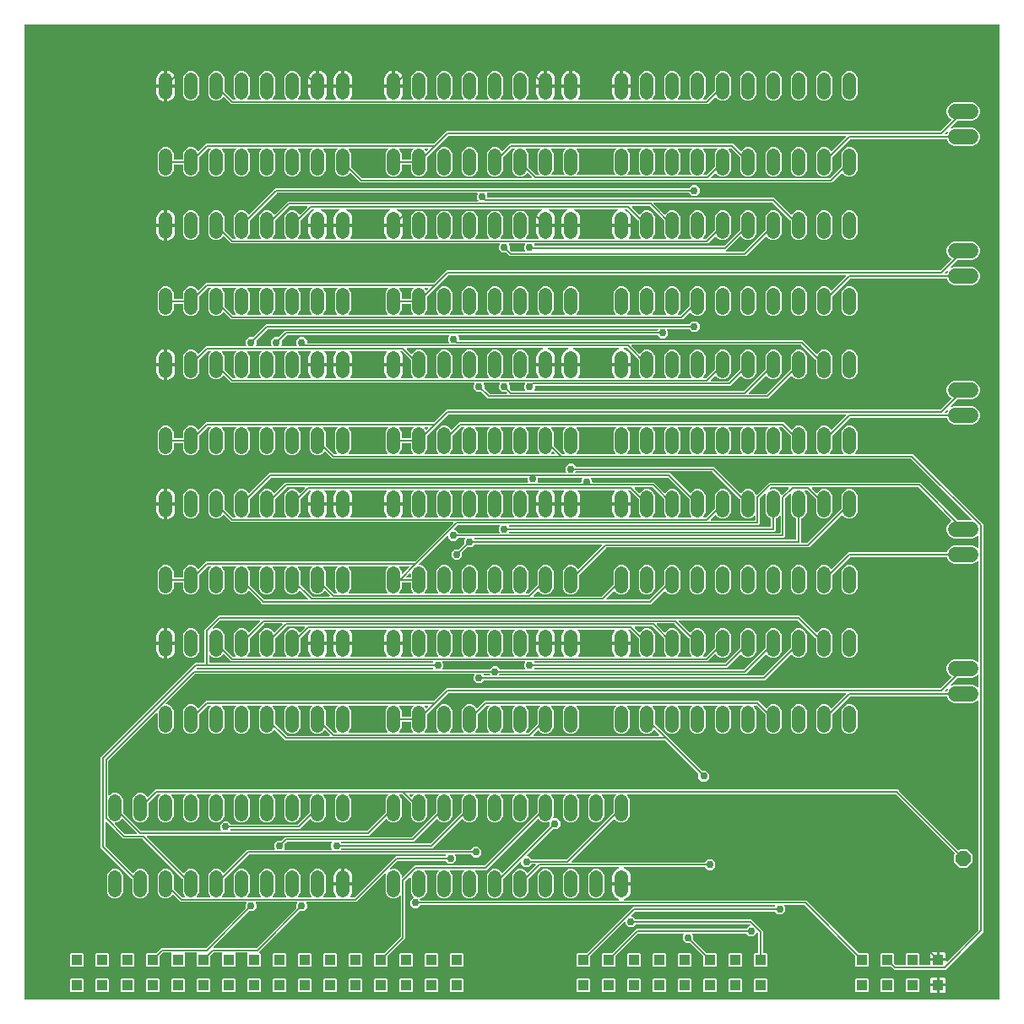
<source format=gbr>
G04 EAGLE Gerber RS-274X export*
G75*
%MOMM*%
%FSLAX34Y34*%
%LPD*%
%INBottom Copper*%
%IPPOS*%
%AMOC8*
5,1,8,0,0,1.08239X$1,22.5*%
G01*
%ADD10C,1.320800*%
%ADD11C,1.524000*%
%ADD12R,1.058000X1.058000*%
%ADD13P,1.649562X8X22.500000*%
%ADD14C,0.152400*%
%ADD15C,0.756400*%

G36*
X-141837Y23499D02*
X-141837Y23499D01*
X-141818Y23497D01*
X-141716Y23519D01*
X-141614Y23535D01*
X-141597Y23545D01*
X-141577Y23549D01*
X-141488Y23602D01*
X-141397Y23651D01*
X-141383Y23665D01*
X-141366Y23675D01*
X-141299Y23754D01*
X-141227Y23829D01*
X-141219Y23847D01*
X-141206Y23862D01*
X-141167Y23958D01*
X-141124Y24052D01*
X-141122Y24072D01*
X-141114Y24090D01*
X-141096Y24257D01*
X-141096Y1001143D01*
X-141099Y1001163D01*
X-141097Y1001182D01*
X-141119Y1001284D01*
X-141135Y1001386D01*
X-141145Y1001403D01*
X-141149Y1001423D01*
X-141202Y1001512D01*
X-141251Y1001603D01*
X-141265Y1001617D01*
X-141275Y1001634D01*
X-141354Y1001701D01*
X-141429Y1001773D01*
X-141447Y1001781D01*
X-141462Y1001794D01*
X-141558Y1001833D01*
X-141652Y1001876D01*
X-141672Y1001878D01*
X-141690Y1001886D01*
X-141857Y1001904D01*
X-1118743Y1001904D01*
X-1118763Y1001901D01*
X-1118782Y1001903D01*
X-1118884Y1001881D01*
X-1118986Y1001865D01*
X-1119003Y1001855D01*
X-1119023Y1001851D01*
X-1119112Y1001798D01*
X-1119203Y1001749D01*
X-1119217Y1001735D01*
X-1119234Y1001725D01*
X-1119301Y1001646D01*
X-1119373Y1001571D01*
X-1119381Y1001553D01*
X-1119394Y1001538D01*
X-1119433Y1001442D01*
X-1119476Y1001348D01*
X-1119478Y1001328D01*
X-1119486Y1001310D01*
X-1119504Y1001143D01*
X-1119504Y24257D01*
X-1119501Y24237D01*
X-1119503Y24218D01*
X-1119481Y24116D01*
X-1119465Y24014D01*
X-1119455Y23997D01*
X-1119451Y23977D01*
X-1119398Y23888D01*
X-1119349Y23797D01*
X-1119335Y23783D01*
X-1119325Y23766D01*
X-1119246Y23699D01*
X-1119171Y23627D01*
X-1119153Y23619D01*
X-1119138Y23606D01*
X-1119042Y23567D01*
X-1118948Y23524D01*
X-1118928Y23522D01*
X-1118910Y23514D01*
X-1118743Y23496D01*
X-141857Y23496D01*
X-141837Y23499D01*
G37*
%LPC*%
G36*
X-247371Y53637D02*
X-247371Y53637D01*
X-250196Y56462D01*
X-250270Y56515D01*
X-250340Y56575D01*
X-250370Y56587D01*
X-250396Y56606D01*
X-250483Y56633D01*
X-250568Y56667D01*
X-250609Y56671D01*
X-250631Y56678D01*
X-250663Y56677D01*
X-250734Y56685D01*
X-259922Y56685D01*
X-260815Y57578D01*
X-260815Y69422D01*
X-259922Y70315D01*
X-248078Y70315D01*
X-247185Y69422D01*
X-247185Y60234D01*
X-247171Y60144D01*
X-247163Y60053D01*
X-247151Y60024D01*
X-247146Y59992D01*
X-247103Y59911D01*
X-247067Y59827D01*
X-247041Y59795D01*
X-247030Y59774D01*
X-247007Y59752D01*
X-246962Y59696D01*
X-245700Y58434D01*
X-245626Y58381D01*
X-245556Y58321D01*
X-245526Y58309D01*
X-245500Y58290D01*
X-245413Y58263D01*
X-245328Y58229D01*
X-245287Y58225D01*
X-245265Y58218D01*
X-245233Y58219D01*
X-245161Y58211D01*
X-236176Y58211D01*
X-236156Y58214D01*
X-236137Y58212D01*
X-236035Y58234D01*
X-235933Y58250D01*
X-235916Y58260D01*
X-235896Y58264D01*
X-235807Y58317D01*
X-235716Y58366D01*
X-235702Y58380D01*
X-235685Y58390D01*
X-235618Y58469D01*
X-235546Y58544D01*
X-235538Y58562D01*
X-235525Y58577D01*
X-235486Y58673D01*
X-235443Y58767D01*
X-235441Y58787D01*
X-235433Y58805D01*
X-235415Y58972D01*
X-235415Y69422D01*
X-234522Y70315D01*
X-222678Y70315D01*
X-221785Y69422D01*
X-221785Y58972D01*
X-221782Y58952D01*
X-221784Y58933D01*
X-221762Y58831D01*
X-221746Y58729D01*
X-221736Y58712D01*
X-221732Y58692D01*
X-221679Y58603D01*
X-221630Y58512D01*
X-221616Y58498D01*
X-221606Y58481D01*
X-221527Y58414D01*
X-221452Y58342D01*
X-221434Y58334D01*
X-221419Y58321D01*
X-221323Y58282D01*
X-221229Y58239D01*
X-221209Y58237D01*
X-221191Y58229D01*
X-221024Y58211D01*
X-211792Y58211D01*
X-211772Y58214D01*
X-211753Y58212D01*
X-211651Y58234D01*
X-211549Y58250D01*
X-211532Y58260D01*
X-211512Y58264D01*
X-211423Y58317D01*
X-211332Y58366D01*
X-211318Y58380D01*
X-211301Y58390D01*
X-211234Y58469D01*
X-211162Y58544D01*
X-211154Y58562D01*
X-211141Y58577D01*
X-211102Y58673D01*
X-211059Y58767D01*
X-211057Y58787D01*
X-211049Y58805D01*
X-211031Y58972D01*
X-211031Y62126D01*
X-203813Y62126D01*
X-203794Y62129D01*
X-203774Y62127D01*
X-203672Y62149D01*
X-203570Y62165D01*
X-203553Y62175D01*
X-203533Y62179D01*
X-203444Y62232D01*
X-203353Y62281D01*
X-203339Y62295D01*
X-203322Y62305D01*
X-203255Y62384D01*
X-203201Y62441D01*
X-203193Y62427D01*
X-203179Y62413D01*
X-203169Y62396D01*
X-203090Y62329D01*
X-203015Y62257D01*
X-202997Y62249D01*
X-202982Y62236D01*
X-202885Y62197D01*
X-202792Y62154D01*
X-202772Y62152D01*
X-202754Y62144D01*
X-202587Y62126D01*
X-195211Y62126D01*
X-195162Y62080D01*
X-195118Y62024D01*
X-195074Y61996D01*
X-195036Y61960D01*
X-194971Y61930D01*
X-194911Y61891D01*
X-194860Y61878D01*
X-194813Y61856D01*
X-194742Y61849D01*
X-194672Y61831D01*
X-194620Y61835D01*
X-194569Y61829D01*
X-194498Y61845D01*
X-194427Y61850D01*
X-194379Y61871D01*
X-194328Y61882D01*
X-194267Y61918D01*
X-194201Y61946D01*
X-194145Y61991D01*
X-194117Y62008D01*
X-194102Y62026D01*
X-194070Y62051D01*
X-162784Y93337D01*
X-162731Y93411D01*
X-162671Y93481D01*
X-162659Y93511D01*
X-162640Y93537D01*
X-162613Y93624D01*
X-162579Y93709D01*
X-162575Y93750D01*
X-162568Y93772D01*
X-162569Y93804D01*
X-162561Y93876D01*
X-162561Y323049D01*
X-162572Y323120D01*
X-162574Y323191D01*
X-162592Y323240D01*
X-162600Y323292D01*
X-162634Y323355D01*
X-162659Y323422D01*
X-162691Y323463D01*
X-162716Y323509D01*
X-162768Y323558D01*
X-162812Y323614D01*
X-162856Y323643D01*
X-162894Y323678D01*
X-162959Y323709D01*
X-163019Y323747D01*
X-163070Y323760D01*
X-163117Y323782D01*
X-163188Y323790D01*
X-163258Y323807D01*
X-163310Y323803D01*
X-163361Y323809D01*
X-163432Y323794D01*
X-163503Y323788D01*
X-163551Y323768D01*
X-163602Y323757D01*
X-163663Y323720D01*
X-163729Y323692D01*
X-163785Y323647D01*
X-163813Y323631D01*
X-163828Y323613D01*
X-163860Y323587D01*
X-165000Y322447D01*
X-168361Y321055D01*
X-187239Y321055D01*
X-190600Y322447D01*
X-193173Y325020D01*
X-194176Y327443D01*
X-194238Y327543D01*
X-194298Y327643D01*
X-194303Y327647D01*
X-194306Y327652D01*
X-194396Y327727D01*
X-194485Y327803D01*
X-194491Y327805D01*
X-194495Y327809D01*
X-194604Y327851D01*
X-194713Y327895D01*
X-194720Y327896D01*
X-194725Y327897D01*
X-194743Y327898D01*
X-194880Y327913D01*
X-290837Y327913D01*
X-290928Y327899D01*
X-291018Y327891D01*
X-291048Y327879D01*
X-291080Y327874D01*
X-291161Y327831D01*
X-291245Y327795D01*
X-291277Y327769D01*
X-291298Y327758D01*
X-291320Y327735D01*
X-291376Y327690D01*
X-309148Y309918D01*
X-309201Y309844D01*
X-309261Y309774D01*
X-309273Y309744D01*
X-309292Y309718D01*
X-309319Y309631D01*
X-309353Y309546D01*
X-309357Y309505D01*
X-309364Y309483D01*
X-309363Y309451D01*
X-309371Y309379D01*
X-309371Y296579D01*
X-310609Y293591D01*
X-312895Y291305D01*
X-315883Y290067D01*
X-319117Y290067D01*
X-322105Y291305D01*
X-324391Y293591D01*
X-325629Y296579D01*
X-325629Y313021D01*
X-324391Y316009D01*
X-322105Y318295D01*
X-319117Y319533D01*
X-315883Y319533D01*
X-312895Y318295D01*
X-310605Y316005D01*
X-310589Y315993D01*
X-310577Y315978D01*
X-310490Y315922D01*
X-310406Y315862D01*
X-310387Y315856D01*
X-310370Y315845D01*
X-310269Y315820D01*
X-310171Y315789D01*
X-310151Y315790D01*
X-310131Y315785D01*
X-310028Y315793D01*
X-309925Y315796D01*
X-309906Y315802D01*
X-309886Y315804D01*
X-309791Y315844D01*
X-309694Y315880D01*
X-309678Y315893D01*
X-309660Y315900D01*
X-309529Y316005D01*
X-295745Y329789D01*
X-295703Y329847D01*
X-295654Y329899D01*
X-295632Y329946D01*
X-295602Y329988D01*
X-295581Y330057D01*
X-295550Y330122D01*
X-295545Y330174D01*
X-295529Y330224D01*
X-295531Y330295D01*
X-295523Y330366D01*
X-295534Y330417D01*
X-295536Y330469D01*
X-295560Y330537D01*
X-295575Y330607D01*
X-295602Y330651D01*
X-295620Y330700D01*
X-295665Y330756D01*
X-295702Y330818D01*
X-295741Y330852D01*
X-295774Y330892D01*
X-295834Y330931D01*
X-295889Y330978D01*
X-295937Y330997D01*
X-295981Y331025D01*
X-296050Y331043D01*
X-296117Y331070D01*
X-296188Y331078D01*
X-296219Y331086D01*
X-296243Y331084D01*
X-296283Y331088D01*
X-694062Y331088D01*
X-694153Y331074D01*
X-694243Y331066D01*
X-694273Y331054D01*
X-694305Y331049D01*
X-694386Y331006D01*
X-694470Y330970D01*
X-694502Y330944D01*
X-694523Y330933D01*
X-694545Y330910D01*
X-694601Y330865D01*
X-715548Y309918D01*
X-715601Y309844D01*
X-715661Y309774D01*
X-715673Y309744D01*
X-715692Y309718D01*
X-715719Y309631D01*
X-715753Y309546D01*
X-715757Y309505D01*
X-715764Y309483D01*
X-715763Y309451D01*
X-715771Y309379D01*
X-715771Y296579D01*
X-717009Y293591D01*
X-718089Y292511D01*
X-718131Y292453D01*
X-718180Y292401D01*
X-718202Y292354D01*
X-718233Y292312D01*
X-718254Y292243D01*
X-718284Y292178D01*
X-718290Y292126D01*
X-718305Y292076D01*
X-718303Y292005D01*
X-718311Y291934D01*
X-718300Y291883D01*
X-718299Y291831D01*
X-718274Y291763D01*
X-718259Y291693D01*
X-718232Y291648D01*
X-718214Y291600D01*
X-718169Y291544D01*
X-718132Y291482D01*
X-718093Y291448D01*
X-718060Y291408D01*
X-718000Y291369D01*
X-717946Y291322D01*
X-717897Y291303D01*
X-717853Y291275D01*
X-717784Y291257D01*
X-717717Y291230D01*
X-717646Y291222D01*
X-717615Y291214D01*
X-717592Y291216D01*
X-717551Y291212D01*
X-704849Y291212D01*
X-704779Y291223D01*
X-704707Y291225D01*
X-704658Y291243D01*
X-704607Y291251D01*
X-704543Y291285D01*
X-704476Y291310D01*
X-704435Y291342D01*
X-704389Y291367D01*
X-704340Y291419D01*
X-704284Y291463D01*
X-704256Y291507D01*
X-704220Y291545D01*
X-704190Y291610D01*
X-704151Y291670D01*
X-704138Y291721D01*
X-704116Y291768D01*
X-704108Y291839D01*
X-704091Y291909D01*
X-704095Y291961D01*
X-704089Y292012D01*
X-704104Y292083D01*
X-704110Y292154D01*
X-704130Y292202D01*
X-704141Y292253D01*
X-704178Y292314D01*
X-704206Y292380D01*
X-704251Y292436D01*
X-704268Y292464D01*
X-704285Y292479D01*
X-704311Y292511D01*
X-705391Y293591D01*
X-706629Y296579D01*
X-706629Y313021D01*
X-705391Y316009D01*
X-703105Y318295D01*
X-700117Y319533D01*
X-696883Y319533D01*
X-693895Y318295D01*
X-691609Y316009D01*
X-690371Y313021D01*
X-690371Y296579D01*
X-691609Y293591D01*
X-692689Y292511D01*
X-692731Y292453D01*
X-692780Y292401D01*
X-692802Y292354D01*
X-692833Y292312D01*
X-692854Y292243D01*
X-692884Y292178D01*
X-692890Y292126D01*
X-692905Y292076D01*
X-692903Y292005D01*
X-692911Y291934D01*
X-692900Y291883D01*
X-692899Y291831D01*
X-692874Y291763D01*
X-692859Y291693D01*
X-692832Y291648D01*
X-692814Y291600D01*
X-692769Y291544D01*
X-692732Y291482D01*
X-692693Y291448D01*
X-692660Y291408D01*
X-692600Y291369D01*
X-692546Y291322D01*
X-692497Y291303D01*
X-692453Y291275D01*
X-692384Y291257D01*
X-692317Y291230D01*
X-692246Y291222D01*
X-692215Y291214D01*
X-692192Y291216D01*
X-692151Y291212D01*
X-679449Y291212D01*
X-679379Y291223D01*
X-679307Y291225D01*
X-679258Y291243D01*
X-679207Y291251D01*
X-679143Y291285D01*
X-679076Y291310D01*
X-679035Y291342D01*
X-678989Y291367D01*
X-678940Y291419D01*
X-678884Y291463D01*
X-678856Y291507D01*
X-678820Y291545D01*
X-678790Y291610D01*
X-678751Y291670D01*
X-678738Y291721D01*
X-678716Y291768D01*
X-678708Y291839D01*
X-678691Y291909D01*
X-678695Y291961D01*
X-678689Y292012D01*
X-678704Y292083D01*
X-678710Y292154D01*
X-678730Y292202D01*
X-678741Y292253D01*
X-678778Y292314D01*
X-678806Y292380D01*
X-678851Y292436D01*
X-678868Y292464D01*
X-678885Y292479D01*
X-678911Y292511D01*
X-679991Y293591D01*
X-681229Y296579D01*
X-681229Y313021D01*
X-679991Y316009D01*
X-677705Y318295D01*
X-674717Y319533D01*
X-671483Y319533D01*
X-668495Y318295D01*
X-666205Y316005D01*
X-666189Y315993D01*
X-666177Y315978D01*
X-666090Y315922D01*
X-666006Y315862D01*
X-665987Y315856D01*
X-665970Y315845D01*
X-665869Y315820D01*
X-665771Y315789D01*
X-665751Y315790D01*
X-665731Y315785D01*
X-665628Y315793D01*
X-665525Y315796D01*
X-665506Y315802D01*
X-665486Y315804D01*
X-665391Y315844D01*
X-665294Y315880D01*
X-665278Y315893D01*
X-665260Y315900D01*
X-665129Y316005D01*
X-659735Y321399D01*
X-658172Y322962D01*
X-383228Y322962D01*
X-376271Y316005D01*
X-376255Y315993D01*
X-376243Y315978D01*
X-376155Y315922D01*
X-376071Y315862D01*
X-376052Y315856D01*
X-376036Y315845D01*
X-375935Y315820D01*
X-375836Y315789D01*
X-375816Y315790D01*
X-375797Y315785D01*
X-375694Y315793D01*
X-375591Y315796D01*
X-375572Y315802D01*
X-375552Y315804D01*
X-375457Y315844D01*
X-375359Y315880D01*
X-375344Y315893D01*
X-375326Y315900D01*
X-375195Y316005D01*
X-372905Y318295D01*
X-369917Y319533D01*
X-366683Y319533D01*
X-363695Y318295D01*
X-361409Y316009D01*
X-360171Y313021D01*
X-360171Y296579D01*
X-361409Y293591D01*
X-363695Y291305D01*
X-366683Y290067D01*
X-369917Y290067D01*
X-372905Y291305D01*
X-375191Y293591D01*
X-376429Y296579D01*
X-376429Y309379D01*
X-376443Y309470D01*
X-376451Y309560D01*
X-376463Y309590D01*
X-376468Y309622D01*
X-376511Y309703D01*
X-376547Y309787D01*
X-376573Y309819D01*
X-376584Y309840D01*
X-376607Y309862D01*
X-376652Y309918D01*
X-384899Y318165D01*
X-384973Y318218D01*
X-385043Y318278D01*
X-385073Y318290D01*
X-385099Y318309D01*
X-385186Y318336D01*
X-385271Y318370D01*
X-385312Y318374D01*
X-385334Y318381D01*
X-385366Y318380D01*
X-385438Y318388D01*
X-387351Y318388D01*
X-387421Y318377D01*
X-387493Y318375D01*
X-387542Y318357D01*
X-387593Y318349D01*
X-387657Y318315D01*
X-387724Y318290D01*
X-387765Y318258D01*
X-387811Y318233D01*
X-387860Y318181D01*
X-387916Y318137D01*
X-387944Y318093D01*
X-387980Y318055D01*
X-388010Y317990D01*
X-388049Y317930D01*
X-388062Y317879D01*
X-388084Y317832D01*
X-388092Y317761D01*
X-388109Y317691D01*
X-388105Y317639D01*
X-388111Y317588D01*
X-388096Y317517D01*
X-388090Y317446D01*
X-388070Y317398D01*
X-388059Y317347D01*
X-388022Y317286D01*
X-387994Y317220D01*
X-387949Y317164D01*
X-387932Y317136D01*
X-387915Y317121D01*
X-387889Y317089D01*
X-386809Y316009D01*
X-385571Y313021D01*
X-385571Y296579D01*
X-386809Y293591D01*
X-389095Y291305D01*
X-392083Y290067D01*
X-395317Y290067D01*
X-398305Y291305D01*
X-400591Y293591D01*
X-401829Y296579D01*
X-401829Y313021D01*
X-400591Y316009D01*
X-399511Y317089D01*
X-399469Y317147D01*
X-399420Y317199D01*
X-399398Y317246D01*
X-399367Y317288D01*
X-399346Y317357D01*
X-399316Y317422D01*
X-399310Y317474D01*
X-399295Y317524D01*
X-399297Y317595D01*
X-399289Y317666D01*
X-399300Y317717D01*
X-399301Y317769D01*
X-399326Y317837D01*
X-399341Y317907D01*
X-399368Y317952D01*
X-399386Y318000D01*
X-399431Y318056D01*
X-399468Y318118D01*
X-399507Y318152D01*
X-399540Y318192D01*
X-399600Y318231D01*
X-399654Y318278D01*
X-399703Y318297D01*
X-399747Y318325D01*
X-399816Y318343D01*
X-399883Y318370D01*
X-399954Y318378D01*
X-399985Y318386D01*
X-400008Y318384D01*
X-400049Y318388D01*
X-412751Y318388D01*
X-412821Y318377D01*
X-412893Y318375D01*
X-412942Y318357D01*
X-412993Y318349D01*
X-413057Y318315D01*
X-413124Y318290D01*
X-413165Y318258D01*
X-413211Y318233D01*
X-413260Y318181D01*
X-413316Y318137D01*
X-413344Y318093D01*
X-413380Y318055D01*
X-413410Y317990D01*
X-413449Y317930D01*
X-413462Y317879D01*
X-413484Y317832D01*
X-413492Y317761D01*
X-413509Y317691D01*
X-413505Y317639D01*
X-413511Y317588D01*
X-413496Y317517D01*
X-413490Y317446D01*
X-413470Y317398D01*
X-413459Y317347D01*
X-413422Y317286D01*
X-413394Y317220D01*
X-413349Y317164D01*
X-413332Y317136D01*
X-413315Y317121D01*
X-413289Y317089D01*
X-412209Y316009D01*
X-410971Y313021D01*
X-410971Y296579D01*
X-412209Y293591D01*
X-414495Y291305D01*
X-417483Y290067D01*
X-420717Y290067D01*
X-423705Y291305D01*
X-425991Y293591D01*
X-427229Y296579D01*
X-427229Y313021D01*
X-425991Y316009D01*
X-424911Y317089D01*
X-424869Y317147D01*
X-424820Y317199D01*
X-424798Y317246D01*
X-424767Y317288D01*
X-424746Y317357D01*
X-424716Y317422D01*
X-424710Y317474D01*
X-424695Y317524D01*
X-424697Y317595D01*
X-424689Y317666D01*
X-424700Y317717D01*
X-424701Y317769D01*
X-424726Y317837D01*
X-424741Y317907D01*
X-424768Y317952D01*
X-424786Y318000D01*
X-424831Y318056D01*
X-424868Y318118D01*
X-424907Y318152D01*
X-424940Y318192D01*
X-425000Y318231D01*
X-425054Y318278D01*
X-425103Y318297D01*
X-425147Y318325D01*
X-425216Y318343D01*
X-425283Y318370D01*
X-425354Y318378D01*
X-425385Y318386D01*
X-425408Y318384D01*
X-425449Y318388D01*
X-438151Y318388D01*
X-438221Y318377D01*
X-438293Y318375D01*
X-438342Y318357D01*
X-438393Y318349D01*
X-438457Y318315D01*
X-438524Y318290D01*
X-438565Y318258D01*
X-438611Y318233D01*
X-438660Y318181D01*
X-438716Y318137D01*
X-438744Y318093D01*
X-438780Y318055D01*
X-438810Y317990D01*
X-438849Y317930D01*
X-438862Y317879D01*
X-438884Y317832D01*
X-438892Y317761D01*
X-438909Y317691D01*
X-438905Y317639D01*
X-438911Y317588D01*
X-438896Y317517D01*
X-438890Y317446D01*
X-438870Y317398D01*
X-438859Y317347D01*
X-438822Y317286D01*
X-438794Y317220D01*
X-438749Y317164D01*
X-438732Y317136D01*
X-438715Y317121D01*
X-438689Y317089D01*
X-437609Y316009D01*
X-436371Y313021D01*
X-436371Y296579D01*
X-437609Y293591D01*
X-439895Y291305D01*
X-442883Y290067D01*
X-446117Y290067D01*
X-449105Y291305D01*
X-451391Y293591D01*
X-452629Y296579D01*
X-452629Y313021D01*
X-451391Y316009D01*
X-450311Y317089D01*
X-450269Y317147D01*
X-450220Y317199D01*
X-450198Y317246D01*
X-450167Y317288D01*
X-450146Y317357D01*
X-450116Y317422D01*
X-450110Y317474D01*
X-450095Y317524D01*
X-450097Y317595D01*
X-450089Y317666D01*
X-450100Y317717D01*
X-450101Y317769D01*
X-450126Y317837D01*
X-450141Y317907D01*
X-450168Y317952D01*
X-450186Y318000D01*
X-450231Y318056D01*
X-450268Y318118D01*
X-450307Y318152D01*
X-450340Y318192D01*
X-450400Y318231D01*
X-450454Y318278D01*
X-450503Y318297D01*
X-450547Y318325D01*
X-450616Y318343D01*
X-450683Y318370D01*
X-450754Y318378D01*
X-450785Y318386D01*
X-450808Y318384D01*
X-450849Y318388D01*
X-463551Y318388D01*
X-463621Y318377D01*
X-463693Y318375D01*
X-463742Y318357D01*
X-463793Y318349D01*
X-463857Y318315D01*
X-463924Y318290D01*
X-463965Y318258D01*
X-464011Y318233D01*
X-464060Y318181D01*
X-464116Y318137D01*
X-464144Y318093D01*
X-464180Y318055D01*
X-464210Y317990D01*
X-464249Y317930D01*
X-464262Y317879D01*
X-464284Y317832D01*
X-464292Y317761D01*
X-464309Y317691D01*
X-464305Y317639D01*
X-464311Y317588D01*
X-464296Y317517D01*
X-464290Y317446D01*
X-464270Y317398D01*
X-464259Y317347D01*
X-464222Y317286D01*
X-464194Y317220D01*
X-464149Y317164D01*
X-464132Y317136D01*
X-464115Y317121D01*
X-464089Y317089D01*
X-463009Y316009D01*
X-461771Y313021D01*
X-461771Y296579D01*
X-463009Y293591D01*
X-465295Y291305D01*
X-468283Y290067D01*
X-471517Y290067D01*
X-474505Y291305D01*
X-476791Y293591D01*
X-478029Y296579D01*
X-478029Y313021D01*
X-476791Y316009D01*
X-475711Y317089D01*
X-475669Y317147D01*
X-475620Y317199D01*
X-475598Y317246D01*
X-475567Y317288D01*
X-475546Y317357D01*
X-475516Y317422D01*
X-475510Y317474D01*
X-475495Y317524D01*
X-475497Y317595D01*
X-475489Y317666D01*
X-475500Y317717D01*
X-475501Y317769D01*
X-475526Y317837D01*
X-475541Y317907D01*
X-475568Y317952D01*
X-475586Y318000D01*
X-475631Y318056D01*
X-475668Y318118D01*
X-475707Y318152D01*
X-475740Y318192D01*
X-475800Y318231D01*
X-475854Y318278D01*
X-475903Y318297D01*
X-475947Y318325D01*
X-476016Y318343D01*
X-476083Y318370D01*
X-476154Y318378D01*
X-476185Y318386D01*
X-476208Y318384D01*
X-476249Y318388D01*
X-488951Y318388D01*
X-489021Y318377D01*
X-489093Y318375D01*
X-489142Y318357D01*
X-489193Y318349D01*
X-489257Y318315D01*
X-489324Y318290D01*
X-489365Y318258D01*
X-489411Y318233D01*
X-489460Y318181D01*
X-489516Y318137D01*
X-489544Y318093D01*
X-489580Y318055D01*
X-489610Y317990D01*
X-489649Y317930D01*
X-489662Y317879D01*
X-489684Y317832D01*
X-489692Y317761D01*
X-489709Y317691D01*
X-489705Y317639D01*
X-489711Y317588D01*
X-489696Y317517D01*
X-489690Y317446D01*
X-489670Y317398D01*
X-489659Y317347D01*
X-489622Y317286D01*
X-489594Y317220D01*
X-489549Y317164D01*
X-489532Y317136D01*
X-489515Y317121D01*
X-489489Y317089D01*
X-488409Y316009D01*
X-487171Y313021D01*
X-487171Y300220D01*
X-487157Y300130D01*
X-487149Y300039D01*
X-487137Y300010D01*
X-487132Y299978D01*
X-487089Y299897D01*
X-487053Y299813D01*
X-487027Y299781D01*
X-487016Y299760D01*
X-486993Y299738D01*
X-486948Y299682D01*
X-475526Y288260D01*
X-473740Y286474D01*
X-440446Y253180D01*
X-440372Y253127D01*
X-440302Y253067D01*
X-440272Y253055D01*
X-440246Y253036D01*
X-440159Y253009D01*
X-440074Y252975D01*
X-440033Y252971D01*
X-440011Y252964D01*
X-439979Y252965D01*
X-439908Y252957D01*
X-435952Y252957D01*
X-432843Y249848D01*
X-432843Y245452D01*
X-435952Y242343D01*
X-440348Y242343D01*
X-443457Y245452D01*
X-443457Y249408D01*
X-443471Y249498D01*
X-443479Y249589D01*
X-443491Y249618D01*
X-443496Y249650D01*
X-443539Y249731D01*
X-443575Y249815D01*
X-443601Y249847D01*
X-443612Y249868D01*
X-443635Y249890D01*
X-443680Y249946D01*
X-476974Y283240D01*
X-477048Y283293D01*
X-477118Y283353D01*
X-477148Y283365D01*
X-477174Y283384D01*
X-477261Y283411D01*
X-477346Y283445D01*
X-477387Y283449D01*
X-477409Y283456D01*
X-477441Y283455D01*
X-477512Y283463D01*
X-858197Y283463D01*
X-859760Y285026D01*
X-868329Y293595D01*
X-868345Y293607D01*
X-868357Y293622D01*
X-868445Y293678D01*
X-868529Y293738D01*
X-868548Y293744D01*
X-868564Y293755D01*
X-868665Y293780D01*
X-868764Y293811D01*
X-868784Y293810D01*
X-868803Y293815D01*
X-868906Y293807D01*
X-869009Y293804D01*
X-869028Y293798D01*
X-869048Y293796D01*
X-869143Y293756D01*
X-869241Y293720D01*
X-869256Y293707D01*
X-869274Y293700D01*
X-869405Y293595D01*
X-871695Y291305D01*
X-874683Y290067D01*
X-877917Y290067D01*
X-880905Y291305D01*
X-883191Y293591D01*
X-884429Y296579D01*
X-884429Y313021D01*
X-883191Y316009D01*
X-882111Y317089D01*
X-882069Y317147D01*
X-882020Y317199D01*
X-881998Y317246D01*
X-881967Y317288D01*
X-881946Y317357D01*
X-881916Y317422D01*
X-881910Y317474D01*
X-881895Y317524D01*
X-881897Y317595D01*
X-881889Y317666D01*
X-881900Y317717D01*
X-881901Y317769D01*
X-881926Y317837D01*
X-881941Y317907D01*
X-881968Y317952D01*
X-881986Y318000D01*
X-882031Y318056D01*
X-882068Y318118D01*
X-882107Y318152D01*
X-882140Y318192D01*
X-882200Y318231D01*
X-882254Y318278D01*
X-882303Y318297D01*
X-882347Y318325D01*
X-882416Y318343D01*
X-882483Y318370D01*
X-882554Y318378D01*
X-882585Y318386D01*
X-882608Y318384D01*
X-882649Y318388D01*
X-895351Y318388D01*
X-895421Y318377D01*
X-895493Y318375D01*
X-895542Y318357D01*
X-895593Y318349D01*
X-895657Y318315D01*
X-895724Y318290D01*
X-895765Y318258D01*
X-895811Y318233D01*
X-895860Y318181D01*
X-895916Y318137D01*
X-895944Y318093D01*
X-895980Y318055D01*
X-896010Y317990D01*
X-896049Y317930D01*
X-896062Y317879D01*
X-896084Y317832D01*
X-896092Y317761D01*
X-896109Y317691D01*
X-896105Y317639D01*
X-896111Y317588D01*
X-896096Y317517D01*
X-896090Y317446D01*
X-896070Y317398D01*
X-896059Y317347D01*
X-896022Y317286D01*
X-895994Y317220D01*
X-895949Y317164D01*
X-895932Y317136D01*
X-895915Y317121D01*
X-895889Y317089D01*
X-894809Y316009D01*
X-893571Y313021D01*
X-893571Y296579D01*
X-894809Y293591D01*
X-897095Y291305D01*
X-900083Y290067D01*
X-903317Y290067D01*
X-906305Y291305D01*
X-908591Y293591D01*
X-909829Y296579D01*
X-909829Y313021D01*
X-908591Y316009D01*
X-907511Y317089D01*
X-907469Y317147D01*
X-907420Y317199D01*
X-907398Y317246D01*
X-907367Y317288D01*
X-907346Y317357D01*
X-907316Y317422D01*
X-907310Y317474D01*
X-907295Y317524D01*
X-907297Y317595D01*
X-907289Y317666D01*
X-907300Y317717D01*
X-907301Y317769D01*
X-907326Y317837D01*
X-907341Y317907D01*
X-907368Y317952D01*
X-907386Y318000D01*
X-907431Y318056D01*
X-907468Y318118D01*
X-907507Y318152D01*
X-907540Y318192D01*
X-907600Y318231D01*
X-907654Y318278D01*
X-907703Y318297D01*
X-907747Y318325D01*
X-907816Y318343D01*
X-907883Y318370D01*
X-907954Y318378D01*
X-907985Y318386D01*
X-908008Y318384D01*
X-908049Y318388D01*
X-920751Y318388D01*
X-920821Y318377D01*
X-920893Y318375D01*
X-920942Y318357D01*
X-920993Y318349D01*
X-921057Y318315D01*
X-921124Y318290D01*
X-921165Y318258D01*
X-921211Y318233D01*
X-921260Y318181D01*
X-921316Y318137D01*
X-921344Y318093D01*
X-921380Y318055D01*
X-921410Y317990D01*
X-921449Y317930D01*
X-921462Y317879D01*
X-921484Y317832D01*
X-921492Y317761D01*
X-921509Y317691D01*
X-921505Y317639D01*
X-921511Y317588D01*
X-921496Y317517D01*
X-921490Y317446D01*
X-921470Y317398D01*
X-921459Y317347D01*
X-921422Y317286D01*
X-921394Y317220D01*
X-921349Y317164D01*
X-921332Y317136D01*
X-921315Y317121D01*
X-921289Y317089D01*
X-920209Y316009D01*
X-918971Y313021D01*
X-918971Y296579D01*
X-920209Y293591D01*
X-922495Y291305D01*
X-925483Y290067D01*
X-928717Y290067D01*
X-931705Y291305D01*
X-933991Y293591D01*
X-935229Y296579D01*
X-935229Y313021D01*
X-933991Y316009D01*
X-932911Y317089D01*
X-932869Y317147D01*
X-932820Y317199D01*
X-932798Y317246D01*
X-932767Y317288D01*
X-932746Y317357D01*
X-932716Y317422D01*
X-932710Y317474D01*
X-932695Y317524D01*
X-932697Y317595D01*
X-932689Y317666D01*
X-932700Y317717D01*
X-932701Y317769D01*
X-932726Y317837D01*
X-932741Y317907D01*
X-932768Y317952D01*
X-932786Y318000D01*
X-932831Y318056D01*
X-932868Y318118D01*
X-932907Y318152D01*
X-932940Y318192D01*
X-933000Y318231D01*
X-933054Y318278D01*
X-933103Y318297D01*
X-933147Y318325D01*
X-933216Y318343D01*
X-933283Y318370D01*
X-933354Y318378D01*
X-933385Y318386D01*
X-933408Y318384D01*
X-933449Y318388D01*
X-935362Y318388D01*
X-935453Y318374D01*
X-935543Y318366D01*
X-935573Y318354D01*
X-935605Y318349D01*
X-935686Y318306D01*
X-935770Y318270D01*
X-935802Y318244D01*
X-935823Y318233D01*
X-935845Y318210D01*
X-935901Y318165D01*
X-944148Y309918D01*
X-944201Y309844D01*
X-944261Y309774D01*
X-944273Y309744D01*
X-944292Y309718D01*
X-944319Y309631D01*
X-944353Y309546D01*
X-944357Y309505D01*
X-944364Y309483D01*
X-944363Y309451D01*
X-944371Y309379D01*
X-944371Y296579D01*
X-945609Y293591D01*
X-947895Y291305D01*
X-950883Y290067D01*
X-954117Y290067D01*
X-957105Y291305D01*
X-959391Y293591D01*
X-960629Y296579D01*
X-960629Y313021D01*
X-959391Y316009D01*
X-957105Y318295D01*
X-954117Y319533D01*
X-950883Y319533D01*
X-947895Y318295D01*
X-945605Y316005D01*
X-945589Y315993D01*
X-945577Y315978D01*
X-945490Y315922D01*
X-945406Y315862D01*
X-945387Y315856D01*
X-945370Y315845D01*
X-945269Y315820D01*
X-945171Y315789D01*
X-945151Y315790D01*
X-945131Y315785D01*
X-945028Y315793D01*
X-944925Y315796D01*
X-944906Y315802D01*
X-944886Y315804D01*
X-944791Y315844D01*
X-944694Y315880D01*
X-944678Y315893D01*
X-944660Y315900D01*
X-944529Y316005D01*
X-939135Y321399D01*
X-937572Y322962D01*
X-709288Y322962D01*
X-709197Y322976D01*
X-709107Y322984D01*
X-709077Y322996D01*
X-709045Y323001D01*
X-708964Y323044D01*
X-708880Y323080D01*
X-708848Y323106D01*
X-708827Y323117D01*
X-708805Y323140D01*
X-708749Y323185D01*
X-696272Y335662D01*
X-201288Y335662D01*
X-201197Y335676D01*
X-201107Y335684D01*
X-201077Y335696D01*
X-201045Y335701D01*
X-200964Y335744D01*
X-200880Y335780D01*
X-200848Y335806D01*
X-200827Y335817D01*
X-200805Y335840D01*
X-200749Y335885D01*
X-190123Y346511D01*
X-190096Y346548D01*
X-190063Y346579D01*
X-190025Y346647D01*
X-189980Y346710D01*
X-189966Y346754D01*
X-189944Y346795D01*
X-189930Y346871D01*
X-189907Y346945D01*
X-189909Y346991D01*
X-189900Y347037D01*
X-189912Y347114D01*
X-189914Y347191D01*
X-189929Y347234D01*
X-189936Y347280D01*
X-189971Y347349D01*
X-189998Y347422D01*
X-190027Y347458D01*
X-190048Y347499D01*
X-190103Y347554D01*
X-190152Y347614D01*
X-190191Y347639D01*
X-190223Y347671D01*
X-190343Y347737D01*
X-190359Y347747D01*
X-190364Y347749D01*
X-190370Y347752D01*
X-190600Y347847D01*
X-193173Y350420D01*
X-194565Y353781D01*
X-194565Y357419D01*
X-193173Y360780D01*
X-190600Y363353D01*
X-187239Y364745D01*
X-168361Y364745D01*
X-165000Y363353D01*
X-163860Y362213D01*
X-163802Y362171D01*
X-163750Y362122D01*
X-163703Y362100D01*
X-163661Y362069D01*
X-163592Y362048D01*
X-163527Y362018D01*
X-163475Y362012D01*
X-163425Y361997D01*
X-163354Y361999D01*
X-163283Y361991D01*
X-163232Y362002D01*
X-163180Y362003D01*
X-163112Y362028D01*
X-163042Y362043D01*
X-162997Y362070D01*
X-162949Y362088D01*
X-162893Y362133D01*
X-162831Y362169D01*
X-162797Y362209D01*
X-162757Y362241D01*
X-162718Y362302D01*
X-162671Y362356D01*
X-162652Y362405D01*
X-162624Y362448D01*
X-162606Y362518D01*
X-162579Y362584D01*
X-162571Y362656D01*
X-162563Y362687D01*
X-162565Y362710D01*
X-162561Y362751D01*
X-162561Y462749D01*
X-162563Y462764D01*
X-162562Y462776D01*
X-162572Y462826D01*
X-162574Y462891D01*
X-162592Y462940D01*
X-162600Y462992D01*
X-162634Y463055D01*
X-162659Y463122D01*
X-162691Y463163D01*
X-162716Y463209D01*
X-162768Y463258D01*
X-162812Y463314D01*
X-162856Y463343D01*
X-162894Y463378D01*
X-162959Y463409D01*
X-163019Y463447D01*
X-163070Y463460D01*
X-163117Y463482D01*
X-163188Y463490D01*
X-163258Y463507D01*
X-163310Y463503D01*
X-163361Y463509D01*
X-163432Y463494D01*
X-163503Y463488D01*
X-163551Y463468D01*
X-163602Y463457D01*
X-163663Y463420D01*
X-163729Y463392D01*
X-163782Y463350D01*
X-163794Y463343D01*
X-163797Y463340D01*
X-163813Y463331D01*
X-163828Y463313D01*
X-163860Y463287D01*
X-165000Y462147D01*
X-168361Y460755D01*
X-187239Y460755D01*
X-190600Y462147D01*
X-193173Y464720D01*
X-194176Y467143D01*
X-194238Y467243D01*
X-194298Y467343D01*
X-194303Y467347D01*
X-194306Y467352D01*
X-194396Y467427D01*
X-194485Y467503D01*
X-194491Y467505D01*
X-194495Y467509D01*
X-194604Y467551D01*
X-194713Y467595D01*
X-194720Y467596D01*
X-194725Y467597D01*
X-194743Y467598D01*
X-194880Y467613D01*
X-290837Y467613D01*
X-290928Y467599D01*
X-291018Y467591D01*
X-291048Y467579D01*
X-291080Y467574D01*
X-291161Y467531D01*
X-291245Y467495D01*
X-291277Y467469D01*
X-291298Y467458D01*
X-291320Y467435D01*
X-291376Y467390D01*
X-309148Y449618D01*
X-309201Y449544D01*
X-309261Y449474D01*
X-309273Y449444D01*
X-309292Y449418D01*
X-309319Y449331D01*
X-309353Y449246D01*
X-309357Y449205D01*
X-309364Y449183D01*
X-309363Y449151D01*
X-309371Y449079D01*
X-309371Y436279D01*
X-310609Y433291D01*
X-312895Y431005D01*
X-315883Y429767D01*
X-319117Y429767D01*
X-322105Y431005D01*
X-324391Y433291D01*
X-325629Y436279D01*
X-325629Y452721D01*
X-324391Y455709D01*
X-322105Y457995D01*
X-319117Y459233D01*
X-315883Y459233D01*
X-312895Y457995D01*
X-310605Y455705D01*
X-310589Y455693D01*
X-310577Y455678D01*
X-310490Y455622D01*
X-310406Y455562D01*
X-310387Y455556D01*
X-310370Y455545D01*
X-310269Y455520D01*
X-310171Y455489D01*
X-310151Y455490D01*
X-310131Y455485D01*
X-310028Y455493D01*
X-309925Y455496D01*
X-309906Y455502D01*
X-309886Y455504D01*
X-309791Y455544D01*
X-309694Y455580D01*
X-309678Y455593D01*
X-309660Y455600D01*
X-309529Y455705D01*
X-294610Y470624D01*
X-293047Y472187D01*
X-194880Y472187D01*
X-194765Y472206D01*
X-194649Y472223D01*
X-194643Y472225D01*
X-194637Y472226D01*
X-194534Y472281D01*
X-194429Y472334D01*
X-194425Y472339D01*
X-194420Y472342D01*
X-194340Y472426D01*
X-194257Y472510D01*
X-194254Y472516D01*
X-194250Y472520D01*
X-194242Y472537D01*
X-194176Y472657D01*
X-193173Y475080D01*
X-190600Y477653D01*
X-187239Y479045D01*
X-168361Y479045D01*
X-165000Y477653D01*
X-163860Y476513D01*
X-163802Y476471D01*
X-163750Y476422D01*
X-163703Y476400D01*
X-163661Y476369D01*
X-163592Y476348D01*
X-163527Y476318D01*
X-163475Y476312D01*
X-163425Y476297D01*
X-163354Y476299D01*
X-163283Y476291D01*
X-163232Y476302D01*
X-163180Y476303D01*
X-163112Y476328D01*
X-163042Y476343D01*
X-162997Y476370D01*
X-162949Y476388D01*
X-162893Y476433D01*
X-162831Y476469D01*
X-162797Y476509D01*
X-162757Y476541D01*
X-162718Y476602D01*
X-162671Y476656D01*
X-162652Y476705D01*
X-162624Y476748D01*
X-162606Y476818D01*
X-162579Y476884D01*
X-162571Y476956D01*
X-162563Y476987D01*
X-162565Y477010D01*
X-162561Y477051D01*
X-162561Y488149D01*
X-162572Y488220D01*
X-162574Y488291D01*
X-162592Y488340D01*
X-162600Y488392D01*
X-162634Y488455D01*
X-162659Y488522D01*
X-162691Y488563D01*
X-162716Y488609D01*
X-162768Y488658D01*
X-162812Y488714D01*
X-162856Y488743D01*
X-162894Y488778D01*
X-162959Y488809D01*
X-163019Y488847D01*
X-163070Y488860D01*
X-163117Y488882D01*
X-163188Y488890D01*
X-163258Y488907D01*
X-163310Y488903D01*
X-163361Y488909D01*
X-163432Y488894D01*
X-163503Y488888D01*
X-163551Y488868D01*
X-163602Y488857D01*
X-163663Y488820D01*
X-163729Y488792D01*
X-163785Y488747D01*
X-163813Y488731D01*
X-163828Y488713D01*
X-163860Y488687D01*
X-165000Y487547D01*
X-168361Y486155D01*
X-187239Y486155D01*
X-190600Y487547D01*
X-193173Y490120D01*
X-194565Y493481D01*
X-194565Y497119D01*
X-193173Y500480D01*
X-190600Y503053D01*
X-190370Y503148D01*
X-190331Y503172D01*
X-190288Y503188D01*
X-190241Y503226D01*
X-190217Y503238D01*
X-190207Y503249D01*
X-190161Y503277D01*
X-190132Y503313D01*
X-190096Y503341D01*
X-190054Y503407D01*
X-190004Y503467D01*
X-189988Y503510D01*
X-189963Y503548D01*
X-189944Y503624D01*
X-189916Y503696D01*
X-189914Y503742D01*
X-189903Y503787D01*
X-189909Y503864D01*
X-189906Y503942D01*
X-189919Y503986D01*
X-189922Y504032D01*
X-189953Y504104D01*
X-189974Y504178D01*
X-190000Y504216D01*
X-190018Y504258D01*
X-190104Y504365D01*
X-190115Y504380D01*
X-190119Y504383D01*
X-190123Y504389D01*
X-222974Y537240D01*
X-223048Y537293D01*
X-223118Y537353D01*
X-223148Y537365D01*
X-223174Y537384D01*
X-223261Y537411D01*
X-223346Y537445D01*
X-223387Y537449D01*
X-223409Y537456D01*
X-223441Y537455D01*
X-223513Y537463D01*
X-329192Y537463D01*
X-329262Y537452D01*
X-329334Y537450D01*
X-329383Y537432D01*
X-329434Y537424D01*
X-329498Y537390D01*
X-329565Y537365D01*
X-329606Y537333D01*
X-329652Y537308D01*
X-329701Y537257D01*
X-329757Y537212D01*
X-329785Y537168D01*
X-329821Y537130D01*
X-329851Y537065D01*
X-329890Y537005D01*
X-329903Y536954D01*
X-329925Y536907D01*
X-329933Y536836D01*
X-329950Y536766D01*
X-329946Y536714D01*
X-329952Y536663D01*
X-329937Y536592D01*
X-329931Y536521D01*
X-329911Y536473D01*
X-329900Y536422D01*
X-329863Y536361D01*
X-329835Y536295D01*
X-329790Y536239D01*
X-329773Y536211D01*
X-329756Y536196D01*
X-329730Y536164D01*
X-325471Y531905D01*
X-325455Y531893D01*
X-325443Y531878D01*
X-325355Y531822D01*
X-325271Y531762D01*
X-325253Y531756D01*
X-325236Y531745D01*
X-325135Y531720D01*
X-325036Y531689D01*
X-325016Y531690D01*
X-324997Y531685D01*
X-324894Y531693D01*
X-324790Y531696D01*
X-324772Y531702D01*
X-324752Y531704D01*
X-324657Y531744D01*
X-324559Y531780D01*
X-324544Y531793D01*
X-324526Y531800D01*
X-324395Y531905D01*
X-322105Y534195D01*
X-319117Y535433D01*
X-315883Y535433D01*
X-312895Y534195D01*
X-310609Y531909D01*
X-309371Y528921D01*
X-309371Y512479D01*
X-310609Y509491D01*
X-312895Y507205D01*
X-315883Y505967D01*
X-319117Y505967D01*
X-322105Y507205D01*
X-324391Y509491D01*
X-325629Y512479D01*
X-325629Y525279D01*
X-325643Y525370D01*
X-325651Y525460D01*
X-325663Y525490D01*
X-325668Y525522D01*
X-325711Y525603D01*
X-325747Y525687D01*
X-325773Y525719D01*
X-325784Y525740D01*
X-325807Y525762D01*
X-325852Y525818D01*
X-334099Y534065D01*
X-334173Y534118D01*
X-334243Y534178D01*
X-334273Y534190D01*
X-334299Y534209D01*
X-334386Y534236D01*
X-334471Y534270D01*
X-334512Y534274D01*
X-334534Y534281D01*
X-334566Y534280D01*
X-334638Y534288D01*
X-336551Y534288D01*
X-336621Y534277D01*
X-336693Y534275D01*
X-336742Y534257D01*
X-336793Y534249D01*
X-336857Y534215D01*
X-336924Y534190D01*
X-336965Y534158D01*
X-337011Y534133D01*
X-337060Y534081D01*
X-337116Y534037D01*
X-337144Y533993D01*
X-337180Y533955D01*
X-337210Y533890D01*
X-337249Y533830D01*
X-337262Y533779D01*
X-337284Y533732D01*
X-337292Y533661D01*
X-337309Y533591D01*
X-337305Y533539D01*
X-337311Y533488D01*
X-337296Y533417D01*
X-337290Y533346D01*
X-337270Y533298D01*
X-337259Y533247D01*
X-337222Y533186D01*
X-337194Y533120D01*
X-337149Y533064D01*
X-337132Y533036D01*
X-337115Y533021D01*
X-337089Y532989D01*
X-336009Y531909D01*
X-334771Y528921D01*
X-334771Y512479D01*
X-336009Y509491D01*
X-338295Y507205D01*
X-340143Y506439D01*
X-340243Y506377D01*
X-340343Y506318D01*
X-340347Y506313D01*
X-340352Y506310D01*
X-340427Y506219D01*
X-340503Y506131D01*
X-340505Y506125D01*
X-340509Y506120D01*
X-340551Y506012D01*
X-340595Y505903D01*
X-340596Y505895D01*
X-340597Y505891D01*
X-340598Y505872D01*
X-340613Y505736D01*
X-340613Y482473D01*
X-340610Y482453D01*
X-340612Y482434D01*
X-340590Y482332D01*
X-340574Y482230D01*
X-340564Y482213D01*
X-340560Y482193D01*
X-340507Y482104D01*
X-340458Y482013D01*
X-340444Y481999D01*
X-340434Y481982D01*
X-340355Y481915D01*
X-340280Y481843D01*
X-340262Y481835D01*
X-340247Y481822D01*
X-340151Y481783D01*
X-340057Y481740D01*
X-340037Y481738D01*
X-340019Y481730D01*
X-339852Y481712D01*
X-334638Y481712D01*
X-334547Y481726D01*
X-334457Y481734D01*
X-334427Y481746D01*
X-334395Y481751D01*
X-334314Y481794D01*
X-334230Y481830D01*
X-334198Y481856D01*
X-334177Y481867D01*
X-334155Y481890D01*
X-334099Y481935D01*
X-300452Y515582D01*
X-300399Y515656D01*
X-300339Y515726D01*
X-300327Y515756D01*
X-300308Y515782D01*
X-300281Y515869D01*
X-300247Y515954D01*
X-300243Y515995D01*
X-300236Y516017D01*
X-300237Y516049D01*
X-300229Y516121D01*
X-300229Y528921D01*
X-298991Y531909D01*
X-296705Y534195D01*
X-293717Y535433D01*
X-290483Y535433D01*
X-287495Y534195D01*
X-285209Y531909D01*
X-283971Y528921D01*
X-283971Y512479D01*
X-285209Y509491D01*
X-287495Y507205D01*
X-290483Y505967D01*
X-293717Y505967D01*
X-296705Y507205D01*
X-298995Y509495D01*
X-299011Y509507D01*
X-299023Y509522D01*
X-299110Y509578D01*
X-299194Y509638D01*
X-299213Y509644D01*
X-299230Y509655D01*
X-299331Y509680D01*
X-299429Y509711D01*
X-299449Y509710D01*
X-299469Y509715D01*
X-299572Y509707D01*
X-299675Y509704D01*
X-299694Y509698D01*
X-299714Y509696D01*
X-299809Y509656D01*
X-299906Y509620D01*
X-299922Y509607D01*
X-299940Y509600D01*
X-300071Y509495D01*
X-332428Y477138D01*
X-535312Y477138D01*
X-535403Y477124D01*
X-535493Y477116D01*
X-535523Y477104D01*
X-535555Y477099D01*
X-535636Y477056D01*
X-535720Y477020D01*
X-535752Y476994D01*
X-535773Y476983D01*
X-535795Y476960D01*
X-535851Y476915D01*
X-563148Y449618D01*
X-563201Y449544D01*
X-563261Y449474D01*
X-563273Y449444D01*
X-563292Y449418D01*
X-563319Y449331D01*
X-563353Y449246D01*
X-563357Y449205D01*
X-563364Y449183D01*
X-563363Y449151D01*
X-563371Y449079D01*
X-563371Y436279D01*
X-564609Y433291D01*
X-566895Y431005D01*
X-569883Y429767D01*
X-573117Y429767D01*
X-576105Y431005D01*
X-578391Y433291D01*
X-579629Y436279D01*
X-579629Y452721D01*
X-578391Y455709D01*
X-576105Y457995D01*
X-573117Y459233D01*
X-569883Y459233D01*
X-566895Y457995D01*
X-564605Y455705D01*
X-564589Y455693D01*
X-564577Y455678D01*
X-564490Y455622D01*
X-564406Y455562D01*
X-564387Y455556D01*
X-564370Y455545D01*
X-564269Y455520D01*
X-564171Y455489D01*
X-564151Y455490D01*
X-564131Y455485D01*
X-564028Y455493D01*
X-563925Y455496D01*
X-563906Y455502D01*
X-563886Y455504D01*
X-563791Y455544D01*
X-563694Y455580D01*
X-563678Y455593D01*
X-563660Y455600D01*
X-563529Y455705D01*
X-540220Y479014D01*
X-540178Y479072D01*
X-540129Y479124D01*
X-540107Y479171D01*
X-540077Y479213D01*
X-540056Y479282D01*
X-540025Y479347D01*
X-540020Y479399D01*
X-540004Y479449D01*
X-540006Y479520D01*
X-539998Y479591D01*
X-540009Y479642D01*
X-540011Y479694D01*
X-540035Y479762D01*
X-540050Y479832D01*
X-540077Y479876D01*
X-540095Y479925D01*
X-540140Y479981D01*
X-540177Y480043D01*
X-540216Y480077D01*
X-540249Y480117D01*
X-540309Y480156D01*
X-540364Y480203D01*
X-540412Y480222D01*
X-540456Y480250D01*
X-540525Y480268D01*
X-540592Y480295D01*
X-540663Y480303D01*
X-540694Y480311D01*
X-540718Y480309D01*
X-540758Y480313D01*
X-667567Y480313D01*
X-667657Y480299D01*
X-667748Y480291D01*
X-667777Y480279D01*
X-667809Y480274D01*
X-667890Y480231D01*
X-667974Y480195D01*
X-668006Y480169D01*
X-668027Y480158D01*
X-668049Y480135D01*
X-668105Y480090D01*
X-670902Y477293D01*
X-674857Y477293D01*
X-674948Y477279D01*
X-675038Y477271D01*
X-675068Y477259D01*
X-675100Y477254D01*
X-675181Y477211D01*
X-675265Y477175D01*
X-675297Y477149D01*
X-675318Y477138D01*
X-675340Y477115D01*
X-675396Y477070D01*
X-680270Y472196D01*
X-680323Y472122D01*
X-680383Y472052D01*
X-680395Y472022D01*
X-680414Y471996D01*
X-680441Y471909D01*
X-680475Y471824D01*
X-680479Y471783D01*
X-680486Y471761D01*
X-680485Y471729D01*
X-680493Y471657D01*
X-680493Y467702D01*
X-683602Y464593D01*
X-687998Y464593D01*
X-691107Y467702D01*
X-691107Y472098D01*
X-687998Y475207D01*
X-684043Y475207D01*
X-683952Y475221D01*
X-683862Y475229D01*
X-683832Y475241D01*
X-683800Y475246D01*
X-683719Y475289D01*
X-683635Y475325D01*
X-683603Y475351D01*
X-683582Y475362D01*
X-683560Y475385D01*
X-683504Y475430D01*
X-678630Y480304D01*
X-678577Y480378D01*
X-678517Y480448D01*
X-678505Y480478D01*
X-678486Y480504D01*
X-678459Y480591D01*
X-678425Y480676D01*
X-678421Y480717D01*
X-678414Y480739D01*
X-678415Y480771D01*
X-678407Y480843D01*
X-678407Y484798D01*
X-677841Y485364D01*
X-677799Y485422D01*
X-677750Y485474D01*
X-677728Y485521D01*
X-677698Y485563D01*
X-677676Y485632D01*
X-677646Y485697D01*
X-677641Y485749D01*
X-677625Y485799D01*
X-677627Y485870D01*
X-677619Y485941D01*
X-677630Y485992D01*
X-677632Y486044D01*
X-677656Y486112D01*
X-677671Y486182D01*
X-677698Y486227D01*
X-677716Y486275D01*
X-677761Y486331D01*
X-677798Y486393D01*
X-677837Y486427D01*
X-677870Y486467D01*
X-677930Y486506D01*
X-677985Y486553D01*
X-678033Y486572D01*
X-678077Y486600D01*
X-678146Y486618D01*
X-678213Y486645D01*
X-678284Y486653D01*
X-678315Y486661D01*
X-678338Y486659D01*
X-678379Y486663D01*
X-683442Y486663D01*
X-683532Y486649D01*
X-683623Y486641D01*
X-683652Y486629D01*
X-683684Y486624D01*
X-683765Y486581D01*
X-683849Y486545D01*
X-683881Y486519D01*
X-683902Y486508D01*
X-683924Y486485D01*
X-683980Y486440D01*
X-686777Y483643D01*
X-691173Y483643D01*
X-694282Y486752D01*
X-694282Y488097D01*
X-694293Y488167D01*
X-694295Y488239D01*
X-694313Y488288D01*
X-694321Y488339D01*
X-694355Y488403D01*
X-694380Y488470D01*
X-694412Y488511D01*
X-694437Y488557D01*
X-694488Y488606D01*
X-694533Y488662D01*
X-694577Y488690D01*
X-694615Y488726D01*
X-694680Y488756D01*
X-694740Y488795D01*
X-694791Y488808D01*
X-694838Y488830D01*
X-694909Y488838D01*
X-694979Y488855D01*
X-695031Y488851D01*
X-695082Y488857D01*
X-695153Y488842D01*
X-695224Y488836D01*
X-695272Y488816D01*
X-695323Y488805D01*
X-695384Y488768D01*
X-695450Y488740D01*
X-695506Y488695D01*
X-695534Y488678D01*
X-695549Y488661D01*
X-695581Y488635D01*
X-723684Y460532D01*
X-723726Y460474D01*
X-723775Y460422D01*
X-723797Y460375D01*
X-723827Y460333D01*
X-723848Y460264D01*
X-723879Y460199D01*
X-723884Y460147D01*
X-723900Y460097D01*
X-723898Y460026D01*
X-723906Y459955D01*
X-723895Y459904D01*
X-723893Y459852D01*
X-723869Y459784D01*
X-723854Y459714D01*
X-723827Y459670D01*
X-723809Y459621D01*
X-723764Y459565D01*
X-723727Y459503D01*
X-723688Y459469D01*
X-723655Y459429D01*
X-723595Y459390D01*
X-723540Y459343D01*
X-723492Y459324D01*
X-723448Y459296D01*
X-723379Y459278D01*
X-723312Y459251D01*
X-723241Y459243D01*
X-723210Y459235D01*
X-723186Y459237D01*
X-723146Y459233D01*
X-722283Y459233D01*
X-719295Y457995D01*
X-717009Y455709D01*
X-715771Y452721D01*
X-715771Y436279D01*
X-717009Y433291D01*
X-718089Y432211D01*
X-718131Y432153D01*
X-718180Y432101D01*
X-718202Y432054D01*
X-718233Y432012D01*
X-718254Y431943D01*
X-718284Y431878D01*
X-718290Y431826D01*
X-718305Y431776D01*
X-718303Y431705D01*
X-718311Y431634D01*
X-718300Y431583D01*
X-718299Y431531D01*
X-718274Y431463D01*
X-718259Y431393D01*
X-718232Y431348D01*
X-718214Y431300D01*
X-718169Y431244D01*
X-718132Y431182D01*
X-718093Y431148D01*
X-718060Y431108D01*
X-718000Y431069D01*
X-717946Y431022D01*
X-717897Y431003D01*
X-717853Y430975D01*
X-717784Y430957D01*
X-717717Y430930D01*
X-717646Y430922D01*
X-717615Y430914D01*
X-717592Y430916D01*
X-717551Y430912D01*
X-704849Y430912D01*
X-704779Y430923D01*
X-704707Y430925D01*
X-704658Y430943D01*
X-704607Y430951D01*
X-704543Y430985D01*
X-704476Y431010D01*
X-704435Y431042D01*
X-704389Y431067D01*
X-704340Y431119D01*
X-704284Y431163D01*
X-704256Y431207D01*
X-704220Y431245D01*
X-704190Y431310D01*
X-704151Y431370D01*
X-704138Y431421D01*
X-704116Y431468D01*
X-704108Y431539D01*
X-704091Y431609D01*
X-704095Y431661D01*
X-704089Y431712D01*
X-704104Y431783D01*
X-704110Y431854D01*
X-704130Y431902D01*
X-704141Y431953D01*
X-704178Y432014D01*
X-704206Y432080D01*
X-704251Y432136D01*
X-704268Y432164D01*
X-704285Y432179D01*
X-704311Y432211D01*
X-705391Y433291D01*
X-706629Y436279D01*
X-706629Y452721D01*
X-705391Y455709D01*
X-703105Y457995D01*
X-700117Y459233D01*
X-696883Y459233D01*
X-693895Y457995D01*
X-691609Y455709D01*
X-690371Y452721D01*
X-690371Y436279D01*
X-691609Y433291D01*
X-692689Y432211D01*
X-692731Y432153D01*
X-692780Y432101D01*
X-692802Y432054D01*
X-692833Y432012D01*
X-692854Y431943D01*
X-692884Y431878D01*
X-692890Y431826D01*
X-692905Y431776D01*
X-692903Y431705D01*
X-692911Y431634D01*
X-692900Y431583D01*
X-692899Y431531D01*
X-692874Y431463D01*
X-692859Y431393D01*
X-692832Y431348D01*
X-692814Y431300D01*
X-692769Y431244D01*
X-692732Y431182D01*
X-692693Y431148D01*
X-692660Y431108D01*
X-692600Y431069D01*
X-692546Y431022D01*
X-692497Y431003D01*
X-692453Y430975D01*
X-692384Y430957D01*
X-692317Y430930D01*
X-692246Y430922D01*
X-692215Y430914D01*
X-692192Y430916D01*
X-692151Y430912D01*
X-679449Y430912D01*
X-679379Y430923D01*
X-679307Y430925D01*
X-679258Y430943D01*
X-679207Y430951D01*
X-679143Y430985D01*
X-679076Y431010D01*
X-679035Y431042D01*
X-678989Y431067D01*
X-678940Y431119D01*
X-678884Y431163D01*
X-678856Y431207D01*
X-678820Y431245D01*
X-678790Y431310D01*
X-678751Y431370D01*
X-678738Y431421D01*
X-678716Y431468D01*
X-678708Y431539D01*
X-678691Y431609D01*
X-678695Y431661D01*
X-678689Y431712D01*
X-678704Y431783D01*
X-678710Y431854D01*
X-678730Y431902D01*
X-678741Y431953D01*
X-678778Y432014D01*
X-678806Y432080D01*
X-678851Y432136D01*
X-678868Y432164D01*
X-678885Y432179D01*
X-678911Y432211D01*
X-679991Y433291D01*
X-681229Y436279D01*
X-681229Y452721D01*
X-679991Y455709D01*
X-677705Y457995D01*
X-674717Y459233D01*
X-671483Y459233D01*
X-668495Y457995D01*
X-666209Y455709D01*
X-664971Y452721D01*
X-664971Y436279D01*
X-666209Y433291D01*
X-667289Y432211D01*
X-667331Y432153D01*
X-667380Y432101D01*
X-667402Y432054D01*
X-667433Y432012D01*
X-667454Y431943D01*
X-667484Y431878D01*
X-667490Y431826D01*
X-667505Y431776D01*
X-667503Y431705D01*
X-667511Y431634D01*
X-667500Y431583D01*
X-667499Y431531D01*
X-667474Y431463D01*
X-667459Y431393D01*
X-667432Y431348D01*
X-667414Y431300D01*
X-667369Y431244D01*
X-667332Y431182D01*
X-667293Y431148D01*
X-667260Y431108D01*
X-667200Y431069D01*
X-667146Y431022D01*
X-667097Y431003D01*
X-667053Y430975D01*
X-666984Y430957D01*
X-666917Y430930D01*
X-666846Y430922D01*
X-666815Y430914D01*
X-666792Y430916D01*
X-666751Y430912D01*
X-654049Y430912D01*
X-653979Y430923D01*
X-653907Y430925D01*
X-653858Y430943D01*
X-653807Y430951D01*
X-653743Y430985D01*
X-653676Y431010D01*
X-653635Y431042D01*
X-653589Y431067D01*
X-653540Y431119D01*
X-653484Y431163D01*
X-653456Y431207D01*
X-653420Y431245D01*
X-653390Y431310D01*
X-653351Y431370D01*
X-653338Y431421D01*
X-653316Y431468D01*
X-653308Y431539D01*
X-653291Y431609D01*
X-653295Y431661D01*
X-653289Y431712D01*
X-653304Y431783D01*
X-653310Y431854D01*
X-653330Y431902D01*
X-653341Y431953D01*
X-653378Y432014D01*
X-653406Y432080D01*
X-653451Y432136D01*
X-653468Y432164D01*
X-653485Y432179D01*
X-653511Y432211D01*
X-654591Y433291D01*
X-655829Y436279D01*
X-655829Y452721D01*
X-654591Y455709D01*
X-652305Y457995D01*
X-649317Y459233D01*
X-646083Y459233D01*
X-643095Y457995D01*
X-640809Y455709D01*
X-639571Y452721D01*
X-639571Y436279D01*
X-640809Y433291D01*
X-641889Y432211D01*
X-641931Y432153D01*
X-641980Y432101D01*
X-642002Y432054D01*
X-642033Y432012D01*
X-642054Y431943D01*
X-642084Y431878D01*
X-642090Y431826D01*
X-642105Y431776D01*
X-642103Y431705D01*
X-642111Y431634D01*
X-642100Y431583D01*
X-642099Y431531D01*
X-642074Y431463D01*
X-642059Y431393D01*
X-642032Y431348D01*
X-642014Y431300D01*
X-641969Y431244D01*
X-641932Y431182D01*
X-641893Y431148D01*
X-641860Y431108D01*
X-641800Y431069D01*
X-641746Y431022D01*
X-641697Y431003D01*
X-641653Y430975D01*
X-641584Y430957D01*
X-641517Y430930D01*
X-641446Y430922D01*
X-641415Y430914D01*
X-641392Y430916D01*
X-641351Y430912D01*
X-628649Y430912D01*
X-628579Y430923D01*
X-628507Y430925D01*
X-628458Y430943D01*
X-628407Y430951D01*
X-628343Y430985D01*
X-628276Y431010D01*
X-628235Y431042D01*
X-628189Y431067D01*
X-628140Y431119D01*
X-628084Y431163D01*
X-628056Y431207D01*
X-628020Y431245D01*
X-627990Y431310D01*
X-627951Y431370D01*
X-627938Y431421D01*
X-627916Y431468D01*
X-627908Y431539D01*
X-627891Y431609D01*
X-627895Y431661D01*
X-627889Y431712D01*
X-627904Y431783D01*
X-627910Y431854D01*
X-627930Y431902D01*
X-627941Y431953D01*
X-627978Y432014D01*
X-628006Y432080D01*
X-628051Y432136D01*
X-628068Y432164D01*
X-628085Y432179D01*
X-628111Y432211D01*
X-629191Y433291D01*
X-630429Y436279D01*
X-630429Y452721D01*
X-629191Y455709D01*
X-626905Y457995D01*
X-623917Y459233D01*
X-620683Y459233D01*
X-617695Y457995D01*
X-615409Y455709D01*
X-614171Y452721D01*
X-614171Y436279D01*
X-615409Y433291D01*
X-616489Y432211D01*
X-616531Y432153D01*
X-616580Y432101D01*
X-616602Y432054D01*
X-616633Y432012D01*
X-616654Y431943D01*
X-616684Y431878D01*
X-616690Y431826D01*
X-616705Y431776D01*
X-616703Y431705D01*
X-616711Y431634D01*
X-616700Y431583D01*
X-616699Y431531D01*
X-616674Y431463D01*
X-616659Y431393D01*
X-616632Y431348D01*
X-616614Y431300D01*
X-616569Y431244D01*
X-616532Y431182D01*
X-616493Y431148D01*
X-616460Y431108D01*
X-616400Y431069D01*
X-616346Y431022D01*
X-616297Y431003D01*
X-616253Y430975D01*
X-616184Y430957D01*
X-616117Y430930D01*
X-616046Y430922D01*
X-616015Y430914D01*
X-615992Y430916D01*
X-615951Y430912D01*
X-614038Y430912D01*
X-613947Y430926D01*
X-613857Y430934D01*
X-613827Y430946D01*
X-613795Y430951D01*
X-613714Y430994D01*
X-613630Y431030D01*
X-613598Y431056D01*
X-613577Y431067D01*
X-613555Y431090D01*
X-613499Y431135D01*
X-605252Y439382D01*
X-605207Y439445D01*
X-605182Y439471D01*
X-605177Y439482D01*
X-605139Y439526D01*
X-605127Y439556D01*
X-605108Y439582D01*
X-605081Y439669D01*
X-605047Y439754D01*
X-605043Y439795D01*
X-605036Y439817D01*
X-605037Y439849D01*
X-605029Y439921D01*
X-605029Y452721D01*
X-603791Y455709D01*
X-601505Y457995D01*
X-598517Y459233D01*
X-595283Y459233D01*
X-592295Y457995D01*
X-590009Y455709D01*
X-588771Y452721D01*
X-588771Y436279D01*
X-590009Y433291D01*
X-592295Y431005D01*
X-595283Y429767D01*
X-598517Y429767D01*
X-601505Y431005D01*
X-603795Y433295D01*
X-603811Y433307D01*
X-603823Y433322D01*
X-603910Y433378D01*
X-603994Y433438D01*
X-604013Y433444D01*
X-604030Y433455D01*
X-604131Y433480D01*
X-604229Y433511D01*
X-604249Y433510D01*
X-604269Y433515D01*
X-604372Y433507D01*
X-604475Y433504D01*
X-604494Y433498D01*
X-604514Y433496D01*
X-604609Y433456D01*
X-604706Y433420D01*
X-604722Y433407D01*
X-604740Y433400D01*
X-604871Y433295D01*
X-609130Y429036D01*
X-609172Y428978D01*
X-609221Y428926D01*
X-609243Y428879D01*
X-609273Y428837D01*
X-609294Y428768D01*
X-609325Y428703D01*
X-609330Y428651D01*
X-609346Y428601D01*
X-609344Y428530D01*
X-609352Y428459D01*
X-609341Y428408D01*
X-609339Y428356D01*
X-609315Y428288D01*
X-609300Y428218D01*
X-609273Y428174D01*
X-609255Y428125D01*
X-609210Y428069D01*
X-609173Y428007D01*
X-609134Y427973D01*
X-609101Y427933D01*
X-609041Y427894D01*
X-608986Y427847D01*
X-608938Y427828D01*
X-608894Y427800D01*
X-608825Y427782D01*
X-608758Y427755D01*
X-608687Y427747D01*
X-608656Y427739D01*
X-608632Y427741D01*
X-608592Y427737D01*
X-541013Y427737D01*
X-540922Y427751D01*
X-540832Y427759D01*
X-540802Y427771D01*
X-540770Y427776D01*
X-540689Y427819D01*
X-540605Y427855D01*
X-540573Y427881D01*
X-540552Y427892D01*
X-540530Y427915D01*
X-540474Y427960D01*
X-529052Y439382D01*
X-529007Y439445D01*
X-528982Y439471D01*
X-528977Y439482D01*
X-528939Y439526D01*
X-528927Y439556D01*
X-528908Y439582D01*
X-528881Y439669D01*
X-528847Y439754D01*
X-528843Y439795D01*
X-528836Y439817D01*
X-528837Y439849D01*
X-528829Y439921D01*
X-528829Y452721D01*
X-527591Y455709D01*
X-525305Y457995D01*
X-522317Y459233D01*
X-519083Y459233D01*
X-516095Y457995D01*
X-513809Y455709D01*
X-512571Y452721D01*
X-512571Y436279D01*
X-513809Y433291D01*
X-516095Y431005D01*
X-519083Y429767D01*
X-522317Y429767D01*
X-525305Y431005D01*
X-527595Y433295D01*
X-527611Y433306D01*
X-527623Y433322D01*
X-527711Y433378D01*
X-527794Y433438D01*
X-527813Y433444D01*
X-527830Y433455D01*
X-527931Y433480D01*
X-528029Y433511D01*
X-528049Y433510D01*
X-528069Y433515D01*
X-528172Y433507D01*
X-528275Y433504D01*
X-528294Y433498D01*
X-528314Y433496D01*
X-528409Y433456D01*
X-528506Y433420D01*
X-528522Y433407D01*
X-528540Y433400D01*
X-528671Y433295D01*
X-536105Y425861D01*
X-536147Y425803D01*
X-536196Y425751D01*
X-536218Y425704D01*
X-536248Y425662D01*
X-536269Y425593D01*
X-536300Y425528D01*
X-536305Y425476D01*
X-536321Y425426D01*
X-536319Y425355D01*
X-536327Y425284D01*
X-536316Y425233D01*
X-536314Y425181D01*
X-536290Y425113D01*
X-536275Y425043D01*
X-536248Y424998D01*
X-536230Y424950D01*
X-536185Y424894D01*
X-536148Y424832D01*
X-536109Y424798D01*
X-536076Y424758D01*
X-536016Y424719D01*
X-535961Y424672D01*
X-535913Y424653D01*
X-535869Y424625D01*
X-535800Y424607D01*
X-535733Y424580D01*
X-535662Y424572D01*
X-535631Y424564D01*
X-535607Y424566D01*
X-535567Y424562D01*
X-493388Y424562D01*
X-493297Y424576D01*
X-493207Y424584D01*
X-493177Y424596D01*
X-493145Y424601D01*
X-493064Y424644D01*
X-492980Y424680D01*
X-492948Y424706D01*
X-492927Y424717D01*
X-492905Y424740D01*
X-492849Y424785D01*
X-478252Y439382D01*
X-478207Y439445D01*
X-478182Y439471D01*
X-478177Y439482D01*
X-478139Y439526D01*
X-478127Y439556D01*
X-478108Y439582D01*
X-478081Y439669D01*
X-478047Y439754D01*
X-478043Y439795D01*
X-478036Y439817D01*
X-478037Y439849D01*
X-478029Y439921D01*
X-478029Y452721D01*
X-476791Y455709D01*
X-474505Y457995D01*
X-471517Y459233D01*
X-468283Y459233D01*
X-465295Y457995D01*
X-463009Y455709D01*
X-461771Y452721D01*
X-461771Y436279D01*
X-463009Y433291D01*
X-465295Y431005D01*
X-468283Y429767D01*
X-471517Y429767D01*
X-474505Y431005D01*
X-476795Y433295D01*
X-476811Y433307D01*
X-476823Y433322D01*
X-476910Y433378D01*
X-476994Y433438D01*
X-477013Y433444D01*
X-477030Y433455D01*
X-477131Y433480D01*
X-477229Y433511D01*
X-477249Y433510D01*
X-477269Y433515D01*
X-477372Y433507D01*
X-477475Y433504D01*
X-477494Y433498D01*
X-477514Y433496D01*
X-477609Y433456D01*
X-477706Y433420D01*
X-477722Y433407D01*
X-477740Y433400D01*
X-477871Y433295D01*
X-491178Y419988D01*
X-880422Y419988D01*
X-881985Y421551D01*
X-893729Y433295D01*
X-893745Y433307D01*
X-893757Y433322D01*
X-893845Y433378D01*
X-893929Y433438D01*
X-893948Y433444D01*
X-893964Y433455D01*
X-894065Y433480D01*
X-894164Y433511D01*
X-894184Y433510D01*
X-894203Y433515D01*
X-894306Y433507D01*
X-894409Y433504D01*
X-894428Y433498D01*
X-894448Y433496D01*
X-894543Y433456D01*
X-894641Y433420D01*
X-894656Y433407D01*
X-894674Y433400D01*
X-894805Y433295D01*
X-897095Y431005D01*
X-900083Y429767D01*
X-903317Y429767D01*
X-906305Y431005D01*
X-908591Y433291D01*
X-909829Y436279D01*
X-909829Y452721D01*
X-908591Y455709D01*
X-907511Y456789D01*
X-907469Y456847D01*
X-907420Y456899D01*
X-907398Y456946D01*
X-907367Y456988D01*
X-907346Y457057D01*
X-907316Y457122D01*
X-907310Y457174D01*
X-907295Y457224D01*
X-907297Y457295D01*
X-907289Y457366D01*
X-907300Y457417D01*
X-907301Y457469D01*
X-907326Y457537D01*
X-907341Y457607D01*
X-907368Y457652D01*
X-907386Y457700D01*
X-907431Y457756D01*
X-907468Y457818D01*
X-907507Y457852D01*
X-907540Y457892D01*
X-907600Y457931D01*
X-907654Y457978D01*
X-907703Y457997D01*
X-907747Y458025D01*
X-907816Y458043D01*
X-907883Y458070D01*
X-907954Y458078D01*
X-907985Y458086D01*
X-908008Y458084D01*
X-908049Y458088D01*
X-920751Y458088D01*
X-920821Y458077D01*
X-920893Y458075D01*
X-920942Y458057D01*
X-920993Y458049D01*
X-921057Y458015D01*
X-921124Y457990D01*
X-921165Y457958D01*
X-921211Y457933D01*
X-921260Y457881D01*
X-921316Y457837D01*
X-921344Y457793D01*
X-921380Y457755D01*
X-921410Y457690D01*
X-921449Y457630D01*
X-921462Y457579D01*
X-921484Y457532D01*
X-921492Y457461D01*
X-921509Y457391D01*
X-921505Y457339D01*
X-921511Y457288D01*
X-921496Y457217D01*
X-921490Y457146D01*
X-921470Y457098D01*
X-921459Y457047D01*
X-921422Y456986D01*
X-921394Y456920D01*
X-921349Y456864D01*
X-921332Y456836D01*
X-921315Y456821D01*
X-921289Y456789D01*
X-920209Y455709D01*
X-918971Y452721D01*
X-918971Y436279D01*
X-920209Y433291D01*
X-922495Y431005D01*
X-925483Y429767D01*
X-928717Y429767D01*
X-931705Y431005D01*
X-933991Y433291D01*
X-935229Y436279D01*
X-935229Y452721D01*
X-933991Y455709D01*
X-932911Y456789D01*
X-932869Y456847D01*
X-932820Y456899D01*
X-932798Y456946D01*
X-932767Y456988D01*
X-932746Y457057D01*
X-932716Y457122D01*
X-932710Y457174D01*
X-932695Y457224D01*
X-932697Y457295D01*
X-932689Y457366D01*
X-932700Y457417D01*
X-932701Y457469D01*
X-932726Y457537D01*
X-932741Y457607D01*
X-932768Y457652D01*
X-932786Y457700D01*
X-932831Y457756D01*
X-932868Y457818D01*
X-932907Y457852D01*
X-932940Y457892D01*
X-933000Y457931D01*
X-933054Y457978D01*
X-933103Y457997D01*
X-933147Y458025D01*
X-933216Y458043D01*
X-933283Y458070D01*
X-933354Y458078D01*
X-933385Y458086D01*
X-933408Y458084D01*
X-933449Y458088D01*
X-935362Y458088D01*
X-935453Y458074D01*
X-935543Y458066D01*
X-935573Y458054D01*
X-935605Y458049D01*
X-935686Y458006D01*
X-935770Y457970D01*
X-935802Y457944D01*
X-935823Y457933D01*
X-935845Y457910D01*
X-935901Y457865D01*
X-944148Y449618D01*
X-944201Y449544D01*
X-944261Y449474D01*
X-944273Y449444D01*
X-944292Y449418D01*
X-944319Y449331D01*
X-944353Y449246D01*
X-944357Y449205D01*
X-944364Y449183D01*
X-944363Y449151D01*
X-944371Y449079D01*
X-944371Y436279D01*
X-945609Y433291D01*
X-947895Y431005D01*
X-950883Y429767D01*
X-954117Y429767D01*
X-957105Y431005D01*
X-959391Y433291D01*
X-960629Y436279D01*
X-960629Y441452D01*
X-960630Y441460D01*
X-960630Y441461D01*
X-960632Y441471D01*
X-960632Y441472D01*
X-960630Y441491D01*
X-960652Y441593D01*
X-960668Y441695D01*
X-960678Y441712D01*
X-960682Y441732D01*
X-960735Y441821D01*
X-960784Y441912D01*
X-960798Y441926D01*
X-960808Y441943D01*
X-960887Y442010D01*
X-960962Y442082D01*
X-960980Y442090D01*
X-960995Y442103D01*
X-961091Y442142D01*
X-961185Y442185D01*
X-961205Y442187D01*
X-961223Y442195D01*
X-961390Y442213D01*
X-969010Y442213D01*
X-969030Y442210D01*
X-969049Y442212D01*
X-969151Y442190D01*
X-969253Y442174D01*
X-969270Y442164D01*
X-969290Y442160D01*
X-969379Y442107D01*
X-969470Y442058D01*
X-969484Y442044D01*
X-969501Y442034D01*
X-969568Y441955D01*
X-969640Y441880D01*
X-969648Y441862D01*
X-969661Y441847D01*
X-969700Y441751D01*
X-969743Y441657D01*
X-969745Y441637D01*
X-969753Y441619D01*
X-969771Y441452D01*
X-969771Y436279D01*
X-971009Y433291D01*
X-973295Y431005D01*
X-976283Y429767D01*
X-979517Y429767D01*
X-982505Y431005D01*
X-984791Y433291D01*
X-986029Y436279D01*
X-986029Y452721D01*
X-984791Y455709D01*
X-982505Y457995D01*
X-979517Y459233D01*
X-976283Y459233D01*
X-973295Y457995D01*
X-971009Y455709D01*
X-969771Y452721D01*
X-969771Y447548D01*
X-969768Y447528D01*
X-969770Y447509D01*
X-969748Y447407D01*
X-969732Y447305D01*
X-969722Y447288D01*
X-969718Y447268D01*
X-969665Y447179D01*
X-969616Y447088D01*
X-969602Y447074D01*
X-969592Y447057D01*
X-969513Y446990D01*
X-969438Y446918D01*
X-969420Y446910D01*
X-969405Y446897D01*
X-969309Y446858D01*
X-969215Y446815D01*
X-969195Y446813D01*
X-969177Y446805D01*
X-969010Y446787D01*
X-961390Y446787D01*
X-961370Y446790D01*
X-961351Y446788D01*
X-961249Y446810D01*
X-961147Y446826D01*
X-961130Y446836D01*
X-961110Y446840D01*
X-961021Y446893D01*
X-960930Y446942D01*
X-960916Y446956D01*
X-960899Y446966D01*
X-960832Y447045D01*
X-960760Y447120D01*
X-960752Y447138D01*
X-960739Y447153D01*
X-960700Y447249D01*
X-960657Y447343D01*
X-960655Y447363D01*
X-960647Y447381D01*
X-960629Y447548D01*
X-960629Y452721D01*
X-959391Y455709D01*
X-957105Y457995D01*
X-954117Y459233D01*
X-950883Y459233D01*
X-947895Y457995D01*
X-945605Y455705D01*
X-945589Y455693D01*
X-945577Y455678D01*
X-945490Y455622D01*
X-945406Y455562D01*
X-945387Y455556D01*
X-945370Y455545D01*
X-945269Y455520D01*
X-945171Y455489D01*
X-945151Y455490D01*
X-945131Y455485D01*
X-945028Y455493D01*
X-944925Y455496D01*
X-944906Y455502D01*
X-944886Y455504D01*
X-944791Y455544D01*
X-944694Y455580D01*
X-944678Y455593D01*
X-944660Y455600D01*
X-944529Y455705D01*
X-939135Y461099D01*
X-937572Y462662D01*
X-728338Y462662D01*
X-728247Y462676D01*
X-728157Y462684D01*
X-728127Y462696D01*
X-728095Y462701D01*
X-728014Y462744D01*
X-727930Y462780D01*
X-727898Y462806D01*
X-727877Y462817D01*
X-727855Y462840D01*
X-727799Y462885D01*
X-689445Y501239D01*
X-689403Y501297D01*
X-689354Y501349D01*
X-689332Y501396D01*
X-689302Y501438D01*
X-689281Y501507D01*
X-689250Y501572D01*
X-689245Y501624D01*
X-689229Y501674D01*
X-689231Y501745D01*
X-689223Y501816D01*
X-689234Y501867D01*
X-689236Y501919D01*
X-689260Y501987D01*
X-689275Y502057D01*
X-689302Y502102D01*
X-689320Y502150D01*
X-689365Y502206D01*
X-689402Y502268D01*
X-689441Y502302D01*
X-689474Y502342D01*
X-689534Y502381D01*
X-689589Y502428D01*
X-689637Y502447D01*
X-689681Y502475D01*
X-689750Y502493D01*
X-689817Y502520D01*
X-689888Y502528D01*
X-689919Y502536D01*
X-689943Y502534D01*
X-689983Y502538D01*
X-912172Y502538D01*
X-913735Y504101D01*
X-919129Y509495D01*
X-919145Y509507D01*
X-919157Y509522D01*
X-919245Y509578D01*
X-919329Y509638D01*
X-919348Y509644D01*
X-919364Y509655D01*
X-919465Y509680D01*
X-919564Y509711D01*
X-919584Y509710D01*
X-919603Y509715D01*
X-919706Y509707D01*
X-919809Y509704D01*
X-919828Y509698D01*
X-919848Y509696D01*
X-919943Y509656D01*
X-920041Y509620D01*
X-920056Y509607D01*
X-920074Y509600D01*
X-920205Y509495D01*
X-922495Y507205D01*
X-925483Y505967D01*
X-928717Y505967D01*
X-931705Y507205D01*
X-933991Y509491D01*
X-935229Y512479D01*
X-935229Y528921D01*
X-933991Y531909D01*
X-931705Y534195D01*
X-928717Y535433D01*
X-925483Y535433D01*
X-922495Y534195D01*
X-920209Y531909D01*
X-918971Y528921D01*
X-918971Y516120D01*
X-918957Y516030D01*
X-918949Y515939D01*
X-918937Y515910D01*
X-918932Y515878D01*
X-918889Y515797D01*
X-918853Y515713D01*
X-918827Y515681D01*
X-918816Y515660D01*
X-918793Y515638D01*
X-918748Y515582D01*
X-910501Y507335D01*
X-910427Y507282D01*
X-910357Y507222D01*
X-910327Y507210D01*
X-910301Y507191D01*
X-910214Y507164D01*
X-910129Y507130D01*
X-910088Y507126D01*
X-910066Y507119D01*
X-910034Y507120D01*
X-909962Y507112D01*
X-908049Y507112D01*
X-907979Y507123D01*
X-907907Y507125D01*
X-907858Y507143D01*
X-907807Y507151D01*
X-907743Y507185D01*
X-907676Y507210D01*
X-907635Y507242D01*
X-907589Y507267D01*
X-907540Y507319D01*
X-907484Y507363D01*
X-907456Y507407D01*
X-907420Y507445D01*
X-907390Y507510D01*
X-907351Y507570D01*
X-907338Y507621D01*
X-907316Y507668D01*
X-907308Y507739D01*
X-907291Y507809D01*
X-907295Y507861D01*
X-907289Y507912D01*
X-907304Y507983D01*
X-907310Y508054D01*
X-907330Y508102D01*
X-907341Y508153D01*
X-907378Y508214D01*
X-907406Y508280D01*
X-907451Y508336D01*
X-907468Y508364D01*
X-907485Y508379D01*
X-907511Y508411D01*
X-908591Y509491D01*
X-909829Y512479D01*
X-909829Y528921D01*
X-908591Y531909D01*
X-906305Y534195D01*
X-903317Y535433D01*
X-900083Y535433D01*
X-897095Y534195D01*
X-894805Y531905D01*
X-894789Y531893D01*
X-894777Y531878D01*
X-894690Y531822D01*
X-894606Y531762D01*
X-894587Y531756D01*
X-894570Y531745D01*
X-894469Y531720D01*
X-894371Y531689D01*
X-894351Y531690D01*
X-894331Y531685D01*
X-894228Y531693D01*
X-894125Y531696D01*
X-894106Y531702D01*
X-894086Y531704D01*
X-893991Y531744D01*
X-893894Y531780D01*
X-893878Y531793D01*
X-893860Y531800D01*
X-893729Y531905D01*
X-875635Y549999D01*
X-874072Y551562D01*
X-576779Y551562D01*
X-576709Y551573D01*
X-576637Y551575D01*
X-576588Y551593D01*
X-576537Y551601D01*
X-576473Y551635D01*
X-576406Y551660D01*
X-576365Y551692D01*
X-576319Y551717D01*
X-576270Y551769D01*
X-576214Y551813D01*
X-576186Y551857D01*
X-576150Y551895D01*
X-576120Y551960D01*
X-576081Y552020D01*
X-576068Y552071D01*
X-576046Y552118D01*
X-576038Y552189D01*
X-576021Y552259D01*
X-576025Y552311D01*
X-576019Y552362D01*
X-576034Y552433D01*
X-576040Y552504D01*
X-576060Y552552D01*
X-576071Y552603D01*
X-576108Y552664D01*
X-576136Y552730D01*
X-576181Y552786D01*
X-576198Y552814D01*
X-576215Y552829D01*
X-576241Y552861D01*
X-576807Y553427D01*
X-576807Y557823D01*
X-573698Y560932D01*
X-569302Y560932D01*
X-566505Y558135D01*
X-566431Y558082D01*
X-566361Y558022D01*
X-566331Y558010D01*
X-566305Y557991D01*
X-566218Y557964D01*
X-566133Y557930D01*
X-566092Y557926D01*
X-566070Y557919D01*
X-566038Y557920D01*
X-565967Y557912D01*
X-427678Y557912D01*
X-426115Y556349D01*
X-401671Y531905D01*
X-401655Y531893D01*
X-401643Y531878D01*
X-401555Y531822D01*
X-401471Y531762D01*
X-401453Y531756D01*
X-401436Y531745D01*
X-401335Y531720D01*
X-401236Y531689D01*
X-401216Y531690D01*
X-401197Y531685D01*
X-401094Y531693D01*
X-400991Y531696D01*
X-400972Y531702D01*
X-400952Y531704D01*
X-400857Y531744D01*
X-400759Y531780D01*
X-400744Y531793D01*
X-400726Y531800D01*
X-400595Y531905D01*
X-398305Y534195D01*
X-395317Y535433D01*
X-392083Y535433D01*
X-389095Y534195D01*
X-386809Y531909D01*
X-385998Y529950D01*
X-385973Y529911D01*
X-385958Y529868D01*
X-385909Y529807D01*
X-385868Y529741D01*
X-385833Y529712D01*
X-385804Y529676D01*
X-385738Y529634D01*
X-385678Y529584D01*
X-385636Y529568D01*
X-385597Y529543D01*
X-385521Y529524D01*
X-385449Y529496D01*
X-385403Y529494D01*
X-385358Y529483D01*
X-385281Y529489D01*
X-385203Y529485D01*
X-385159Y529498D01*
X-385113Y529502D01*
X-385042Y529532D01*
X-384967Y529554D01*
X-384929Y529580D01*
X-384887Y529598D01*
X-384780Y529684D01*
X-384765Y529694D01*
X-384762Y529698D01*
X-384756Y529703D01*
X-372422Y542037D01*
X-221303Y542037D01*
X-219740Y540474D01*
X-183934Y504668D01*
X-183860Y504615D01*
X-183790Y504555D01*
X-183760Y504543D01*
X-183734Y504524D01*
X-183647Y504497D01*
X-183562Y504463D01*
X-183521Y504459D01*
X-183499Y504452D01*
X-183467Y504453D01*
X-183396Y504445D01*
X-170387Y504445D01*
X-170316Y504456D01*
X-170245Y504458D01*
X-170196Y504476D01*
X-170144Y504484D01*
X-170081Y504518D01*
X-170014Y504543D01*
X-169973Y504575D01*
X-169927Y504600D01*
X-169878Y504652D01*
X-169822Y504696D01*
X-169794Y504740D01*
X-169758Y504778D01*
X-169728Y504843D01*
X-169689Y504903D01*
X-169676Y504954D01*
X-169654Y505001D01*
X-169646Y505072D01*
X-169629Y505142D01*
X-169633Y505194D01*
X-169627Y505245D01*
X-169642Y505316D01*
X-169648Y505387D01*
X-169668Y505435D01*
X-169679Y505486D01*
X-169716Y505547D01*
X-169744Y505613D01*
X-169789Y505669D01*
X-169805Y505697D01*
X-169823Y505712D01*
X-169849Y505744D01*
X-229920Y565815D01*
X-229994Y565868D01*
X-230063Y565928D01*
X-230094Y565940D01*
X-230120Y565959D01*
X-230207Y565986D01*
X-230292Y566020D01*
X-230332Y566024D01*
X-230355Y566031D01*
X-230387Y566030D01*
X-230458Y566038D01*
X-810572Y566038D01*
X-817529Y572995D01*
X-817545Y573006D01*
X-817557Y573022D01*
X-817645Y573078D01*
X-817729Y573138D01*
X-817747Y573144D01*
X-817764Y573155D01*
X-817865Y573180D01*
X-817964Y573211D01*
X-817984Y573210D01*
X-818003Y573215D01*
X-818106Y573207D01*
X-818210Y573204D01*
X-818228Y573198D01*
X-818248Y573196D01*
X-818343Y573156D01*
X-818441Y573120D01*
X-818456Y573107D01*
X-818474Y573100D01*
X-818605Y572995D01*
X-820895Y570705D01*
X-823883Y569467D01*
X-827117Y569467D01*
X-830105Y570705D01*
X-832391Y572991D01*
X-833629Y575979D01*
X-833629Y592421D01*
X-832391Y595409D01*
X-831311Y596489D01*
X-831269Y596547D01*
X-831220Y596599D01*
X-831198Y596646D01*
X-831167Y596688D01*
X-831146Y596757D01*
X-831116Y596822D01*
X-831110Y596874D01*
X-831095Y596924D01*
X-831097Y596995D01*
X-831089Y597066D01*
X-831100Y597117D01*
X-831101Y597169D01*
X-831126Y597237D01*
X-831141Y597307D01*
X-831168Y597352D01*
X-831186Y597400D01*
X-831231Y597456D01*
X-831268Y597518D01*
X-831307Y597552D01*
X-831340Y597592D01*
X-831400Y597631D01*
X-831454Y597678D01*
X-831503Y597697D01*
X-831547Y597725D01*
X-831616Y597743D01*
X-831683Y597770D01*
X-831754Y597778D01*
X-831785Y597786D01*
X-831808Y597784D01*
X-831849Y597788D01*
X-844551Y597788D01*
X-844621Y597777D01*
X-844693Y597775D01*
X-844742Y597757D01*
X-844793Y597749D01*
X-844857Y597715D01*
X-844924Y597690D01*
X-844965Y597658D01*
X-845011Y597633D01*
X-845060Y597581D01*
X-845116Y597537D01*
X-845144Y597493D01*
X-845180Y597455D01*
X-845210Y597390D01*
X-845249Y597330D01*
X-845262Y597279D01*
X-845284Y597232D01*
X-845292Y597161D01*
X-845309Y597091D01*
X-845305Y597039D01*
X-845311Y596988D01*
X-845296Y596917D01*
X-845290Y596846D01*
X-845270Y596798D01*
X-845259Y596747D01*
X-845222Y596686D01*
X-845194Y596620D01*
X-845149Y596564D01*
X-845132Y596536D01*
X-845115Y596521D01*
X-845089Y596489D01*
X-844009Y595409D01*
X-842771Y592421D01*
X-842771Y575979D01*
X-844009Y572991D01*
X-846295Y570705D01*
X-849283Y569467D01*
X-852517Y569467D01*
X-855505Y570705D01*
X-857791Y572991D01*
X-859029Y575979D01*
X-859029Y592421D01*
X-857791Y595409D01*
X-856711Y596489D01*
X-856669Y596547D01*
X-856620Y596599D01*
X-856598Y596646D01*
X-856567Y596688D01*
X-856546Y596757D01*
X-856516Y596822D01*
X-856510Y596874D01*
X-856495Y596924D01*
X-856497Y596995D01*
X-856489Y597066D01*
X-856500Y597117D01*
X-856501Y597169D01*
X-856526Y597237D01*
X-856541Y597307D01*
X-856568Y597352D01*
X-856586Y597400D01*
X-856631Y597456D01*
X-856668Y597518D01*
X-856707Y597552D01*
X-856740Y597592D01*
X-856800Y597631D01*
X-856854Y597678D01*
X-856903Y597697D01*
X-856947Y597725D01*
X-857016Y597743D01*
X-857083Y597770D01*
X-857154Y597778D01*
X-857185Y597786D01*
X-857208Y597784D01*
X-857249Y597788D01*
X-869951Y597788D01*
X-870021Y597777D01*
X-870093Y597775D01*
X-870142Y597757D01*
X-870193Y597749D01*
X-870257Y597715D01*
X-870324Y597690D01*
X-870365Y597658D01*
X-870411Y597633D01*
X-870460Y597581D01*
X-870516Y597537D01*
X-870544Y597493D01*
X-870580Y597455D01*
X-870610Y597390D01*
X-870649Y597330D01*
X-870662Y597279D01*
X-870684Y597232D01*
X-870692Y597161D01*
X-870709Y597091D01*
X-870705Y597039D01*
X-870711Y596988D01*
X-870696Y596917D01*
X-870690Y596846D01*
X-870670Y596798D01*
X-870659Y596747D01*
X-870622Y596686D01*
X-870594Y596620D01*
X-870549Y596564D01*
X-870532Y596536D01*
X-870515Y596521D01*
X-870489Y596489D01*
X-869409Y595409D01*
X-868171Y592421D01*
X-868171Y575979D01*
X-869409Y572991D01*
X-871695Y570705D01*
X-874683Y569467D01*
X-877917Y569467D01*
X-880905Y570705D01*
X-883191Y572991D01*
X-884429Y575979D01*
X-884429Y592421D01*
X-883191Y595409D01*
X-882111Y596489D01*
X-882069Y596547D01*
X-882020Y596599D01*
X-881998Y596646D01*
X-881967Y596688D01*
X-881946Y596757D01*
X-881916Y596822D01*
X-881910Y596874D01*
X-881895Y596924D01*
X-881897Y596995D01*
X-881889Y597066D01*
X-881900Y597117D01*
X-881901Y597169D01*
X-881926Y597237D01*
X-881941Y597307D01*
X-881968Y597352D01*
X-881986Y597400D01*
X-882031Y597456D01*
X-882068Y597518D01*
X-882107Y597552D01*
X-882140Y597592D01*
X-882200Y597631D01*
X-882254Y597678D01*
X-882303Y597697D01*
X-882347Y597725D01*
X-882416Y597743D01*
X-882483Y597770D01*
X-882554Y597778D01*
X-882585Y597786D01*
X-882608Y597784D01*
X-882649Y597788D01*
X-895351Y597788D01*
X-895421Y597777D01*
X-895493Y597775D01*
X-895542Y597757D01*
X-895593Y597749D01*
X-895657Y597715D01*
X-895724Y597690D01*
X-895765Y597658D01*
X-895811Y597633D01*
X-895860Y597581D01*
X-895916Y597537D01*
X-895944Y597493D01*
X-895980Y597455D01*
X-896010Y597390D01*
X-896049Y597330D01*
X-896062Y597279D01*
X-896084Y597232D01*
X-896092Y597161D01*
X-896109Y597091D01*
X-896105Y597039D01*
X-896111Y596988D01*
X-896096Y596917D01*
X-896090Y596846D01*
X-896070Y596798D01*
X-896059Y596747D01*
X-896022Y596686D01*
X-895994Y596620D01*
X-895949Y596564D01*
X-895932Y596536D01*
X-895915Y596521D01*
X-895889Y596489D01*
X-894809Y595409D01*
X-893571Y592421D01*
X-893571Y575979D01*
X-894809Y572991D01*
X-897095Y570705D01*
X-900083Y569467D01*
X-903317Y569467D01*
X-906305Y570705D01*
X-908591Y572991D01*
X-909829Y575979D01*
X-909829Y592421D01*
X-908591Y595409D01*
X-907511Y596489D01*
X-907469Y596547D01*
X-907420Y596599D01*
X-907398Y596646D01*
X-907367Y596688D01*
X-907346Y596757D01*
X-907316Y596822D01*
X-907310Y596874D01*
X-907295Y596924D01*
X-907297Y596995D01*
X-907289Y597066D01*
X-907300Y597117D01*
X-907301Y597169D01*
X-907326Y597237D01*
X-907341Y597307D01*
X-907368Y597352D01*
X-907386Y597400D01*
X-907431Y597456D01*
X-907468Y597518D01*
X-907507Y597552D01*
X-907540Y597592D01*
X-907600Y597631D01*
X-907654Y597678D01*
X-907703Y597697D01*
X-907747Y597725D01*
X-907816Y597743D01*
X-907883Y597770D01*
X-907954Y597778D01*
X-907985Y597786D01*
X-908008Y597784D01*
X-908049Y597788D01*
X-920751Y597788D01*
X-920821Y597777D01*
X-920893Y597775D01*
X-920942Y597757D01*
X-920993Y597749D01*
X-921057Y597715D01*
X-921124Y597690D01*
X-921165Y597658D01*
X-921211Y597633D01*
X-921260Y597581D01*
X-921316Y597537D01*
X-921344Y597493D01*
X-921380Y597455D01*
X-921410Y597390D01*
X-921449Y597330D01*
X-921462Y597279D01*
X-921484Y597232D01*
X-921492Y597161D01*
X-921509Y597091D01*
X-921505Y597039D01*
X-921511Y596988D01*
X-921496Y596917D01*
X-921490Y596846D01*
X-921470Y596798D01*
X-921459Y596747D01*
X-921422Y596686D01*
X-921394Y596620D01*
X-921349Y596564D01*
X-921332Y596536D01*
X-921315Y596521D01*
X-921289Y596489D01*
X-920209Y595409D01*
X-918971Y592421D01*
X-918971Y575979D01*
X-920209Y572991D01*
X-922495Y570705D01*
X-925483Y569467D01*
X-928717Y569467D01*
X-931705Y570705D01*
X-933991Y572991D01*
X-935229Y575979D01*
X-935229Y592421D01*
X-933991Y595409D01*
X-932911Y596489D01*
X-932869Y596547D01*
X-932820Y596599D01*
X-932798Y596646D01*
X-932767Y596688D01*
X-932746Y596757D01*
X-932716Y596822D01*
X-932710Y596874D01*
X-932695Y596924D01*
X-932697Y596995D01*
X-932689Y597066D01*
X-932700Y597117D01*
X-932701Y597169D01*
X-932726Y597237D01*
X-932741Y597307D01*
X-932768Y597352D01*
X-932786Y597400D01*
X-932831Y597456D01*
X-932868Y597518D01*
X-932907Y597552D01*
X-932940Y597592D01*
X-933000Y597631D01*
X-933054Y597678D01*
X-933103Y597697D01*
X-933147Y597725D01*
X-933216Y597743D01*
X-933283Y597770D01*
X-933354Y597778D01*
X-933385Y597786D01*
X-933408Y597784D01*
X-933449Y597788D01*
X-935362Y597788D01*
X-935453Y597774D01*
X-935543Y597766D01*
X-935573Y597754D01*
X-935605Y597749D01*
X-935686Y597706D01*
X-935770Y597670D01*
X-935802Y597644D01*
X-935823Y597633D01*
X-935845Y597610D01*
X-935901Y597565D01*
X-944148Y589318D01*
X-944201Y589244D01*
X-944261Y589174D01*
X-944273Y589144D01*
X-944292Y589118D01*
X-944319Y589031D01*
X-944353Y588946D01*
X-944357Y588905D01*
X-944364Y588883D01*
X-944363Y588851D01*
X-944371Y588779D01*
X-944371Y575979D01*
X-945609Y572991D01*
X-947895Y570705D01*
X-950883Y569467D01*
X-954117Y569467D01*
X-957105Y570705D01*
X-959391Y572991D01*
X-960629Y575979D01*
X-960629Y581152D01*
X-960632Y581172D01*
X-960630Y581191D01*
X-960652Y581293D01*
X-960668Y581395D01*
X-960678Y581412D01*
X-960682Y581432D01*
X-960735Y581521D01*
X-960784Y581612D01*
X-960798Y581626D01*
X-960808Y581643D01*
X-960887Y581710D01*
X-960962Y581782D01*
X-960980Y581790D01*
X-960995Y581803D01*
X-961091Y581842D01*
X-961185Y581885D01*
X-961205Y581887D01*
X-961223Y581895D01*
X-961390Y581913D01*
X-969010Y581913D01*
X-969030Y581910D01*
X-969049Y581912D01*
X-969151Y581890D01*
X-969253Y581874D01*
X-969270Y581864D01*
X-969290Y581860D01*
X-969379Y581807D01*
X-969470Y581758D01*
X-969484Y581744D01*
X-969501Y581734D01*
X-969568Y581655D01*
X-969640Y581580D01*
X-969648Y581562D01*
X-969661Y581547D01*
X-969700Y581451D01*
X-969743Y581357D01*
X-969745Y581337D01*
X-969753Y581319D01*
X-969771Y581152D01*
X-969771Y575979D01*
X-971009Y572991D01*
X-973295Y570705D01*
X-976283Y569467D01*
X-979517Y569467D01*
X-982505Y570705D01*
X-984791Y572991D01*
X-986029Y575979D01*
X-986029Y592421D01*
X-984791Y595409D01*
X-982505Y597695D01*
X-979517Y598933D01*
X-976283Y598933D01*
X-973295Y597695D01*
X-971009Y595409D01*
X-969771Y592421D01*
X-969771Y587248D01*
X-969768Y587228D01*
X-969770Y587209D01*
X-969748Y587107D01*
X-969732Y587005D01*
X-969722Y586988D01*
X-969718Y586968D01*
X-969665Y586879D01*
X-969616Y586788D01*
X-969602Y586774D01*
X-969592Y586757D01*
X-969513Y586690D01*
X-969438Y586618D01*
X-969420Y586610D01*
X-969405Y586597D01*
X-969309Y586558D01*
X-969215Y586515D01*
X-969195Y586513D01*
X-969177Y586505D01*
X-969010Y586487D01*
X-961390Y586487D01*
X-961370Y586490D01*
X-961351Y586488D01*
X-961249Y586510D01*
X-961147Y586526D01*
X-961130Y586536D01*
X-961110Y586540D01*
X-961021Y586593D01*
X-960930Y586642D01*
X-960916Y586656D01*
X-960899Y586666D01*
X-960832Y586745D01*
X-960760Y586820D01*
X-960752Y586838D01*
X-960739Y586853D01*
X-960700Y586949D01*
X-960657Y587043D01*
X-960655Y587063D01*
X-960647Y587081D01*
X-960629Y587248D01*
X-960629Y592421D01*
X-959391Y595409D01*
X-957105Y597695D01*
X-954117Y598933D01*
X-950883Y598933D01*
X-947895Y597695D01*
X-945605Y595405D01*
X-945589Y595393D01*
X-945577Y595378D01*
X-945508Y595334D01*
X-945474Y595305D01*
X-945455Y595297D01*
X-945406Y595262D01*
X-945387Y595256D01*
X-945370Y595245D01*
X-945269Y595220D01*
X-945171Y595189D01*
X-945151Y595190D01*
X-945131Y595185D01*
X-945028Y595193D01*
X-944925Y595196D01*
X-944906Y595202D01*
X-944886Y595204D01*
X-944817Y595233D01*
X-944812Y595234D01*
X-944800Y595241D01*
X-944791Y595244D01*
X-944694Y595280D01*
X-944678Y595293D01*
X-944660Y595300D01*
X-944606Y595343D01*
X-944595Y595349D01*
X-944582Y595362D01*
X-944529Y595405D01*
X-939135Y600799D01*
X-937572Y602362D01*
X-709288Y602362D01*
X-709197Y602376D01*
X-709107Y602384D01*
X-709077Y602396D01*
X-709045Y602401D01*
X-708964Y602444D01*
X-708880Y602480D01*
X-708848Y602506D01*
X-708827Y602517D01*
X-708805Y602540D01*
X-708749Y602585D01*
X-696272Y615062D01*
X-201288Y615062D01*
X-201197Y615076D01*
X-201107Y615084D01*
X-201077Y615096D01*
X-201045Y615101D01*
X-200964Y615144D01*
X-200880Y615180D01*
X-200848Y615206D01*
X-200827Y615217D01*
X-200805Y615240D01*
X-200749Y615285D01*
X-190123Y625911D01*
X-190096Y625948D01*
X-190063Y625979D01*
X-190025Y626047D01*
X-189980Y626110D01*
X-189966Y626154D01*
X-189944Y626195D01*
X-189930Y626271D01*
X-189907Y626345D01*
X-189909Y626391D01*
X-189900Y626437D01*
X-189912Y626514D01*
X-189914Y626591D01*
X-189929Y626634D01*
X-189936Y626680D01*
X-189971Y626749D01*
X-189998Y626822D01*
X-190027Y626858D01*
X-190048Y626899D01*
X-190103Y626954D01*
X-190152Y627014D01*
X-190191Y627039D01*
X-190223Y627071D01*
X-190343Y627137D01*
X-190359Y627147D01*
X-190364Y627149D01*
X-190370Y627152D01*
X-190600Y627247D01*
X-193173Y629820D01*
X-194565Y633181D01*
X-194565Y636819D01*
X-193173Y640180D01*
X-190600Y642753D01*
X-187239Y644145D01*
X-168361Y644145D01*
X-165000Y642753D01*
X-162427Y640180D01*
X-161035Y636819D01*
X-161035Y633181D01*
X-162427Y629820D01*
X-165000Y627247D01*
X-168361Y625855D01*
X-183395Y625855D01*
X-183486Y625841D01*
X-183576Y625833D01*
X-183606Y625821D01*
X-183638Y625816D01*
X-183719Y625773D01*
X-183803Y625737D01*
X-183835Y625711D01*
X-183856Y625700D01*
X-183878Y625677D01*
X-183934Y625632D01*
X-190648Y618918D01*
X-190705Y618839D01*
X-190767Y618764D01*
X-190777Y618739D01*
X-190792Y618718D01*
X-190821Y618625D01*
X-190855Y618534D01*
X-190857Y618508D01*
X-190864Y618483D01*
X-190862Y618386D01*
X-190866Y618288D01*
X-190859Y618263D01*
X-190858Y618237D01*
X-190824Y618146D01*
X-190797Y618052D01*
X-190782Y618031D01*
X-190773Y618006D01*
X-190713Y617930D01*
X-190657Y617850D01*
X-190636Y617834D01*
X-190620Y617814D01*
X-190538Y617761D01*
X-190460Y617703D01*
X-190435Y617695D01*
X-190413Y617681D01*
X-190318Y617657D01*
X-190226Y617627D01*
X-190200Y617627D01*
X-190174Y617621D01*
X-190077Y617629D01*
X-189980Y617629D01*
X-189948Y617639D01*
X-189929Y617640D01*
X-189899Y617653D01*
X-189819Y617676D01*
X-187239Y618745D01*
X-168361Y618745D01*
X-165000Y617353D01*
X-162427Y614780D01*
X-161035Y611419D01*
X-161035Y607781D01*
X-162427Y604420D01*
X-165000Y601847D01*
X-168361Y600455D01*
X-187239Y600455D01*
X-190600Y601847D01*
X-193173Y604420D01*
X-194176Y606843D01*
X-194238Y606943D01*
X-194298Y607043D01*
X-194303Y607047D01*
X-194306Y607052D01*
X-194396Y607127D01*
X-194485Y607203D01*
X-194491Y607205D01*
X-194495Y607209D01*
X-194604Y607251D01*
X-194713Y607295D01*
X-194720Y607296D01*
X-194725Y607297D01*
X-194743Y607298D01*
X-194880Y607313D01*
X-290837Y607313D01*
X-290928Y607299D01*
X-291018Y607291D01*
X-291048Y607279D01*
X-291080Y607274D01*
X-291161Y607231D01*
X-291245Y607195D01*
X-291277Y607169D01*
X-291298Y607158D01*
X-291320Y607135D01*
X-291376Y607090D01*
X-309148Y589318D01*
X-309201Y589244D01*
X-309261Y589174D01*
X-309273Y589144D01*
X-309292Y589118D01*
X-309319Y589031D01*
X-309353Y588946D01*
X-309357Y588905D01*
X-309364Y588883D01*
X-309363Y588851D01*
X-309371Y588779D01*
X-309371Y575979D01*
X-310609Y572991D01*
X-311689Y571911D01*
X-311731Y571853D01*
X-311780Y571801D01*
X-311802Y571754D01*
X-311833Y571712D01*
X-311854Y571643D01*
X-311884Y571578D01*
X-311890Y571526D01*
X-311905Y571476D01*
X-311903Y571405D01*
X-311911Y571334D01*
X-311900Y571283D01*
X-311899Y571231D01*
X-311874Y571163D01*
X-311859Y571093D01*
X-311832Y571048D01*
X-311814Y571000D01*
X-311769Y570944D01*
X-311732Y570882D01*
X-311693Y570848D01*
X-311660Y570808D01*
X-311600Y570769D01*
X-311546Y570722D01*
X-311497Y570703D01*
X-311453Y570675D01*
X-311384Y570657D01*
X-311317Y570630D01*
X-311246Y570622D01*
X-311215Y570614D01*
X-311192Y570616D01*
X-311151Y570612D01*
X-298449Y570612D01*
X-298379Y570623D01*
X-298307Y570625D01*
X-298258Y570643D01*
X-298207Y570651D01*
X-298143Y570685D01*
X-298076Y570710D01*
X-298035Y570742D01*
X-297989Y570767D01*
X-297940Y570819D01*
X-297884Y570863D01*
X-297856Y570907D01*
X-297820Y570945D01*
X-297790Y571010D01*
X-297751Y571070D01*
X-297738Y571121D01*
X-297716Y571168D01*
X-297708Y571239D01*
X-297691Y571309D01*
X-297695Y571361D01*
X-297689Y571412D01*
X-297704Y571483D01*
X-297710Y571554D01*
X-297730Y571602D01*
X-297741Y571653D01*
X-297778Y571714D01*
X-297806Y571780D01*
X-297851Y571836D01*
X-297868Y571864D01*
X-297885Y571879D01*
X-297911Y571911D01*
X-298991Y572991D01*
X-300229Y575979D01*
X-300229Y592421D01*
X-298991Y595409D01*
X-296705Y597695D01*
X-293717Y598933D01*
X-290483Y598933D01*
X-287495Y597695D01*
X-285209Y595409D01*
X-283971Y592421D01*
X-283971Y575979D01*
X-285209Y572991D01*
X-286289Y571911D01*
X-286331Y571853D01*
X-286380Y571801D01*
X-286402Y571754D01*
X-286433Y571712D01*
X-286454Y571643D01*
X-286484Y571578D01*
X-286490Y571526D01*
X-286505Y571476D01*
X-286503Y571405D01*
X-286511Y571334D01*
X-286500Y571283D01*
X-286499Y571231D01*
X-286474Y571163D01*
X-286459Y571093D01*
X-286432Y571048D01*
X-286414Y571000D01*
X-286369Y570944D01*
X-286332Y570882D01*
X-286293Y570848D01*
X-286260Y570808D01*
X-286200Y570769D01*
X-286146Y570722D01*
X-286097Y570703D01*
X-286053Y570675D01*
X-285984Y570657D01*
X-285917Y570630D01*
X-285846Y570622D01*
X-285815Y570614D01*
X-285792Y570616D01*
X-285751Y570612D01*
X-228249Y570612D01*
X-159550Y501913D01*
X-157987Y500350D01*
X-157987Y91666D01*
X-196016Y53637D01*
X-247371Y53637D01*
G37*
%LPD*%
%LPC*%
G36*
X-996522Y56685D02*
X-996522Y56685D01*
X-997415Y57578D01*
X-997415Y69422D01*
X-996522Y70315D01*
X-987335Y70315D01*
X-987244Y70329D01*
X-987154Y70337D01*
X-987124Y70349D01*
X-987092Y70354D01*
X-987011Y70397D01*
X-986927Y70433D01*
X-986895Y70459D01*
X-986874Y70470D01*
X-986852Y70493D01*
X-986796Y70538D01*
X-982022Y75312D01*
X-937888Y75312D01*
X-937797Y75326D01*
X-937707Y75334D01*
X-937677Y75346D01*
X-937645Y75351D01*
X-937564Y75394D01*
X-937480Y75430D01*
X-937448Y75456D01*
X-937427Y75467D01*
X-937405Y75490D01*
X-937349Y75535D01*
X-897705Y115179D01*
X-897652Y115253D01*
X-897592Y115323D01*
X-897580Y115353D01*
X-897561Y115379D01*
X-897534Y115466D01*
X-897500Y115551D01*
X-897496Y115592D01*
X-897489Y115614D01*
X-897490Y115646D01*
X-897482Y115718D01*
X-897482Y119673D01*
X-896916Y120239D01*
X-896874Y120297D01*
X-896825Y120349D01*
X-896803Y120396D01*
X-896773Y120438D01*
X-896751Y120507D01*
X-896721Y120572D01*
X-896716Y120624D01*
X-896700Y120674D01*
X-896702Y120745D01*
X-896694Y120816D01*
X-896705Y120867D01*
X-896707Y120919D01*
X-896731Y120987D01*
X-896746Y121057D01*
X-896773Y121102D01*
X-896791Y121150D01*
X-896836Y121206D01*
X-896873Y121268D01*
X-896912Y121302D01*
X-896945Y121342D01*
X-897005Y121381D01*
X-897060Y121428D01*
X-897108Y121447D01*
X-897152Y121475D01*
X-897221Y121493D01*
X-897288Y121520D01*
X-897359Y121528D01*
X-897390Y121536D01*
X-897413Y121534D01*
X-897454Y121538D01*
X-962972Y121538D01*
X-964535Y123101D01*
X-969929Y128495D01*
X-969945Y128507D01*
X-969957Y128522D01*
X-970045Y128578D01*
X-970129Y128638D01*
X-970148Y128644D01*
X-970164Y128655D01*
X-970265Y128680D01*
X-970364Y128711D01*
X-970384Y128710D01*
X-970403Y128715D01*
X-970506Y128707D01*
X-970609Y128704D01*
X-970628Y128698D01*
X-970648Y128696D01*
X-970743Y128656D01*
X-970841Y128620D01*
X-970856Y128607D01*
X-970874Y128600D01*
X-971005Y128495D01*
X-973295Y126205D01*
X-976283Y124967D01*
X-979517Y124967D01*
X-982505Y126205D01*
X-984791Y128491D01*
X-986029Y131479D01*
X-986029Y147921D01*
X-984791Y150909D01*
X-982505Y153195D01*
X-979517Y154433D01*
X-976283Y154433D01*
X-973295Y153195D01*
X-971009Y150909D01*
X-969771Y147921D01*
X-969771Y135121D01*
X-969757Y135030D01*
X-969749Y134940D01*
X-969737Y134910D01*
X-969732Y134878D01*
X-969689Y134797D01*
X-969653Y134713D01*
X-969627Y134681D01*
X-969616Y134660D01*
X-969593Y134638D01*
X-969548Y134582D01*
X-961301Y126335D01*
X-961227Y126282D01*
X-961157Y126222D01*
X-961127Y126210D01*
X-961101Y126191D01*
X-961014Y126164D01*
X-960929Y126130D01*
X-960888Y126126D01*
X-960866Y126119D01*
X-960834Y126120D01*
X-960762Y126112D01*
X-958849Y126112D01*
X-958779Y126123D01*
X-958707Y126125D01*
X-958658Y126143D01*
X-958607Y126151D01*
X-958543Y126185D01*
X-958476Y126210D01*
X-958435Y126242D01*
X-958389Y126267D01*
X-958340Y126319D01*
X-958284Y126363D01*
X-958256Y126407D01*
X-958220Y126445D01*
X-958190Y126510D01*
X-958151Y126570D01*
X-958138Y126621D01*
X-958116Y126668D01*
X-958108Y126739D01*
X-958091Y126809D01*
X-958095Y126861D01*
X-958089Y126912D01*
X-958104Y126983D01*
X-958110Y127054D01*
X-958130Y127102D01*
X-958141Y127153D01*
X-958178Y127214D01*
X-958206Y127280D01*
X-958251Y127336D01*
X-958268Y127364D01*
X-958285Y127379D01*
X-958311Y127411D01*
X-959391Y128491D01*
X-960629Y131479D01*
X-960629Y144280D01*
X-960643Y144370D01*
X-960651Y144461D01*
X-960663Y144490D01*
X-960668Y144522D01*
X-960711Y144603D01*
X-960747Y144687D01*
X-960773Y144719D01*
X-960784Y144740D01*
X-960807Y144762D01*
X-960852Y144818D01*
X-1000849Y184815D01*
X-1000923Y184868D01*
X-1000993Y184928D01*
X-1001023Y184940D01*
X-1001049Y184959D01*
X-1001136Y184986D01*
X-1001221Y185020D01*
X-1001262Y185024D01*
X-1001284Y185031D01*
X-1001316Y185030D01*
X-1001387Y185038D01*
X-1020249Y185038D01*
X-1021811Y186601D01*
X-1037052Y201841D01*
X-1037110Y201883D01*
X-1037162Y201933D01*
X-1037209Y201955D01*
X-1037251Y201985D01*
X-1037320Y202006D01*
X-1037385Y202036D01*
X-1037437Y202042D01*
X-1037487Y202057D01*
X-1037558Y202055D01*
X-1037629Y202063D01*
X-1037680Y202052D01*
X-1037732Y202051D01*
X-1037800Y202026D01*
X-1037870Y202011D01*
X-1037915Y201984D01*
X-1037963Y201967D01*
X-1038019Y201922D01*
X-1038081Y201885D01*
X-1038115Y201845D01*
X-1038155Y201813D01*
X-1038194Y201753D01*
X-1038241Y201698D01*
X-1038260Y201650D01*
X-1038288Y201606D01*
X-1038306Y201536D01*
X-1038333Y201470D01*
X-1038341Y201399D01*
X-1038349Y201367D01*
X-1038347Y201344D01*
X-1038351Y201303D01*
X-1038351Y178301D01*
X-1038337Y178210D01*
X-1038329Y178120D01*
X-1038317Y178090D01*
X-1038312Y178058D01*
X-1038269Y177977D01*
X-1038233Y177893D01*
X-1038207Y177861D01*
X-1038196Y177840D01*
X-1038173Y177818D01*
X-1038128Y177762D01*
X-1011271Y150905D01*
X-1011255Y150893D01*
X-1011243Y150878D01*
X-1011155Y150822D01*
X-1011071Y150762D01*
X-1011053Y150756D01*
X-1011036Y150745D01*
X-1010935Y150720D01*
X-1010836Y150689D01*
X-1010816Y150690D01*
X-1010797Y150685D01*
X-1010694Y150693D01*
X-1010591Y150696D01*
X-1010572Y150702D01*
X-1010552Y150704D01*
X-1010457Y150744D01*
X-1010359Y150780D01*
X-1010344Y150793D01*
X-1010326Y150800D01*
X-1010195Y150905D01*
X-1007905Y153195D01*
X-1004917Y154433D01*
X-1001683Y154433D01*
X-998695Y153195D01*
X-996409Y150909D01*
X-995171Y147921D01*
X-995171Y131479D01*
X-996409Y128491D01*
X-998695Y126205D01*
X-1001683Y124967D01*
X-1004917Y124967D01*
X-1007905Y126205D01*
X-1010191Y128491D01*
X-1011429Y131479D01*
X-1011429Y144279D01*
X-1011443Y144370D01*
X-1011451Y144460D01*
X-1011463Y144490D01*
X-1011468Y144522D01*
X-1011511Y144603D01*
X-1011547Y144687D01*
X-1011573Y144719D01*
X-1011584Y144740D01*
X-1011607Y144762D01*
X-1011652Y144818D01*
X-1042925Y176091D01*
X-1042925Y266496D01*
X-948359Y361062D01*
X-939673Y361062D01*
X-939653Y361065D01*
X-939634Y361063D01*
X-939532Y361085D01*
X-939430Y361101D01*
X-939413Y361111D01*
X-939393Y361115D01*
X-939304Y361168D01*
X-939213Y361217D01*
X-939199Y361231D01*
X-939182Y361241D01*
X-939115Y361320D01*
X-939043Y361395D01*
X-939035Y361413D01*
X-939022Y361428D01*
X-938983Y361524D01*
X-938940Y361618D01*
X-938938Y361638D01*
X-938930Y361656D01*
X-938912Y361823D01*
X-938912Y394647D01*
X-924872Y408687D01*
X-341953Y408687D01*
X-340390Y407124D01*
X-325471Y392205D01*
X-325455Y392193D01*
X-325443Y392178D01*
X-325355Y392122D01*
X-325271Y392062D01*
X-325253Y392056D01*
X-325236Y392045D01*
X-325135Y392020D01*
X-325036Y391989D01*
X-325016Y391990D01*
X-324997Y391985D01*
X-324894Y391993D01*
X-324791Y391996D01*
X-324772Y392002D01*
X-324752Y392004D01*
X-324657Y392044D01*
X-324559Y392080D01*
X-324544Y392093D01*
X-324526Y392100D01*
X-324395Y392205D01*
X-322105Y394495D01*
X-319117Y395733D01*
X-315883Y395733D01*
X-312895Y394495D01*
X-310609Y392209D01*
X-309371Y389221D01*
X-309371Y372779D01*
X-310609Y369791D01*
X-312895Y367505D01*
X-315883Y366267D01*
X-319117Y366267D01*
X-322105Y367505D01*
X-324391Y369791D01*
X-325629Y372779D01*
X-325629Y385579D01*
X-325643Y385670D01*
X-325651Y385760D01*
X-325663Y385790D01*
X-325668Y385822D01*
X-325711Y385903D01*
X-325747Y385987D01*
X-325773Y386019D01*
X-325784Y386040D01*
X-325807Y386062D01*
X-325852Y386118D01*
X-343624Y403890D01*
X-343698Y403943D01*
X-343768Y404003D01*
X-343798Y404015D01*
X-343824Y404034D01*
X-343911Y404061D01*
X-343996Y404095D01*
X-344037Y404099D01*
X-344059Y404106D01*
X-344091Y404105D01*
X-344163Y404113D01*
X-462542Y404113D01*
X-462612Y404102D01*
X-462684Y404100D01*
X-462733Y404082D01*
X-462784Y404074D01*
X-462848Y404040D01*
X-462915Y404015D01*
X-462956Y403983D01*
X-463002Y403958D01*
X-463051Y403907D01*
X-463107Y403862D01*
X-463135Y403818D01*
X-463171Y403780D01*
X-463201Y403715D01*
X-463240Y403655D01*
X-463253Y403604D01*
X-463275Y403557D01*
X-463283Y403486D01*
X-463300Y403416D01*
X-463296Y403364D01*
X-463302Y403313D01*
X-463287Y403242D01*
X-463281Y403171D01*
X-463261Y403123D01*
X-463250Y403072D01*
X-463213Y403011D01*
X-463185Y402945D01*
X-463140Y402889D01*
X-463123Y402861D01*
X-463106Y402846D01*
X-463080Y402814D01*
X-452471Y392205D01*
X-452455Y392193D01*
X-452443Y392178D01*
X-452355Y392122D01*
X-452271Y392062D01*
X-452253Y392056D01*
X-452236Y392045D01*
X-452135Y392020D01*
X-452036Y391989D01*
X-452016Y391990D01*
X-451997Y391985D01*
X-451894Y391993D01*
X-451790Y391996D01*
X-451772Y392002D01*
X-451752Y392004D01*
X-451657Y392044D01*
X-451559Y392080D01*
X-451544Y392093D01*
X-451526Y392100D01*
X-451395Y392205D01*
X-449105Y394495D01*
X-446117Y395733D01*
X-442883Y395733D01*
X-439895Y394495D01*
X-437609Y392209D01*
X-436371Y389221D01*
X-436371Y372779D01*
X-437609Y369791D01*
X-438689Y368711D01*
X-438731Y368653D01*
X-438780Y368601D01*
X-438802Y368554D01*
X-438833Y368512D01*
X-438854Y368443D01*
X-438884Y368378D01*
X-438890Y368326D01*
X-438905Y368276D01*
X-438903Y368205D01*
X-438911Y368134D01*
X-438900Y368083D01*
X-438899Y368031D01*
X-438874Y367963D01*
X-438859Y367893D01*
X-438832Y367848D01*
X-438814Y367800D01*
X-438769Y367744D01*
X-438732Y367682D01*
X-438693Y367648D01*
X-438660Y367608D01*
X-438600Y367569D01*
X-438546Y367522D01*
X-438497Y367503D01*
X-438453Y367475D01*
X-438384Y367457D01*
X-438317Y367430D01*
X-438246Y367422D01*
X-438215Y367414D01*
X-438192Y367416D01*
X-438151Y367412D01*
X-436238Y367412D01*
X-436147Y367426D01*
X-436057Y367434D01*
X-436027Y367446D01*
X-435995Y367451D01*
X-435914Y367494D01*
X-435830Y367530D01*
X-435798Y367556D01*
X-435777Y367567D01*
X-435755Y367590D01*
X-435699Y367635D01*
X-427452Y375882D01*
X-427399Y375956D01*
X-427339Y376026D01*
X-427327Y376056D01*
X-427308Y376082D01*
X-427281Y376169D01*
X-427247Y376254D01*
X-427243Y376295D01*
X-427236Y376317D01*
X-427237Y376349D01*
X-427229Y376420D01*
X-427229Y389221D01*
X-425991Y392209D01*
X-423705Y394495D01*
X-420717Y395733D01*
X-417483Y395733D01*
X-414495Y394495D01*
X-412209Y392209D01*
X-410971Y389221D01*
X-410971Y372779D01*
X-412209Y369791D01*
X-414495Y367505D01*
X-417483Y366267D01*
X-420717Y366267D01*
X-423705Y367505D01*
X-425995Y369795D01*
X-426011Y369807D01*
X-426023Y369822D01*
X-426110Y369878D01*
X-426194Y369938D01*
X-426213Y369944D01*
X-426230Y369955D01*
X-426331Y369980D01*
X-426429Y370011D01*
X-426449Y370010D01*
X-426469Y370015D01*
X-426572Y370007D01*
X-426675Y370004D01*
X-426694Y369998D01*
X-426714Y369996D01*
X-426809Y369956D01*
X-426906Y369920D01*
X-426922Y369907D01*
X-426940Y369900D01*
X-427071Y369795D01*
X-432465Y364401D01*
X-434028Y362838D01*
X-607496Y362838D01*
X-607566Y362827D01*
X-607638Y362825D01*
X-607687Y362807D01*
X-607738Y362799D01*
X-607802Y362765D01*
X-607869Y362740D01*
X-607910Y362708D01*
X-607956Y362683D01*
X-608005Y362632D01*
X-608061Y362587D01*
X-608089Y362543D01*
X-608125Y362505D01*
X-608155Y362440D01*
X-608194Y362380D01*
X-608207Y362329D01*
X-608229Y362282D01*
X-608237Y362211D01*
X-608254Y362141D01*
X-608250Y362089D01*
X-608256Y362038D01*
X-608241Y361967D01*
X-608235Y361896D01*
X-608215Y361848D01*
X-608204Y361797D01*
X-608167Y361736D01*
X-608139Y361670D01*
X-608094Y361614D01*
X-608077Y361586D01*
X-608060Y361571D01*
X-608034Y361539D01*
X-607780Y361285D01*
X-607706Y361232D01*
X-607636Y361172D01*
X-607606Y361160D01*
X-607580Y361141D01*
X-607493Y361114D01*
X-607408Y361080D01*
X-607367Y361076D01*
X-607345Y361069D01*
X-607313Y361070D01*
X-607242Y361062D01*
X-417188Y361062D01*
X-417097Y361076D01*
X-417007Y361084D01*
X-416977Y361096D01*
X-416945Y361101D01*
X-416864Y361144D01*
X-416780Y361180D01*
X-416748Y361206D01*
X-416727Y361217D01*
X-416705Y361240D01*
X-416649Y361285D01*
X-402052Y375882D01*
X-401999Y375956D01*
X-401939Y376026D01*
X-401927Y376056D01*
X-401908Y376082D01*
X-401881Y376169D01*
X-401847Y376254D01*
X-401843Y376295D01*
X-401836Y376317D01*
X-401837Y376349D01*
X-401829Y376421D01*
X-401829Y389221D01*
X-400591Y392209D01*
X-398305Y394495D01*
X-395317Y395733D01*
X-392083Y395733D01*
X-389095Y394495D01*
X-386809Y392209D01*
X-385571Y389221D01*
X-385571Y372779D01*
X-386809Y369791D01*
X-389095Y367505D01*
X-392083Y366267D01*
X-395317Y366267D01*
X-398305Y367505D01*
X-400595Y369795D01*
X-400611Y369807D01*
X-400623Y369822D01*
X-400710Y369878D01*
X-400794Y369938D01*
X-400813Y369944D01*
X-400830Y369955D01*
X-400931Y369980D01*
X-401029Y370011D01*
X-401049Y370010D01*
X-401069Y370015D01*
X-401172Y370007D01*
X-401275Y370004D01*
X-401294Y369998D01*
X-401314Y369996D01*
X-401409Y369956D01*
X-401506Y369920D01*
X-401522Y369907D01*
X-401540Y369900D01*
X-401671Y369795D01*
X-413415Y358051D01*
X-414978Y356488D01*
X-607242Y356488D01*
X-607331Y356474D01*
X-607422Y356466D01*
X-607452Y356454D01*
X-607484Y356449D01*
X-607565Y356406D01*
X-607649Y356370D01*
X-607681Y356344D01*
X-607702Y356333D01*
X-607724Y356310D01*
X-607780Y356265D01*
X-608034Y356011D01*
X-608076Y355953D01*
X-608125Y355901D01*
X-608147Y355854D01*
X-608177Y355812D01*
X-608199Y355743D01*
X-608229Y355678D01*
X-608234Y355626D01*
X-608250Y355576D01*
X-608248Y355505D01*
X-608256Y355434D01*
X-608245Y355383D01*
X-608243Y355331D01*
X-608219Y355263D01*
X-608204Y355193D01*
X-608177Y355148D01*
X-608159Y355100D01*
X-608114Y355044D01*
X-608077Y354982D01*
X-608038Y354948D01*
X-608005Y354908D01*
X-607945Y354869D01*
X-607890Y354822D01*
X-607842Y354803D01*
X-607798Y354775D01*
X-607729Y354757D01*
X-607662Y354730D01*
X-607591Y354722D01*
X-607560Y354714D01*
X-607537Y354716D01*
X-607496Y354712D01*
X-398138Y354712D01*
X-398047Y354726D01*
X-397957Y354734D01*
X-397927Y354746D01*
X-397895Y354751D01*
X-397814Y354794D01*
X-397730Y354830D01*
X-397698Y354856D01*
X-397677Y354867D01*
X-397655Y354890D01*
X-397599Y354935D01*
X-376652Y375882D01*
X-376599Y375956D01*
X-376539Y376026D01*
X-376527Y376056D01*
X-376508Y376082D01*
X-376481Y376169D01*
X-376447Y376254D01*
X-376443Y376295D01*
X-376436Y376317D01*
X-376437Y376349D01*
X-376429Y376420D01*
X-376429Y389221D01*
X-375191Y392209D01*
X-372905Y394495D01*
X-369917Y395733D01*
X-366683Y395733D01*
X-363695Y394495D01*
X-361409Y392209D01*
X-360171Y389221D01*
X-360171Y372779D01*
X-361409Y369791D01*
X-363695Y367505D01*
X-366683Y366267D01*
X-369917Y366267D01*
X-372905Y367505D01*
X-375195Y369795D01*
X-375211Y369807D01*
X-375223Y369822D01*
X-375310Y369878D01*
X-375394Y369938D01*
X-375413Y369944D01*
X-375430Y369955D01*
X-375531Y369980D01*
X-375629Y370011D01*
X-375649Y370010D01*
X-375669Y370015D01*
X-375772Y370007D01*
X-375875Y370004D01*
X-375894Y369998D01*
X-375914Y369996D01*
X-376009Y369956D01*
X-376106Y369920D01*
X-376122Y369907D01*
X-376140Y369900D01*
X-376271Y369795D01*
X-395928Y350138D01*
X-642167Y350138D01*
X-642256Y350124D01*
X-642347Y350116D01*
X-642377Y350104D01*
X-642409Y350099D01*
X-642490Y350056D01*
X-642574Y350020D01*
X-642606Y349994D01*
X-642627Y349983D01*
X-642649Y349960D01*
X-642705Y349915D01*
X-642959Y349661D01*
X-643001Y349603D01*
X-643050Y349551D01*
X-643072Y349504D01*
X-643102Y349462D01*
X-643124Y349393D01*
X-643154Y349328D01*
X-643159Y349276D01*
X-643175Y349226D01*
X-643173Y349155D01*
X-643181Y349084D01*
X-643170Y349033D01*
X-643168Y348981D01*
X-643144Y348913D01*
X-643129Y348843D01*
X-643102Y348798D01*
X-643084Y348750D01*
X-643039Y348694D01*
X-643002Y348632D01*
X-642963Y348598D01*
X-642930Y348558D01*
X-642870Y348519D01*
X-642815Y348472D01*
X-642767Y348453D01*
X-642723Y348425D01*
X-642654Y348407D01*
X-642587Y348380D01*
X-642516Y348372D01*
X-642485Y348364D01*
X-642462Y348366D01*
X-642421Y348362D01*
X-379087Y348362D01*
X-378997Y348376D01*
X-378906Y348384D01*
X-378877Y348396D01*
X-378845Y348401D01*
X-378764Y348444D01*
X-378680Y348480D01*
X-378648Y348506D01*
X-378627Y348517D01*
X-378605Y348540D01*
X-378549Y348585D01*
X-351252Y375882D01*
X-351199Y375956D01*
X-351139Y376026D01*
X-351127Y376056D01*
X-351108Y376082D01*
X-351081Y376169D01*
X-351047Y376254D01*
X-351043Y376295D01*
X-351036Y376317D01*
X-351037Y376349D01*
X-351029Y376420D01*
X-351029Y389221D01*
X-349791Y392209D01*
X-347505Y394495D01*
X-344517Y395733D01*
X-341283Y395733D01*
X-338295Y394495D01*
X-336009Y392209D01*
X-334771Y389221D01*
X-334771Y372779D01*
X-336009Y369791D01*
X-338295Y367505D01*
X-341283Y366267D01*
X-344517Y366267D01*
X-347505Y367505D01*
X-349795Y369795D01*
X-349811Y369807D01*
X-349823Y369822D01*
X-349910Y369878D01*
X-349994Y369938D01*
X-350013Y369944D01*
X-350030Y369955D01*
X-350131Y369980D01*
X-350229Y370011D01*
X-350249Y370010D01*
X-350269Y370015D01*
X-350372Y370007D01*
X-350475Y370004D01*
X-350494Y369998D01*
X-350514Y369996D01*
X-350609Y369956D01*
X-350706Y369920D01*
X-350722Y369907D01*
X-350740Y369900D01*
X-350871Y369795D01*
X-375315Y345351D01*
X-376878Y343788D01*
X-658042Y343788D01*
X-658132Y343774D01*
X-658223Y343766D01*
X-658252Y343754D01*
X-658284Y343749D01*
X-658365Y343706D01*
X-658449Y343670D01*
X-658481Y343644D01*
X-658502Y343633D01*
X-658524Y343610D01*
X-658580Y343565D01*
X-661377Y340768D01*
X-665773Y340768D01*
X-668882Y343877D01*
X-668882Y348273D01*
X-668316Y348839D01*
X-668274Y348897D01*
X-668225Y348949D01*
X-668203Y348996D01*
X-668173Y349038D01*
X-668151Y349107D01*
X-668121Y349172D01*
X-668116Y349224D01*
X-668100Y349274D01*
X-668102Y349345D01*
X-668094Y349416D01*
X-668105Y349467D01*
X-668107Y349519D01*
X-668131Y349587D01*
X-668146Y349657D01*
X-668173Y349702D01*
X-668191Y349750D01*
X-668236Y349806D01*
X-668273Y349868D01*
X-668312Y349902D01*
X-668345Y349942D01*
X-668405Y349981D01*
X-668460Y350028D01*
X-668508Y350047D01*
X-668552Y350075D01*
X-668621Y350093D01*
X-668688Y350120D01*
X-668759Y350128D01*
X-668790Y350136D01*
X-668813Y350134D01*
X-668854Y350138D01*
X-948189Y350138D01*
X-948279Y350124D01*
X-948370Y350116D01*
X-948400Y350104D01*
X-948432Y350099D01*
X-948512Y350056D01*
X-948596Y350020D01*
X-948628Y349994D01*
X-948649Y349983D01*
X-948671Y349960D01*
X-948727Y349915D01*
X-977810Y320832D01*
X-977852Y320774D01*
X-977901Y320722D01*
X-977923Y320675D01*
X-977954Y320633D01*
X-977975Y320564D01*
X-978005Y320499D01*
X-978011Y320447D01*
X-978026Y320397D01*
X-978024Y320326D01*
X-978032Y320255D01*
X-978021Y320204D01*
X-978020Y320152D01*
X-977995Y320084D01*
X-977980Y320014D01*
X-977953Y319969D01*
X-977935Y319921D01*
X-977890Y319865D01*
X-977854Y319803D01*
X-977814Y319769D01*
X-977782Y319729D01*
X-977721Y319690D01*
X-977667Y319643D01*
X-977618Y319624D01*
X-977575Y319596D01*
X-977505Y319578D01*
X-977439Y319551D01*
X-977367Y319543D01*
X-977336Y319535D01*
X-977313Y319537D01*
X-977272Y319533D01*
X-976283Y319533D01*
X-973295Y318295D01*
X-971009Y316009D01*
X-969771Y313021D01*
X-969771Y296579D01*
X-971009Y293591D01*
X-973295Y291305D01*
X-976283Y290067D01*
X-979517Y290067D01*
X-982505Y291305D01*
X-984791Y293591D01*
X-986029Y296579D01*
X-986029Y310776D01*
X-986040Y310847D01*
X-986042Y310918D01*
X-986060Y310967D01*
X-986068Y311019D01*
X-986102Y311082D01*
X-986127Y311149D01*
X-986159Y311190D01*
X-986184Y311236D01*
X-986236Y311285D01*
X-986280Y311341D01*
X-986324Y311370D01*
X-986362Y311405D01*
X-986427Y311436D01*
X-986487Y311474D01*
X-986538Y311487D01*
X-986585Y311509D01*
X-986656Y311517D01*
X-986726Y311534D01*
X-986778Y311530D01*
X-986829Y311536D01*
X-986900Y311521D01*
X-986971Y311515D01*
X-987019Y311495D01*
X-987070Y311484D01*
X-987131Y311447D01*
X-987197Y311419D01*
X-987253Y311374D01*
X-987281Y311358D01*
X-987296Y311340D01*
X-987328Y311314D01*
X-1035080Y263562D01*
X-1035133Y263488D01*
X-1035193Y263419D01*
X-1035205Y263389D01*
X-1035224Y263362D01*
X-1035251Y263275D01*
X-1035285Y263191D01*
X-1035289Y263150D01*
X-1035296Y263127D01*
X-1035295Y263095D01*
X-1035303Y263024D01*
X-1035303Y229234D01*
X-1035292Y229164D01*
X-1035290Y229092D01*
X-1035272Y229043D01*
X-1035264Y228992D01*
X-1035230Y228928D01*
X-1035205Y228861D01*
X-1035173Y228820D01*
X-1035148Y228774D01*
X-1035096Y228725D01*
X-1035052Y228669D01*
X-1035008Y228641D01*
X-1034970Y228605D01*
X-1034905Y228575D01*
X-1034845Y228536D01*
X-1034794Y228523D01*
X-1034747Y228501D01*
X-1034676Y228493D01*
X-1034606Y228476D01*
X-1034554Y228480D01*
X-1034503Y228474D01*
X-1034432Y228489D01*
X-1034361Y228495D01*
X-1034313Y228515D01*
X-1034262Y228526D01*
X-1034201Y228563D01*
X-1034135Y228591D01*
X-1034079Y228636D01*
X-1034051Y228653D01*
X-1034036Y228670D01*
X-1034004Y228696D01*
X-1033305Y229395D01*
X-1030317Y230633D01*
X-1027083Y230633D01*
X-1024095Y229395D01*
X-1021809Y227109D01*
X-1020571Y224121D01*
X-1020571Y211321D01*
X-1020557Y211230D01*
X-1020549Y211140D01*
X-1020537Y211110D01*
X-1020532Y211078D01*
X-1020489Y210997D01*
X-1020453Y210913D01*
X-1020427Y210881D01*
X-1020416Y210860D01*
X-1020393Y210838D01*
X-1020348Y210782D01*
X-1002576Y193010D01*
X-1002502Y192957D01*
X-1002432Y192897D01*
X-1002402Y192885D01*
X-1002376Y192866D01*
X-1002289Y192839D01*
X-1002204Y192805D01*
X-1002163Y192801D01*
X-1002141Y192794D01*
X-1002109Y192795D01*
X-1002037Y192787D01*
X-922854Y192787D01*
X-922784Y192798D01*
X-922712Y192800D01*
X-922663Y192818D01*
X-922612Y192826D01*
X-922548Y192860D01*
X-922481Y192885D01*
X-922440Y192917D01*
X-922394Y192942D01*
X-922345Y192994D01*
X-922289Y193038D01*
X-922261Y193082D01*
X-922225Y193120D01*
X-922195Y193185D01*
X-922156Y193245D01*
X-922143Y193296D01*
X-922121Y193343D01*
X-922113Y193414D01*
X-922096Y193484D01*
X-922100Y193536D01*
X-922094Y193587D01*
X-922109Y193658D01*
X-922115Y193729D01*
X-922135Y193777D01*
X-922146Y193828D01*
X-922183Y193889D01*
X-922211Y193955D01*
X-922256Y194011D01*
X-922273Y194039D01*
X-922290Y194054D01*
X-922316Y194086D01*
X-922882Y194652D01*
X-922882Y199048D01*
X-919773Y202157D01*
X-915377Y202157D01*
X-912580Y199360D01*
X-912506Y199307D01*
X-912436Y199247D01*
X-912406Y199235D01*
X-912380Y199216D01*
X-912293Y199189D01*
X-912208Y199155D01*
X-912167Y199151D01*
X-912145Y199144D01*
X-912113Y199145D01*
X-912042Y199137D01*
X-845812Y199137D01*
X-845722Y199151D01*
X-845631Y199159D01*
X-845602Y199171D01*
X-845570Y199176D01*
X-845489Y199219D01*
X-845405Y199255D01*
X-845373Y199281D01*
X-845352Y199292D01*
X-845330Y199315D01*
X-845274Y199360D01*
X-833852Y210782D01*
X-833799Y210856D01*
X-833739Y210926D01*
X-833727Y210956D01*
X-833708Y210982D01*
X-833681Y211069D01*
X-833647Y211154D01*
X-833643Y211195D01*
X-833636Y211217D01*
X-833637Y211249D01*
X-833629Y211320D01*
X-833629Y224121D01*
X-832391Y227109D01*
X-831311Y228189D01*
X-831269Y228247D01*
X-831220Y228299D01*
X-831198Y228346D01*
X-831167Y228388D01*
X-831146Y228457D01*
X-831116Y228522D01*
X-831110Y228574D01*
X-831095Y228624D01*
X-831097Y228695D01*
X-831089Y228766D01*
X-831100Y228817D01*
X-831101Y228869D01*
X-831126Y228937D01*
X-831141Y229007D01*
X-831168Y229052D01*
X-831186Y229100D01*
X-831231Y229156D01*
X-831268Y229218D01*
X-831307Y229252D01*
X-831340Y229292D01*
X-831400Y229331D01*
X-831454Y229378D01*
X-831503Y229397D01*
X-831547Y229425D01*
X-831616Y229443D01*
X-831683Y229470D01*
X-831754Y229478D01*
X-831785Y229486D01*
X-831808Y229484D01*
X-831849Y229488D01*
X-844551Y229488D01*
X-844621Y229477D01*
X-844693Y229475D01*
X-844742Y229457D01*
X-844793Y229449D01*
X-844857Y229415D01*
X-844924Y229390D01*
X-844965Y229358D01*
X-845011Y229333D01*
X-845060Y229281D01*
X-845116Y229237D01*
X-845144Y229193D01*
X-845180Y229155D01*
X-845210Y229090D01*
X-845249Y229030D01*
X-845262Y228979D01*
X-845284Y228932D01*
X-845292Y228861D01*
X-845309Y228791D01*
X-845305Y228739D01*
X-845311Y228688D01*
X-845296Y228617D01*
X-845290Y228546D01*
X-845270Y228498D01*
X-845259Y228447D01*
X-845222Y228386D01*
X-845194Y228320D01*
X-845149Y228264D01*
X-845132Y228236D01*
X-845115Y228221D01*
X-845089Y228189D01*
X-844009Y227109D01*
X-842771Y224121D01*
X-842771Y207679D01*
X-844009Y204691D01*
X-846295Y202405D01*
X-849283Y201167D01*
X-852517Y201167D01*
X-855505Y202405D01*
X-857791Y204691D01*
X-859029Y207679D01*
X-859029Y224121D01*
X-857791Y227109D01*
X-856711Y228189D01*
X-856669Y228247D01*
X-856620Y228299D01*
X-856598Y228346D01*
X-856567Y228388D01*
X-856546Y228457D01*
X-856516Y228522D01*
X-856510Y228574D01*
X-856495Y228624D01*
X-856497Y228695D01*
X-856489Y228766D01*
X-856500Y228817D01*
X-856501Y228869D01*
X-856526Y228937D01*
X-856541Y229007D01*
X-856568Y229052D01*
X-856586Y229100D01*
X-856631Y229156D01*
X-856668Y229218D01*
X-856707Y229252D01*
X-856740Y229292D01*
X-856800Y229331D01*
X-856854Y229378D01*
X-856903Y229397D01*
X-856947Y229425D01*
X-857016Y229443D01*
X-857083Y229470D01*
X-857154Y229478D01*
X-857185Y229486D01*
X-857208Y229484D01*
X-857249Y229488D01*
X-869951Y229488D01*
X-870021Y229477D01*
X-870093Y229475D01*
X-870142Y229457D01*
X-870193Y229449D01*
X-870257Y229415D01*
X-870324Y229390D01*
X-870365Y229358D01*
X-870411Y229333D01*
X-870460Y229281D01*
X-870516Y229237D01*
X-870544Y229193D01*
X-870580Y229155D01*
X-870610Y229090D01*
X-870649Y229030D01*
X-870662Y228979D01*
X-870684Y228932D01*
X-870692Y228861D01*
X-870709Y228791D01*
X-870705Y228739D01*
X-870711Y228688D01*
X-870696Y228617D01*
X-870690Y228546D01*
X-870670Y228498D01*
X-870659Y228447D01*
X-870622Y228386D01*
X-870594Y228320D01*
X-870549Y228264D01*
X-870532Y228236D01*
X-870515Y228221D01*
X-870489Y228189D01*
X-869409Y227109D01*
X-868171Y224121D01*
X-868171Y207679D01*
X-869409Y204691D01*
X-871695Y202405D01*
X-874683Y201167D01*
X-877917Y201167D01*
X-880905Y202405D01*
X-883191Y204691D01*
X-884429Y207679D01*
X-884429Y224121D01*
X-883191Y227109D01*
X-882111Y228189D01*
X-882069Y228247D01*
X-882020Y228299D01*
X-881998Y228346D01*
X-881967Y228388D01*
X-881946Y228457D01*
X-881916Y228522D01*
X-881910Y228574D01*
X-881895Y228624D01*
X-881897Y228695D01*
X-881889Y228766D01*
X-881900Y228817D01*
X-881901Y228869D01*
X-881926Y228937D01*
X-881941Y229007D01*
X-881968Y229052D01*
X-881986Y229100D01*
X-882031Y229156D01*
X-882068Y229218D01*
X-882107Y229252D01*
X-882140Y229292D01*
X-882200Y229331D01*
X-882254Y229378D01*
X-882303Y229397D01*
X-882347Y229425D01*
X-882416Y229443D01*
X-882483Y229470D01*
X-882554Y229478D01*
X-882585Y229486D01*
X-882608Y229484D01*
X-882649Y229488D01*
X-895351Y229488D01*
X-895421Y229477D01*
X-895493Y229475D01*
X-895542Y229457D01*
X-895593Y229449D01*
X-895657Y229415D01*
X-895724Y229390D01*
X-895765Y229358D01*
X-895811Y229333D01*
X-895860Y229281D01*
X-895916Y229237D01*
X-895944Y229193D01*
X-895980Y229155D01*
X-896010Y229090D01*
X-896049Y229030D01*
X-896062Y228979D01*
X-896084Y228932D01*
X-896092Y228861D01*
X-896109Y228791D01*
X-896105Y228739D01*
X-896111Y228688D01*
X-896096Y228617D01*
X-896090Y228546D01*
X-896070Y228498D01*
X-896059Y228447D01*
X-896022Y228386D01*
X-895994Y228320D01*
X-895949Y228264D01*
X-895932Y228236D01*
X-895915Y228221D01*
X-895889Y228189D01*
X-894809Y227109D01*
X-893571Y224121D01*
X-893571Y207679D01*
X-894809Y204691D01*
X-897095Y202405D01*
X-900083Y201167D01*
X-903317Y201167D01*
X-906305Y202405D01*
X-908591Y204691D01*
X-909829Y207679D01*
X-909829Y224121D01*
X-908591Y227109D01*
X-907511Y228189D01*
X-907469Y228247D01*
X-907420Y228299D01*
X-907398Y228346D01*
X-907367Y228388D01*
X-907346Y228457D01*
X-907316Y228522D01*
X-907310Y228574D01*
X-907295Y228624D01*
X-907297Y228695D01*
X-907289Y228766D01*
X-907300Y228817D01*
X-907301Y228869D01*
X-907326Y228937D01*
X-907341Y229007D01*
X-907368Y229052D01*
X-907386Y229100D01*
X-907431Y229156D01*
X-907468Y229218D01*
X-907507Y229252D01*
X-907540Y229292D01*
X-907600Y229331D01*
X-907654Y229378D01*
X-907703Y229397D01*
X-907747Y229425D01*
X-907816Y229443D01*
X-907883Y229470D01*
X-907954Y229478D01*
X-907985Y229486D01*
X-908008Y229484D01*
X-908049Y229488D01*
X-920751Y229488D01*
X-920821Y229477D01*
X-920893Y229475D01*
X-920942Y229457D01*
X-920993Y229449D01*
X-921057Y229415D01*
X-921124Y229390D01*
X-921165Y229358D01*
X-921211Y229333D01*
X-921260Y229281D01*
X-921316Y229237D01*
X-921344Y229193D01*
X-921380Y229155D01*
X-921410Y229090D01*
X-921449Y229030D01*
X-921462Y228979D01*
X-921484Y228932D01*
X-921492Y228861D01*
X-921509Y228791D01*
X-921505Y228739D01*
X-921511Y228688D01*
X-921496Y228617D01*
X-921490Y228546D01*
X-921470Y228498D01*
X-921459Y228447D01*
X-921422Y228386D01*
X-921394Y228320D01*
X-921349Y228264D01*
X-921332Y228236D01*
X-921315Y228221D01*
X-921289Y228189D01*
X-920209Y227109D01*
X-918971Y224121D01*
X-918971Y207679D01*
X-920209Y204691D01*
X-922495Y202405D01*
X-925483Y201167D01*
X-928717Y201167D01*
X-931705Y202405D01*
X-933991Y204691D01*
X-935229Y207679D01*
X-935229Y224121D01*
X-933991Y227109D01*
X-932911Y228189D01*
X-932869Y228247D01*
X-932820Y228299D01*
X-932798Y228346D01*
X-932767Y228388D01*
X-932746Y228457D01*
X-932716Y228522D01*
X-932710Y228574D01*
X-932695Y228624D01*
X-932697Y228695D01*
X-932689Y228766D01*
X-932700Y228817D01*
X-932701Y228869D01*
X-932726Y228937D01*
X-932741Y229007D01*
X-932768Y229052D01*
X-932786Y229100D01*
X-932831Y229156D01*
X-932868Y229218D01*
X-932907Y229252D01*
X-932940Y229292D01*
X-933000Y229331D01*
X-933054Y229378D01*
X-933103Y229397D01*
X-933147Y229425D01*
X-933216Y229443D01*
X-933283Y229470D01*
X-933354Y229478D01*
X-933385Y229486D01*
X-933408Y229484D01*
X-933449Y229488D01*
X-946151Y229488D01*
X-946221Y229477D01*
X-946293Y229475D01*
X-946342Y229457D01*
X-946393Y229449D01*
X-946457Y229415D01*
X-946524Y229390D01*
X-946565Y229358D01*
X-946611Y229333D01*
X-946660Y229281D01*
X-946716Y229237D01*
X-946744Y229193D01*
X-946780Y229155D01*
X-946810Y229090D01*
X-946849Y229030D01*
X-946862Y228979D01*
X-946884Y228932D01*
X-946892Y228861D01*
X-946909Y228791D01*
X-946905Y228739D01*
X-946911Y228688D01*
X-946896Y228617D01*
X-946890Y228546D01*
X-946870Y228498D01*
X-946859Y228447D01*
X-946822Y228386D01*
X-946794Y228320D01*
X-946749Y228264D01*
X-946732Y228236D01*
X-946715Y228221D01*
X-946689Y228189D01*
X-945609Y227109D01*
X-944371Y224121D01*
X-944371Y207679D01*
X-945609Y204691D01*
X-947895Y202405D01*
X-950883Y201167D01*
X-954117Y201167D01*
X-957105Y202405D01*
X-959391Y204691D01*
X-960629Y207679D01*
X-960629Y224121D01*
X-959391Y227109D01*
X-958311Y228189D01*
X-958269Y228247D01*
X-958220Y228299D01*
X-958198Y228346D01*
X-958167Y228388D01*
X-958146Y228457D01*
X-958116Y228522D01*
X-958110Y228574D01*
X-958095Y228624D01*
X-958097Y228695D01*
X-958089Y228766D01*
X-958100Y228817D01*
X-958101Y228869D01*
X-958126Y228937D01*
X-958141Y229007D01*
X-958168Y229052D01*
X-958186Y229100D01*
X-958231Y229156D01*
X-958268Y229218D01*
X-958307Y229252D01*
X-958340Y229292D01*
X-958400Y229331D01*
X-958454Y229378D01*
X-958503Y229397D01*
X-958547Y229425D01*
X-958616Y229443D01*
X-958683Y229470D01*
X-958754Y229478D01*
X-958785Y229486D01*
X-958808Y229484D01*
X-958849Y229488D01*
X-971551Y229488D01*
X-971621Y229477D01*
X-971693Y229475D01*
X-971742Y229457D01*
X-971793Y229449D01*
X-971857Y229415D01*
X-971924Y229390D01*
X-971965Y229358D01*
X-972011Y229333D01*
X-972060Y229281D01*
X-972116Y229237D01*
X-972144Y229193D01*
X-972180Y229155D01*
X-972210Y229090D01*
X-972249Y229030D01*
X-972262Y228979D01*
X-972284Y228932D01*
X-972292Y228861D01*
X-972309Y228791D01*
X-972305Y228739D01*
X-972311Y228688D01*
X-972296Y228617D01*
X-972290Y228546D01*
X-972270Y228498D01*
X-972259Y228447D01*
X-972222Y228386D01*
X-972194Y228320D01*
X-972149Y228264D01*
X-972132Y228236D01*
X-972115Y228221D01*
X-972089Y228189D01*
X-971009Y227109D01*
X-969771Y224121D01*
X-969771Y207679D01*
X-971009Y204691D01*
X-973295Y202405D01*
X-976283Y201167D01*
X-979517Y201167D01*
X-982505Y202405D01*
X-984791Y204691D01*
X-986029Y207679D01*
X-986029Y224121D01*
X-984791Y227109D01*
X-983711Y228189D01*
X-983669Y228247D01*
X-983620Y228299D01*
X-983598Y228346D01*
X-983567Y228388D01*
X-983546Y228457D01*
X-983516Y228522D01*
X-983510Y228574D01*
X-983495Y228624D01*
X-983497Y228695D01*
X-983489Y228766D01*
X-983500Y228817D01*
X-983501Y228869D01*
X-983526Y228937D01*
X-983541Y229007D01*
X-983568Y229052D01*
X-983586Y229100D01*
X-983631Y229156D01*
X-983668Y229218D01*
X-983707Y229252D01*
X-983740Y229292D01*
X-983800Y229331D01*
X-983854Y229378D01*
X-983903Y229397D01*
X-983947Y229425D01*
X-984016Y229443D01*
X-984083Y229470D01*
X-984154Y229478D01*
X-984185Y229486D01*
X-984208Y229484D01*
X-984249Y229488D01*
X-986162Y229488D01*
X-986253Y229474D01*
X-986343Y229466D01*
X-986373Y229454D01*
X-986405Y229449D01*
X-986486Y229406D01*
X-986570Y229370D01*
X-986602Y229344D01*
X-986623Y229333D01*
X-986645Y229310D01*
X-986701Y229265D01*
X-994948Y221018D01*
X-995001Y220944D01*
X-995061Y220874D01*
X-995073Y220844D01*
X-995092Y220818D01*
X-995119Y220731D01*
X-995153Y220646D01*
X-995157Y220605D01*
X-995164Y220583D01*
X-995163Y220551D01*
X-995171Y220479D01*
X-995171Y207679D01*
X-996409Y204691D01*
X-998695Y202405D01*
X-1001683Y201167D01*
X-1004917Y201167D01*
X-1007905Y202405D01*
X-1010191Y204691D01*
X-1011429Y207679D01*
X-1011429Y224121D01*
X-1010191Y227109D01*
X-1007905Y229395D01*
X-1004917Y230633D01*
X-1001683Y230633D01*
X-998695Y229395D01*
X-996405Y227105D01*
X-996389Y227094D01*
X-996377Y227078D01*
X-996289Y227022D01*
X-996206Y226962D01*
X-996187Y226956D01*
X-996170Y226945D01*
X-996069Y226920D01*
X-995971Y226889D01*
X-995951Y226890D01*
X-995931Y226885D01*
X-995828Y226893D01*
X-995725Y226896D01*
X-995706Y226902D01*
X-995686Y226904D01*
X-995591Y226944D01*
X-995494Y226980D01*
X-995478Y226993D01*
X-995460Y227000D01*
X-995329Y227105D01*
X-988372Y234062D01*
X-243528Y234062D01*
X-241965Y232499D01*
X-183188Y173722D01*
X-183171Y173710D01*
X-183159Y173694D01*
X-183072Y173638D01*
X-182988Y173578D01*
X-182969Y173572D01*
X-182952Y173561D01*
X-182852Y173536D01*
X-182753Y173506D01*
X-182733Y173506D01*
X-182714Y173501D01*
X-182611Y173509D01*
X-182507Y173512D01*
X-182488Y173519D01*
X-182468Y173520D01*
X-182373Y173561D01*
X-182276Y173596D01*
X-182260Y173609D01*
X-182242Y173617D01*
X-182111Y173722D01*
X-181588Y174245D01*
X-174012Y174245D01*
X-168655Y168888D01*
X-168655Y161312D01*
X-174012Y155955D01*
X-181588Y155955D01*
X-186945Y161312D01*
X-186945Y168888D01*
X-186422Y169411D01*
X-186410Y169427D01*
X-186394Y169440D01*
X-186338Y169527D01*
X-186278Y169611D01*
X-186272Y169630D01*
X-186261Y169647D01*
X-186236Y169747D01*
X-186206Y169846D01*
X-186206Y169866D01*
X-186201Y169885D01*
X-186209Y169988D01*
X-186212Y170092D01*
X-186219Y170111D01*
X-186220Y170130D01*
X-186261Y170225D01*
X-186296Y170323D01*
X-186309Y170338D01*
X-186317Y170357D01*
X-186422Y170488D01*
X-245199Y229265D01*
X-245273Y229318D01*
X-245343Y229378D01*
X-245373Y229390D01*
X-245399Y229409D01*
X-245486Y229436D01*
X-245571Y229470D01*
X-245612Y229474D01*
X-245634Y229481D01*
X-245666Y229480D01*
X-245738Y229488D01*
X-514351Y229488D01*
X-514421Y229477D01*
X-514493Y229475D01*
X-514542Y229457D01*
X-514593Y229449D01*
X-514657Y229415D01*
X-514724Y229390D01*
X-514765Y229358D01*
X-514811Y229333D01*
X-514860Y229281D01*
X-514916Y229237D01*
X-514944Y229193D01*
X-514980Y229155D01*
X-515010Y229090D01*
X-515049Y229030D01*
X-515062Y228979D01*
X-515084Y228932D01*
X-515092Y228861D01*
X-515109Y228791D01*
X-515105Y228739D01*
X-515111Y228688D01*
X-515096Y228617D01*
X-515090Y228546D01*
X-515070Y228498D01*
X-515059Y228447D01*
X-515022Y228386D01*
X-514994Y228320D01*
X-514949Y228264D01*
X-514932Y228236D01*
X-514915Y228221D01*
X-514889Y228189D01*
X-513809Y227109D01*
X-512571Y224121D01*
X-512571Y207679D01*
X-513809Y204691D01*
X-516095Y202405D01*
X-519083Y201167D01*
X-522317Y201167D01*
X-525305Y202405D01*
X-527595Y204695D01*
X-527611Y204707D01*
X-527623Y204722D01*
X-527710Y204778D01*
X-527794Y204838D01*
X-527813Y204844D01*
X-527830Y204855D01*
X-527931Y204880D01*
X-528029Y204911D01*
X-528049Y204910D01*
X-528069Y204915D01*
X-528172Y204907D01*
X-528275Y204904D01*
X-528294Y204898D01*
X-528314Y204896D01*
X-528409Y204856D01*
X-528506Y204820D01*
X-528522Y204807D01*
X-528540Y204800D01*
X-528671Y204695D01*
X-571030Y162336D01*
X-571072Y162278D01*
X-571121Y162226D01*
X-571143Y162179D01*
X-571173Y162137D01*
X-571194Y162068D01*
X-571225Y162003D01*
X-571230Y161951D01*
X-571246Y161901D01*
X-571244Y161830D01*
X-571252Y161759D01*
X-571241Y161708D01*
X-571239Y161656D01*
X-571215Y161588D01*
X-571200Y161518D01*
X-571173Y161474D01*
X-571155Y161425D01*
X-571110Y161369D01*
X-571073Y161307D01*
X-571034Y161273D01*
X-571001Y161233D01*
X-570941Y161194D01*
X-570886Y161147D01*
X-570838Y161128D01*
X-570794Y161100D01*
X-570725Y161082D01*
X-570658Y161055D01*
X-570587Y161047D01*
X-570556Y161039D01*
X-570532Y161041D01*
X-570492Y161037D01*
X-437333Y161037D01*
X-437243Y161051D01*
X-437152Y161059D01*
X-437123Y161071D01*
X-437091Y161076D01*
X-437010Y161119D01*
X-436926Y161155D01*
X-436894Y161181D01*
X-436873Y161192D01*
X-436851Y161215D01*
X-436795Y161260D01*
X-433998Y164057D01*
X-429602Y164057D01*
X-426493Y160948D01*
X-426493Y156552D01*
X-429602Y153443D01*
X-433998Y153443D01*
X-436795Y156240D01*
X-436869Y156293D01*
X-436939Y156353D01*
X-436969Y156365D01*
X-436995Y156384D01*
X-437082Y156411D01*
X-437167Y156445D01*
X-437208Y156449D01*
X-437230Y156456D01*
X-437262Y156455D01*
X-437333Y156463D01*
X-517503Y156463D01*
X-517599Y156448D01*
X-517696Y156438D01*
X-517720Y156428D01*
X-517746Y156424D01*
X-517832Y156378D01*
X-517921Y156338D01*
X-517940Y156321D01*
X-517963Y156308D01*
X-518030Y156238D01*
X-518102Y156172D01*
X-518115Y156149D01*
X-518133Y156130D01*
X-518174Y156042D01*
X-518221Y155956D01*
X-518225Y155931D01*
X-518236Y155907D01*
X-518247Y155810D01*
X-518264Y155714D01*
X-518261Y155688D01*
X-518264Y155663D01*
X-518243Y155568D01*
X-518229Y155471D01*
X-518217Y155448D01*
X-518211Y155422D01*
X-518161Y155338D01*
X-518117Y155252D01*
X-518099Y155234D01*
X-518085Y155211D01*
X-518011Y155148D01*
X-517942Y155080D01*
X-517913Y155064D01*
X-517898Y155051D01*
X-517867Y155039D01*
X-517795Y154999D01*
X-516368Y154408D01*
X-514870Y153407D01*
X-513597Y152134D01*
X-512596Y150636D01*
X-511907Y148971D01*
X-511555Y147205D01*
X-511555Y141223D01*
X-519938Y141223D01*
X-519958Y141220D01*
X-519977Y141222D01*
X-520079Y141200D01*
X-520181Y141183D01*
X-520198Y141174D01*
X-520218Y141170D01*
X-520307Y141117D01*
X-520398Y141068D01*
X-520412Y141054D01*
X-520429Y141044D01*
X-520496Y140965D01*
X-520567Y140890D01*
X-520576Y140872D01*
X-520589Y140857D01*
X-520627Y140761D01*
X-520671Y140667D01*
X-520673Y140647D01*
X-520681Y140629D01*
X-520699Y140462D01*
X-520699Y138938D01*
X-520696Y138918D01*
X-520698Y138899D01*
X-520676Y138797D01*
X-520659Y138695D01*
X-520650Y138678D01*
X-520646Y138658D01*
X-520593Y138569D01*
X-520544Y138478D01*
X-520530Y138464D01*
X-520520Y138447D01*
X-520441Y138380D01*
X-520366Y138309D01*
X-520348Y138300D01*
X-520333Y138287D01*
X-520237Y138248D01*
X-520143Y138205D01*
X-520123Y138203D01*
X-520105Y138195D01*
X-519938Y138177D01*
X-511555Y138177D01*
X-511555Y132195D01*
X-511907Y130429D01*
X-512596Y128764D01*
X-513597Y127266D01*
X-514870Y125993D01*
X-516368Y124992D01*
X-517795Y124401D01*
X-517878Y124350D01*
X-517963Y124304D01*
X-517981Y124285D01*
X-518004Y124272D01*
X-518066Y124197D01*
X-518133Y124126D01*
X-518144Y124102D01*
X-518160Y124082D01*
X-518195Y123991D01*
X-518236Y123903D01*
X-518239Y123877D01*
X-518249Y123853D01*
X-518253Y123755D01*
X-518264Y123659D01*
X-518258Y123633D01*
X-518259Y123607D01*
X-518232Y123513D01*
X-518211Y123418D01*
X-518198Y123396D01*
X-518191Y123371D01*
X-518135Y123291D01*
X-518085Y123207D01*
X-518065Y123190D01*
X-518050Y123169D01*
X-517972Y123110D01*
X-517898Y123047D01*
X-517874Y123037D01*
X-517853Y123022D01*
X-517760Y122992D01*
X-517670Y122955D01*
X-517638Y122952D01*
X-517619Y122946D01*
X-517586Y122946D01*
X-517503Y122937D01*
X-335603Y122937D01*
X-334040Y121374D01*
X-283204Y70538D01*
X-283130Y70485D01*
X-283060Y70425D01*
X-283030Y70413D01*
X-283004Y70394D01*
X-282917Y70367D01*
X-282832Y70333D01*
X-282791Y70329D01*
X-282769Y70322D01*
X-282737Y70323D01*
X-282666Y70315D01*
X-273478Y70315D01*
X-272585Y69422D01*
X-272585Y57578D01*
X-273478Y56685D01*
X-285322Y56685D01*
X-286215Y57578D01*
X-286215Y66766D01*
X-286229Y66856D01*
X-286237Y66947D01*
X-286249Y66976D01*
X-286254Y67008D01*
X-286297Y67089D01*
X-286333Y67173D01*
X-286359Y67205D01*
X-286370Y67226D01*
X-286393Y67248D01*
X-286438Y67304D01*
X-337274Y118140D01*
X-337348Y118193D01*
X-337418Y118253D01*
X-337448Y118265D01*
X-337474Y118284D01*
X-337561Y118311D01*
X-337646Y118345D01*
X-337687Y118349D01*
X-337709Y118356D01*
X-337741Y118355D01*
X-337812Y118363D01*
X-356671Y118363D01*
X-356741Y118352D01*
X-356813Y118350D01*
X-356862Y118332D01*
X-356913Y118324D01*
X-356977Y118290D01*
X-357044Y118265D01*
X-357085Y118233D01*
X-357131Y118208D01*
X-357180Y118156D01*
X-357236Y118112D01*
X-357264Y118068D01*
X-357300Y118030D01*
X-357330Y117965D01*
X-357369Y117905D01*
X-357382Y117854D01*
X-357404Y117807D01*
X-357412Y117736D01*
X-357429Y117666D01*
X-357425Y117614D01*
X-357431Y117563D01*
X-357416Y117492D01*
X-357410Y117421D01*
X-357390Y117373D01*
X-357379Y117322D01*
X-357342Y117261D01*
X-357314Y117195D01*
X-357269Y117139D01*
X-357252Y117111D01*
X-357235Y117096D01*
X-357209Y117064D01*
X-356643Y116498D01*
X-356643Y112102D01*
X-359752Y108993D01*
X-364148Y108993D01*
X-366945Y111790D01*
X-367019Y111843D01*
X-367089Y111903D01*
X-367119Y111915D01*
X-367145Y111934D01*
X-367232Y111961D01*
X-367317Y111995D01*
X-367358Y111999D01*
X-367380Y112006D01*
X-367412Y112005D01*
X-367483Y112013D01*
X-506737Y112013D01*
X-506828Y111999D01*
X-506918Y111991D01*
X-506948Y111979D01*
X-506980Y111974D01*
X-507061Y111931D01*
X-507145Y111895D01*
X-507177Y111869D01*
X-507198Y111858D01*
X-507220Y111835D01*
X-507276Y111790D01*
X-510860Y108206D01*
X-510902Y108148D01*
X-510951Y108096D01*
X-510973Y108049D01*
X-511003Y108007D01*
X-511024Y107938D01*
X-511055Y107873D01*
X-511060Y107821D01*
X-511076Y107771D01*
X-511074Y107700D01*
X-511082Y107629D01*
X-511071Y107578D01*
X-511069Y107526D01*
X-511045Y107458D01*
X-511030Y107388D01*
X-511003Y107343D01*
X-510985Y107295D01*
X-510940Y107239D01*
X-510903Y107177D01*
X-510864Y107143D01*
X-510831Y107103D01*
X-510771Y107064D01*
X-510716Y107017D01*
X-510668Y106998D01*
X-510624Y106970D01*
X-510555Y106952D01*
X-510488Y106925D01*
X-510417Y106917D01*
X-510386Y106909D01*
X-510362Y106911D01*
X-510322Y106907D01*
X-508977Y106907D01*
X-506180Y104110D01*
X-506106Y104057D01*
X-506036Y103997D01*
X-506006Y103985D01*
X-505980Y103966D01*
X-505893Y103939D01*
X-505808Y103905D01*
X-505767Y103901D01*
X-505745Y103894D01*
X-505713Y103895D01*
X-505642Y103887D01*
X-390521Y103887D01*
X-388959Y102324D01*
X-380276Y93641D01*
X-378713Y92079D01*
X-378713Y71076D01*
X-378710Y71056D01*
X-378712Y71037D01*
X-378690Y70935D01*
X-378674Y70833D01*
X-378664Y70816D01*
X-378660Y70796D01*
X-378607Y70707D01*
X-378558Y70616D01*
X-378544Y70602D01*
X-378534Y70585D01*
X-378455Y70518D01*
X-378380Y70446D01*
X-378362Y70438D01*
X-378347Y70425D01*
X-378251Y70386D01*
X-378157Y70343D01*
X-378137Y70341D01*
X-378119Y70333D01*
X-377952Y70315D01*
X-375078Y70315D01*
X-374185Y69422D01*
X-374185Y57578D01*
X-375078Y56685D01*
X-386922Y56685D01*
X-387815Y57578D01*
X-387815Y69422D01*
X-386922Y70315D01*
X-384048Y70315D01*
X-384028Y70318D01*
X-384009Y70316D01*
X-383907Y70338D01*
X-383805Y70354D01*
X-383788Y70364D01*
X-383768Y70368D01*
X-383679Y70421D01*
X-383588Y70470D01*
X-383574Y70484D01*
X-383557Y70494D01*
X-383490Y70573D01*
X-383418Y70648D01*
X-383410Y70666D01*
X-383397Y70681D01*
X-383358Y70777D01*
X-383315Y70871D01*
X-383313Y70891D01*
X-383305Y70909D01*
X-383287Y71076D01*
X-383287Y89869D01*
X-383301Y89959D01*
X-383309Y90050D01*
X-383321Y90080D01*
X-383326Y90112D01*
X-383369Y90192D01*
X-383405Y90276D01*
X-383431Y90308D01*
X-383442Y90329D01*
X-383465Y90351D01*
X-383510Y90407D01*
X-383919Y90816D01*
X-383977Y90858D01*
X-384029Y90908D01*
X-384076Y90930D01*
X-384118Y90960D01*
X-384187Y90981D01*
X-384252Y91011D01*
X-384304Y91017D01*
X-384354Y91032D01*
X-384425Y91030D01*
X-384496Y91038D01*
X-384547Y91027D01*
X-384599Y91026D01*
X-384667Y91001D01*
X-384737Y90986D01*
X-384781Y90959D01*
X-384830Y90941D01*
X-384886Y90897D01*
X-384948Y90860D01*
X-384982Y90820D01*
X-385022Y90788D01*
X-385061Y90727D01*
X-385108Y90673D01*
X-385127Y90625D01*
X-385155Y90581D01*
X-385173Y90511D01*
X-385200Y90445D01*
X-385208Y90373D01*
X-385216Y90342D01*
X-385214Y90319D01*
X-385218Y90278D01*
X-385218Y89877D01*
X-388327Y86768D01*
X-392723Y86768D01*
X-395520Y89565D01*
X-395594Y89618D01*
X-395664Y89678D01*
X-395694Y89690D01*
X-395720Y89709D01*
X-395807Y89736D01*
X-395892Y89770D01*
X-395933Y89774D01*
X-395955Y89781D01*
X-395987Y89780D01*
X-396058Y89788D01*
X-448746Y89788D01*
X-448816Y89777D01*
X-448888Y89775D01*
X-448937Y89757D01*
X-448988Y89749D01*
X-449052Y89715D01*
X-449119Y89690D01*
X-449160Y89658D01*
X-449206Y89633D01*
X-449255Y89581D01*
X-449311Y89537D01*
X-449339Y89493D01*
X-449375Y89455D01*
X-449405Y89390D01*
X-449444Y89330D01*
X-449457Y89279D01*
X-449479Y89232D01*
X-449487Y89161D01*
X-449504Y89091D01*
X-449500Y89039D01*
X-449506Y88988D01*
X-449491Y88917D01*
X-449485Y88846D01*
X-449465Y88798D01*
X-449454Y88747D01*
X-449417Y88686D01*
X-449389Y88620D01*
X-449344Y88564D01*
X-449327Y88536D01*
X-449310Y88521D01*
X-449284Y88489D01*
X-448718Y87923D01*
X-448718Y83967D01*
X-448704Y83877D01*
X-448696Y83786D01*
X-448684Y83757D01*
X-448679Y83725D01*
X-448636Y83644D01*
X-448600Y83560D01*
X-448574Y83528D01*
X-448563Y83507D01*
X-448540Y83485D01*
X-448495Y83429D01*
X-435604Y70538D01*
X-435530Y70485D01*
X-435460Y70425D01*
X-435430Y70413D01*
X-435404Y70394D01*
X-435317Y70367D01*
X-435232Y70333D01*
X-435191Y70329D01*
X-435169Y70322D01*
X-435137Y70323D01*
X-435066Y70315D01*
X-425878Y70315D01*
X-424985Y69422D01*
X-424985Y57578D01*
X-425878Y56685D01*
X-437722Y56685D01*
X-438615Y57578D01*
X-438615Y66766D01*
X-438629Y66856D01*
X-438637Y66947D01*
X-438649Y66976D01*
X-438654Y67008D01*
X-438697Y67089D01*
X-438733Y67173D01*
X-438759Y67205D01*
X-438770Y67226D01*
X-438793Y67248D01*
X-438838Y67304D01*
X-451729Y80195D01*
X-451803Y80248D01*
X-451873Y80308D01*
X-451903Y80320D01*
X-451929Y80339D01*
X-452016Y80366D01*
X-452101Y80400D01*
X-452142Y80404D01*
X-452164Y80411D01*
X-452196Y80410D01*
X-452267Y80418D01*
X-456223Y80418D01*
X-459332Y83527D01*
X-459332Y87923D01*
X-458766Y88489D01*
X-458724Y88547D01*
X-458675Y88599D01*
X-458653Y88646D01*
X-458623Y88688D01*
X-458601Y88757D01*
X-458571Y88822D01*
X-458566Y88874D01*
X-458550Y88924D01*
X-458552Y88995D01*
X-458544Y89066D01*
X-458555Y89117D01*
X-458557Y89169D01*
X-458581Y89237D01*
X-458596Y89307D01*
X-458623Y89352D01*
X-458641Y89400D01*
X-458686Y89456D01*
X-458723Y89518D01*
X-458762Y89552D01*
X-458795Y89592D01*
X-458855Y89631D01*
X-458910Y89678D01*
X-458958Y89697D01*
X-459002Y89725D01*
X-459071Y89743D01*
X-459138Y89770D01*
X-459209Y89778D01*
X-459240Y89786D01*
X-459263Y89784D01*
X-459304Y89788D01*
X-503562Y89788D01*
X-503653Y89774D01*
X-503743Y89766D01*
X-503773Y89754D01*
X-503805Y89749D01*
X-503886Y89706D01*
X-503970Y89670D01*
X-504002Y89644D01*
X-504023Y89633D01*
X-504045Y89610D01*
X-504101Y89565D01*
X-526362Y67304D01*
X-526415Y67230D01*
X-526475Y67160D01*
X-526487Y67130D01*
X-526506Y67104D01*
X-526533Y67017D01*
X-526567Y66932D01*
X-526571Y66891D01*
X-526578Y66869D01*
X-526577Y66837D01*
X-526585Y66765D01*
X-526585Y57578D01*
X-527478Y56685D01*
X-539322Y56685D01*
X-540215Y57578D01*
X-540215Y69422D01*
X-539322Y70315D01*
X-530135Y70315D01*
X-530044Y70329D01*
X-529954Y70337D01*
X-529924Y70349D01*
X-529892Y70354D01*
X-529811Y70397D01*
X-529727Y70433D01*
X-529695Y70459D01*
X-529674Y70470D01*
X-529652Y70493D01*
X-529596Y70538D01*
X-505772Y94362D01*
X-396058Y94362D01*
X-395968Y94376D01*
X-395877Y94384D01*
X-395848Y94396D01*
X-395816Y94401D01*
X-395735Y94444D01*
X-395651Y94480D01*
X-395619Y94506D01*
X-395598Y94517D01*
X-395576Y94540D01*
X-395520Y94585D01*
X-392723Y97382D01*
X-392322Y97382D01*
X-392251Y97393D01*
X-392180Y97395D01*
X-392131Y97413D01*
X-392079Y97421D01*
X-392016Y97455D01*
X-391949Y97480D01*
X-391908Y97512D01*
X-391862Y97537D01*
X-391813Y97588D01*
X-391756Y97633D01*
X-391728Y97677D01*
X-391692Y97715D01*
X-391662Y97780D01*
X-391623Y97840D01*
X-391611Y97891D01*
X-391589Y97938D01*
X-391581Y98009D01*
X-391563Y98079D01*
X-391567Y98131D01*
X-391562Y98182D01*
X-391577Y98253D01*
X-391583Y98324D01*
X-391603Y98372D01*
X-391614Y98423D01*
X-391651Y98484D01*
X-391679Y98550D01*
X-391724Y98606D01*
X-391740Y98634D01*
X-391758Y98649D01*
X-391784Y98681D01*
X-392193Y99090D01*
X-392267Y99143D01*
X-392336Y99203D01*
X-392366Y99215D01*
X-392392Y99234D01*
X-392479Y99261D01*
X-392564Y99295D01*
X-392605Y99299D01*
X-392628Y99306D01*
X-392660Y99305D01*
X-392731Y99313D01*
X-505642Y99313D01*
X-505732Y99299D01*
X-505823Y99291D01*
X-505852Y99279D01*
X-505884Y99274D01*
X-505965Y99231D01*
X-506049Y99195D01*
X-506081Y99169D01*
X-506102Y99158D01*
X-506124Y99135D01*
X-506180Y99090D01*
X-508977Y96293D01*
X-513373Y96293D01*
X-516482Y99402D01*
X-516482Y100747D01*
X-516493Y100817D01*
X-516495Y100889D01*
X-516513Y100938D01*
X-516521Y100989D01*
X-516555Y101053D01*
X-516580Y101120D01*
X-516612Y101161D01*
X-516637Y101207D01*
X-516689Y101256D01*
X-516733Y101312D01*
X-516777Y101340D01*
X-516815Y101376D01*
X-516880Y101406D01*
X-516940Y101445D01*
X-516991Y101458D01*
X-517038Y101480D01*
X-517109Y101488D01*
X-517179Y101505D01*
X-517231Y101501D01*
X-517282Y101507D01*
X-517353Y101492D01*
X-517424Y101486D01*
X-517472Y101466D01*
X-517523Y101455D01*
X-517584Y101418D01*
X-517650Y101390D01*
X-517706Y101345D01*
X-517734Y101328D01*
X-517749Y101311D01*
X-517781Y101285D01*
X-551762Y67304D01*
X-551815Y67230D01*
X-551875Y67160D01*
X-551887Y67130D01*
X-551906Y67104D01*
X-551933Y67017D01*
X-551967Y66932D01*
X-551971Y66891D01*
X-551978Y66869D01*
X-551977Y66837D01*
X-551985Y66765D01*
X-551985Y57578D01*
X-552878Y56685D01*
X-564722Y56685D01*
X-565615Y57578D01*
X-565615Y69422D01*
X-564722Y70315D01*
X-555535Y70315D01*
X-555444Y70329D01*
X-555354Y70337D01*
X-555324Y70349D01*
X-555292Y70354D01*
X-555211Y70397D01*
X-555127Y70433D01*
X-555095Y70459D01*
X-555074Y70470D01*
X-555052Y70493D01*
X-554996Y70538D01*
X-508947Y116587D01*
X-367483Y116587D01*
X-367394Y116601D01*
X-367303Y116609D01*
X-367273Y116621D01*
X-367241Y116626D01*
X-367160Y116669D01*
X-367076Y116705D01*
X-367044Y116731D01*
X-367023Y116742D01*
X-367001Y116765D01*
X-366945Y116810D01*
X-366691Y117064D01*
X-366649Y117122D01*
X-366600Y117174D01*
X-366578Y117221D01*
X-366548Y117263D01*
X-366526Y117332D01*
X-366496Y117397D01*
X-366491Y117449D01*
X-366475Y117499D01*
X-366477Y117570D01*
X-366469Y117641D01*
X-366480Y117692D01*
X-366482Y117744D01*
X-366506Y117812D01*
X-366521Y117882D01*
X-366548Y117927D01*
X-366566Y117975D01*
X-366611Y118031D01*
X-366648Y118093D01*
X-366687Y118127D01*
X-366720Y118167D01*
X-366780Y118206D01*
X-366835Y118253D01*
X-366883Y118272D01*
X-366927Y118300D01*
X-366996Y118318D01*
X-367063Y118345D01*
X-367134Y118353D01*
X-367165Y118361D01*
X-367188Y118359D01*
X-367229Y118363D01*
X-721542Y118363D01*
X-721632Y118349D01*
X-721723Y118341D01*
X-721752Y118329D01*
X-721784Y118324D01*
X-721865Y118281D01*
X-721949Y118245D01*
X-721981Y118219D01*
X-722002Y118208D01*
X-722024Y118185D01*
X-722080Y118140D01*
X-724877Y115343D01*
X-729273Y115343D01*
X-732382Y118452D01*
X-732382Y122848D01*
X-729303Y125927D01*
X-729291Y125943D01*
X-729276Y125955D01*
X-729220Y126043D01*
X-729160Y126126D01*
X-729154Y126145D01*
X-729143Y126162D01*
X-729118Y126263D01*
X-729087Y126362D01*
X-729088Y126382D01*
X-729083Y126401D01*
X-729091Y126504D01*
X-729094Y126607D01*
X-729100Y126626D01*
X-729102Y126646D01*
X-729142Y126741D01*
X-729178Y126838D01*
X-729190Y126854D01*
X-729198Y126872D01*
X-729303Y127003D01*
X-730791Y128491D01*
X-732029Y131479D01*
X-732029Y145676D01*
X-732040Y145747D01*
X-732042Y145818D01*
X-732060Y145867D01*
X-732068Y145919D01*
X-732102Y145982D01*
X-732127Y146049D01*
X-732159Y146090D01*
X-732184Y146136D01*
X-732236Y146185D01*
X-732280Y146241D01*
X-732324Y146270D01*
X-732362Y146305D01*
X-732427Y146336D01*
X-732487Y146374D01*
X-732538Y146387D01*
X-732585Y146409D01*
X-732656Y146417D01*
X-732726Y146434D01*
X-732778Y146430D01*
X-732829Y146436D01*
X-732900Y146421D01*
X-732971Y146415D01*
X-733019Y146395D01*
X-733070Y146384D01*
X-733131Y146347D01*
X-733197Y146319D01*
X-733253Y146274D01*
X-733281Y146258D01*
X-733296Y146240D01*
X-733328Y146214D01*
X-737265Y142277D01*
X-737318Y142203D01*
X-737378Y142134D01*
X-737390Y142104D01*
X-737409Y142077D01*
X-737436Y141990D01*
X-737470Y141906D01*
X-737474Y141865D01*
X-737481Y141842D01*
X-737480Y141810D01*
X-737488Y141739D01*
X-737488Y84778D01*
X-754962Y67304D01*
X-755015Y67230D01*
X-755075Y67160D01*
X-755087Y67130D01*
X-755106Y67104D01*
X-755133Y67017D01*
X-755167Y66932D01*
X-755171Y66891D01*
X-755178Y66869D01*
X-755177Y66837D01*
X-755185Y66765D01*
X-755185Y57578D01*
X-756078Y56685D01*
X-767922Y56685D01*
X-768815Y57578D01*
X-768815Y69422D01*
X-767922Y70315D01*
X-758735Y70315D01*
X-758644Y70329D01*
X-758554Y70337D01*
X-758524Y70349D01*
X-758492Y70354D01*
X-758411Y70397D01*
X-758327Y70433D01*
X-758295Y70459D01*
X-758274Y70470D01*
X-758252Y70493D01*
X-758196Y70538D01*
X-742285Y86449D01*
X-742232Y86523D01*
X-742172Y86593D01*
X-742160Y86623D01*
X-742141Y86649D01*
X-742114Y86736D01*
X-742080Y86821D01*
X-742076Y86862D01*
X-742069Y86884D01*
X-742070Y86916D01*
X-742062Y86988D01*
X-742062Y127001D01*
X-742073Y127071D01*
X-742075Y127143D01*
X-742093Y127192D01*
X-742101Y127243D01*
X-742135Y127307D01*
X-742160Y127374D01*
X-742192Y127415D01*
X-742217Y127461D01*
X-742269Y127510D01*
X-742313Y127566D01*
X-742357Y127594D01*
X-742395Y127630D01*
X-742460Y127660D01*
X-742520Y127699D01*
X-742571Y127712D01*
X-742618Y127734D01*
X-742689Y127742D01*
X-742759Y127759D01*
X-742811Y127755D01*
X-742862Y127761D01*
X-742933Y127746D01*
X-743004Y127740D01*
X-743052Y127720D01*
X-743103Y127709D01*
X-743164Y127672D01*
X-743230Y127644D01*
X-743286Y127599D01*
X-743314Y127582D01*
X-743329Y127565D01*
X-743361Y127539D01*
X-744695Y126205D01*
X-747683Y124967D01*
X-750917Y124967D01*
X-753905Y126205D01*
X-756191Y128491D01*
X-757429Y131479D01*
X-757429Y147921D01*
X-757025Y148894D01*
X-757003Y148989D01*
X-756975Y149082D01*
X-756975Y149108D01*
X-756969Y149134D01*
X-756978Y149231D01*
X-756981Y149328D01*
X-756990Y149353D01*
X-756992Y149379D01*
X-757032Y149468D01*
X-757065Y149559D01*
X-757082Y149580D01*
X-757092Y149603D01*
X-757158Y149675D01*
X-757219Y149751D01*
X-757241Y149765D01*
X-757259Y149785D01*
X-757344Y149832D01*
X-757426Y149884D01*
X-757451Y149891D01*
X-757474Y149903D01*
X-757570Y149921D01*
X-757665Y149944D01*
X-757691Y149942D01*
X-757716Y149947D01*
X-757813Y149933D01*
X-757910Y149925D01*
X-757934Y149915D01*
X-757960Y149911D01*
X-758047Y149867D01*
X-758136Y149829D01*
X-758162Y149808D01*
X-758179Y149800D01*
X-758202Y149776D01*
X-758267Y149724D01*
X-786453Y121538D01*
X-836096Y121538D01*
X-836166Y121527D01*
X-836238Y121525D01*
X-836287Y121507D01*
X-836338Y121499D01*
X-836402Y121465D01*
X-836469Y121440D01*
X-836510Y121408D01*
X-836556Y121383D01*
X-836605Y121331D01*
X-836661Y121287D01*
X-836689Y121243D01*
X-836725Y121205D01*
X-836755Y121140D01*
X-836794Y121080D01*
X-836807Y121029D01*
X-836829Y120982D01*
X-836837Y120911D01*
X-836854Y120841D01*
X-836850Y120789D01*
X-836856Y120738D01*
X-836841Y120667D01*
X-836835Y120596D01*
X-836815Y120548D01*
X-836804Y120497D01*
X-836767Y120436D01*
X-836739Y120370D01*
X-836694Y120314D01*
X-836677Y120286D01*
X-836660Y120271D01*
X-836634Y120239D01*
X-836068Y119673D01*
X-836068Y115277D01*
X-839177Y112168D01*
X-843132Y112168D01*
X-843223Y112154D01*
X-843313Y112146D01*
X-843343Y112134D01*
X-843375Y112129D01*
X-843456Y112086D01*
X-843540Y112050D01*
X-843572Y112024D01*
X-843593Y112013D01*
X-843615Y111990D01*
X-843671Y111945D01*
X-883315Y72301D01*
X-884002Y71614D01*
X-884044Y71556D01*
X-884093Y71504D01*
X-884115Y71457D01*
X-884145Y71415D01*
X-884166Y71346D01*
X-884197Y71281D01*
X-884202Y71229D01*
X-884218Y71179D01*
X-884216Y71108D01*
X-884224Y71037D01*
X-884213Y70986D01*
X-884211Y70934D01*
X-884187Y70866D01*
X-884172Y70796D01*
X-884145Y70751D01*
X-884127Y70703D01*
X-884082Y70647D01*
X-884045Y70585D01*
X-884006Y70551D01*
X-883973Y70511D01*
X-883913Y70472D01*
X-883858Y70425D01*
X-883810Y70406D01*
X-883766Y70378D01*
X-883697Y70360D01*
X-883630Y70333D01*
X-883559Y70325D01*
X-883528Y70317D01*
X-883504Y70319D01*
X-883464Y70315D01*
X-883078Y70315D01*
X-882185Y69422D01*
X-882185Y57578D01*
X-883078Y56685D01*
X-894922Y56685D01*
X-895815Y57578D01*
X-895815Y69422D01*
X-895798Y69439D01*
X-895756Y69497D01*
X-895706Y69549D01*
X-895684Y69596D01*
X-895654Y69638D01*
X-895633Y69707D01*
X-895603Y69772D01*
X-895597Y69824D01*
X-895582Y69874D01*
X-895584Y69945D01*
X-895576Y70016D01*
X-895587Y70067D01*
X-895588Y70119D01*
X-895613Y70187D01*
X-895628Y70257D01*
X-895655Y70302D01*
X-895672Y70350D01*
X-895717Y70406D01*
X-895754Y70468D01*
X-895794Y70502D01*
X-895826Y70542D01*
X-895886Y70581D01*
X-895941Y70628D01*
X-895989Y70647D01*
X-896033Y70675D01*
X-896102Y70693D01*
X-896169Y70720D01*
X-896240Y70728D01*
X-896272Y70736D01*
X-896295Y70734D01*
X-896336Y70738D01*
X-907064Y70738D01*
X-907135Y70727D01*
X-907207Y70725D01*
X-907256Y70707D01*
X-907307Y70699D01*
X-907370Y70665D01*
X-907438Y70640D01*
X-907478Y70608D01*
X-907524Y70583D01*
X-907574Y70532D01*
X-907630Y70487D01*
X-907658Y70443D01*
X-907694Y70405D01*
X-907724Y70340D01*
X-907763Y70280D01*
X-907775Y70229D01*
X-907797Y70182D01*
X-907805Y70111D01*
X-907823Y70041D01*
X-907819Y69989D01*
X-907824Y69938D01*
X-907809Y69867D01*
X-907804Y69796D01*
X-907783Y69748D01*
X-907772Y69697D01*
X-907735Y69636D01*
X-907707Y69570D01*
X-907662Y69514D01*
X-907646Y69486D01*
X-907628Y69471D01*
X-907602Y69439D01*
X-907585Y69422D01*
X-907585Y57578D01*
X-908478Y56685D01*
X-920322Y56685D01*
X-921215Y57578D01*
X-921215Y69422D01*
X-921198Y69439D01*
X-921156Y69497D01*
X-921106Y69549D01*
X-921084Y69596D01*
X-921054Y69638D01*
X-921033Y69707D01*
X-921003Y69772D01*
X-920997Y69824D01*
X-920982Y69874D01*
X-920984Y69945D01*
X-920976Y70016D01*
X-920987Y70067D01*
X-920988Y70119D01*
X-921013Y70187D01*
X-921028Y70257D01*
X-921055Y70302D01*
X-921072Y70350D01*
X-921117Y70406D01*
X-921154Y70468D01*
X-921194Y70502D01*
X-921226Y70542D01*
X-921286Y70581D01*
X-921341Y70628D01*
X-921389Y70647D01*
X-921433Y70675D01*
X-921502Y70693D01*
X-921569Y70720D01*
X-921640Y70728D01*
X-921672Y70736D01*
X-921695Y70734D01*
X-921736Y70738D01*
X-929012Y70738D01*
X-929103Y70724D01*
X-929193Y70716D01*
X-929223Y70704D01*
X-929255Y70699D01*
X-929336Y70656D01*
X-929420Y70620D01*
X-929452Y70594D01*
X-929473Y70583D01*
X-929495Y70560D01*
X-929551Y70515D01*
X-932762Y67304D01*
X-932815Y67230D01*
X-932875Y67160D01*
X-932887Y67130D01*
X-932906Y67104D01*
X-932933Y67017D01*
X-932967Y66932D01*
X-932971Y66891D01*
X-932978Y66869D01*
X-932977Y66837D01*
X-932985Y66765D01*
X-932985Y57578D01*
X-933878Y56685D01*
X-945722Y56685D01*
X-946615Y57578D01*
X-946615Y69422D01*
X-946598Y69439D01*
X-946556Y69497D01*
X-946506Y69549D01*
X-946484Y69596D01*
X-946454Y69638D01*
X-946433Y69707D01*
X-946403Y69772D01*
X-946397Y69824D01*
X-946382Y69874D01*
X-946384Y69945D01*
X-946376Y70016D01*
X-946387Y70067D01*
X-946388Y70119D01*
X-946413Y70187D01*
X-946428Y70257D01*
X-946455Y70302D01*
X-946472Y70350D01*
X-946517Y70406D01*
X-946554Y70468D01*
X-946594Y70502D01*
X-946626Y70542D01*
X-946686Y70581D01*
X-946741Y70628D01*
X-946789Y70647D01*
X-946833Y70675D01*
X-946902Y70693D01*
X-946969Y70720D01*
X-947040Y70728D01*
X-947072Y70736D01*
X-947095Y70734D01*
X-947136Y70738D01*
X-957864Y70738D01*
X-957935Y70727D01*
X-958007Y70725D01*
X-958056Y70707D01*
X-958107Y70699D01*
X-958170Y70665D01*
X-958238Y70640D01*
X-958278Y70608D01*
X-958324Y70583D01*
X-958374Y70532D01*
X-958430Y70487D01*
X-958458Y70443D01*
X-958494Y70405D01*
X-958524Y70340D01*
X-958563Y70280D01*
X-958575Y70229D01*
X-958597Y70182D01*
X-958605Y70111D01*
X-958623Y70041D01*
X-958619Y69989D01*
X-958624Y69938D01*
X-958609Y69867D01*
X-958604Y69796D01*
X-958583Y69748D01*
X-958572Y69697D01*
X-958535Y69636D01*
X-958507Y69570D01*
X-958462Y69514D01*
X-958446Y69486D01*
X-958428Y69471D01*
X-958402Y69439D01*
X-958385Y69422D01*
X-958385Y57578D01*
X-959278Y56685D01*
X-971122Y56685D01*
X-972015Y57578D01*
X-972015Y69422D01*
X-971998Y69439D01*
X-971956Y69497D01*
X-971906Y69549D01*
X-971884Y69596D01*
X-971854Y69638D01*
X-971833Y69707D01*
X-971803Y69772D01*
X-971797Y69824D01*
X-971782Y69874D01*
X-971784Y69945D01*
X-971776Y70016D01*
X-971787Y70067D01*
X-971788Y70119D01*
X-971813Y70187D01*
X-971828Y70257D01*
X-971855Y70302D01*
X-971872Y70350D01*
X-971917Y70406D01*
X-971954Y70468D01*
X-971994Y70502D01*
X-972026Y70542D01*
X-972086Y70581D01*
X-972141Y70628D01*
X-972189Y70647D01*
X-972233Y70675D01*
X-972302Y70693D01*
X-972369Y70720D01*
X-972440Y70728D01*
X-972472Y70736D01*
X-972495Y70734D01*
X-972536Y70738D01*
X-979812Y70738D01*
X-979903Y70724D01*
X-979993Y70716D01*
X-980023Y70704D01*
X-980055Y70699D01*
X-980136Y70656D01*
X-980220Y70620D01*
X-980252Y70594D01*
X-980273Y70583D01*
X-980295Y70560D01*
X-980351Y70515D01*
X-983562Y67304D01*
X-983615Y67230D01*
X-983675Y67160D01*
X-983687Y67130D01*
X-983706Y67104D01*
X-983733Y67017D01*
X-983767Y66932D01*
X-983771Y66891D01*
X-983778Y66869D01*
X-983777Y66837D01*
X-983785Y66765D01*
X-983785Y57578D01*
X-984678Y56685D01*
X-996522Y56685D01*
G37*
%LPD*%
%LPC*%
G36*
X-654997Y626363D02*
X-654997Y626363D01*
X-661279Y632645D01*
X-661353Y632698D01*
X-661423Y632758D01*
X-661453Y632770D01*
X-661479Y632789D01*
X-661566Y632816D01*
X-661651Y632850D01*
X-661692Y632854D01*
X-661714Y632861D01*
X-661746Y632860D01*
X-661818Y632868D01*
X-665773Y632868D01*
X-668882Y635977D01*
X-668882Y640373D01*
X-668316Y640939D01*
X-668274Y640997D01*
X-668225Y641049D01*
X-668203Y641096D01*
X-668173Y641138D01*
X-668151Y641207D01*
X-668121Y641272D01*
X-668116Y641324D01*
X-668100Y641374D01*
X-668102Y641445D01*
X-668094Y641516D01*
X-668105Y641567D01*
X-668107Y641619D01*
X-668131Y641687D01*
X-668146Y641757D01*
X-668173Y641802D01*
X-668191Y641850D01*
X-668236Y641906D01*
X-668273Y641968D01*
X-668312Y642002D01*
X-668345Y642042D01*
X-668405Y642081D01*
X-668460Y642128D01*
X-668508Y642147D01*
X-668552Y642175D01*
X-668621Y642193D01*
X-668688Y642220D01*
X-668759Y642228D01*
X-668790Y642236D01*
X-668813Y642234D01*
X-668854Y642238D01*
X-912172Y642238D01*
X-913735Y643801D01*
X-919129Y649195D01*
X-919145Y649207D01*
X-919157Y649222D01*
X-919245Y649278D01*
X-919329Y649338D01*
X-919348Y649344D01*
X-919364Y649355D01*
X-919465Y649380D01*
X-919564Y649411D01*
X-919584Y649410D01*
X-919603Y649415D01*
X-919706Y649407D01*
X-919809Y649404D01*
X-919828Y649398D01*
X-919848Y649396D01*
X-919943Y649356D01*
X-920041Y649320D01*
X-920056Y649307D01*
X-920074Y649300D01*
X-920205Y649195D01*
X-922495Y646905D01*
X-925483Y645667D01*
X-928717Y645667D01*
X-931705Y646905D01*
X-933991Y649191D01*
X-935229Y652179D01*
X-935229Y668621D01*
X-933991Y671609D01*
X-932911Y672689D01*
X-932869Y672747D01*
X-932820Y672799D01*
X-932798Y672846D01*
X-932767Y672888D01*
X-932746Y672957D01*
X-932716Y673022D01*
X-932710Y673074D01*
X-932695Y673124D01*
X-932697Y673195D01*
X-932689Y673266D01*
X-932700Y673317D01*
X-932701Y673369D01*
X-932726Y673437D01*
X-932741Y673507D01*
X-932768Y673552D01*
X-932786Y673600D01*
X-932831Y673656D01*
X-932868Y673718D01*
X-932907Y673752D01*
X-932940Y673792D01*
X-933000Y673831D01*
X-933054Y673878D01*
X-933103Y673897D01*
X-933147Y673925D01*
X-933216Y673943D01*
X-933283Y673970D01*
X-933354Y673978D01*
X-933385Y673986D01*
X-933408Y673984D01*
X-933449Y673988D01*
X-935362Y673988D01*
X-935453Y673974D01*
X-935543Y673966D01*
X-935573Y673954D01*
X-935605Y673949D01*
X-935686Y673906D01*
X-935770Y673870D01*
X-935802Y673844D01*
X-935823Y673833D01*
X-935845Y673810D01*
X-935901Y673765D01*
X-944148Y665518D01*
X-944201Y665444D01*
X-944261Y665374D01*
X-944273Y665344D01*
X-944292Y665318D01*
X-944319Y665231D01*
X-944353Y665146D01*
X-944357Y665105D01*
X-944364Y665083D01*
X-944363Y665051D01*
X-944371Y664980D01*
X-944371Y652179D01*
X-945609Y649191D01*
X-947895Y646905D01*
X-950883Y645667D01*
X-954117Y645667D01*
X-957105Y646905D01*
X-959391Y649191D01*
X-960629Y652179D01*
X-960629Y668621D01*
X-959391Y671609D01*
X-957105Y673895D01*
X-954117Y675133D01*
X-950883Y675133D01*
X-947895Y673895D01*
X-945605Y671605D01*
X-945589Y671593D01*
X-945577Y671578D01*
X-945490Y671522D01*
X-945406Y671462D01*
X-945387Y671456D01*
X-945370Y671445D01*
X-945269Y671420D01*
X-945171Y671389D01*
X-945151Y671390D01*
X-945131Y671385D01*
X-945028Y671393D01*
X-944925Y671396D01*
X-944906Y671402D01*
X-944886Y671404D01*
X-944791Y671444D01*
X-944694Y671480D01*
X-944678Y671493D01*
X-944660Y671500D01*
X-944529Y671605D01*
X-939135Y676999D01*
X-937572Y678562D01*
X-897454Y678562D01*
X-897384Y678573D01*
X-897312Y678575D01*
X-897263Y678593D01*
X-897212Y678601D01*
X-897148Y678635D01*
X-897081Y678660D01*
X-897040Y678692D01*
X-896994Y678717D01*
X-896945Y678769D01*
X-896889Y678813D01*
X-896861Y678857D01*
X-896825Y678895D01*
X-896795Y678960D01*
X-896756Y679020D01*
X-896743Y679071D01*
X-896721Y679118D01*
X-896713Y679189D01*
X-896696Y679259D01*
X-896700Y679311D01*
X-896694Y679362D01*
X-896709Y679433D01*
X-896715Y679504D01*
X-896735Y679552D01*
X-896746Y679603D01*
X-896783Y679664D01*
X-896811Y679730D01*
X-896856Y679786D01*
X-896873Y679814D01*
X-896890Y679829D01*
X-896916Y679861D01*
X-897482Y680427D01*
X-897482Y684823D01*
X-894373Y687932D01*
X-890418Y687932D01*
X-890327Y687946D01*
X-890237Y687954D01*
X-890207Y687966D01*
X-890175Y687971D01*
X-890094Y688014D01*
X-890010Y688050D01*
X-889978Y688076D01*
X-889957Y688087D01*
X-889935Y688110D01*
X-889879Y688155D01*
X-877247Y700787D01*
X-453208Y700787D01*
X-453118Y700801D01*
X-453027Y700809D01*
X-452998Y700821D01*
X-452966Y700826D01*
X-452885Y700869D01*
X-452801Y700905D01*
X-452769Y700931D01*
X-452748Y700942D01*
X-452726Y700965D01*
X-452670Y701010D01*
X-449873Y703807D01*
X-445477Y703807D01*
X-442368Y700698D01*
X-442368Y696302D01*
X-445477Y693193D01*
X-449873Y693193D01*
X-452670Y695990D01*
X-452744Y696043D01*
X-452814Y696103D01*
X-452844Y696115D01*
X-452870Y696134D01*
X-452957Y696161D01*
X-453042Y696195D01*
X-453083Y696199D01*
X-453105Y696206D01*
X-453137Y696205D01*
X-453208Y696213D01*
X-474146Y696213D01*
X-474216Y696202D01*
X-474288Y696200D01*
X-474337Y696182D01*
X-474388Y696174D01*
X-474452Y696140D01*
X-474519Y696115D01*
X-474560Y696083D01*
X-474606Y696058D01*
X-474655Y696006D01*
X-474711Y695962D01*
X-474739Y695918D01*
X-474775Y695880D01*
X-474805Y695815D01*
X-474844Y695755D01*
X-474857Y695704D01*
X-474879Y695657D01*
X-474887Y695586D01*
X-474904Y695516D01*
X-474900Y695464D01*
X-474906Y695413D01*
X-474891Y695342D01*
X-474885Y695271D01*
X-474865Y695223D01*
X-474854Y695172D01*
X-474817Y695111D01*
X-474789Y695045D01*
X-474744Y694989D01*
X-474727Y694961D01*
X-474710Y694946D01*
X-474684Y694914D01*
X-474118Y694348D01*
X-474118Y689952D01*
X-477227Y686843D01*
X-481623Y686843D01*
X-484420Y689640D01*
X-484494Y689693D01*
X-484564Y689753D01*
X-484594Y689765D01*
X-484620Y689784D01*
X-484707Y689811D01*
X-484792Y689845D01*
X-484833Y689849D01*
X-484855Y689856D01*
X-484887Y689855D01*
X-484958Y689863D01*
X-683696Y689863D01*
X-683766Y689852D01*
X-683838Y689850D01*
X-683887Y689832D01*
X-683938Y689824D01*
X-684002Y689790D01*
X-684069Y689765D01*
X-684110Y689733D01*
X-684156Y689708D01*
X-684205Y689656D01*
X-684261Y689612D01*
X-684289Y689568D01*
X-684325Y689530D01*
X-684355Y689465D01*
X-684394Y689405D01*
X-684407Y689354D01*
X-684429Y689307D01*
X-684437Y689236D01*
X-684454Y689166D01*
X-684450Y689114D01*
X-684456Y689063D01*
X-684441Y688992D01*
X-684435Y688921D01*
X-684415Y688873D01*
X-684404Y688822D01*
X-684367Y688761D01*
X-684339Y688695D01*
X-684294Y688639D01*
X-684277Y688611D01*
X-684260Y688596D01*
X-684234Y688564D01*
X-683668Y687998D01*
X-683668Y685673D01*
X-683665Y685653D01*
X-683667Y685634D01*
X-683645Y685532D01*
X-683629Y685430D01*
X-683619Y685413D01*
X-683615Y685393D01*
X-683562Y685304D01*
X-683513Y685213D01*
X-683499Y685199D01*
X-683489Y685182D01*
X-683410Y685115D01*
X-683335Y685043D01*
X-683317Y685035D01*
X-683302Y685022D01*
X-683206Y684983D01*
X-683112Y684940D01*
X-683092Y684938D01*
X-683074Y684930D01*
X-682907Y684912D01*
X-338778Y684912D01*
X-325471Y671605D01*
X-325455Y671593D01*
X-325443Y671578D01*
X-325355Y671522D01*
X-325271Y671462D01*
X-325253Y671456D01*
X-325236Y671445D01*
X-325135Y671420D01*
X-325036Y671389D01*
X-325016Y671390D01*
X-324997Y671385D01*
X-324894Y671393D01*
X-324791Y671396D01*
X-324772Y671402D01*
X-324752Y671404D01*
X-324657Y671444D01*
X-324559Y671480D01*
X-324544Y671493D01*
X-324526Y671500D01*
X-324395Y671605D01*
X-322105Y673895D01*
X-319117Y675133D01*
X-315883Y675133D01*
X-312895Y673895D01*
X-310609Y671609D01*
X-309371Y668621D01*
X-309371Y652179D01*
X-310609Y649191D01*
X-312895Y646905D01*
X-315883Y645667D01*
X-319117Y645667D01*
X-322105Y646905D01*
X-324391Y649191D01*
X-325629Y652179D01*
X-325629Y664979D01*
X-325643Y665070D01*
X-325651Y665160D01*
X-325663Y665190D01*
X-325668Y665222D01*
X-325711Y665303D01*
X-325747Y665387D01*
X-325773Y665419D01*
X-325784Y665440D01*
X-325807Y665462D01*
X-325852Y665518D01*
X-340449Y680115D01*
X-340523Y680168D01*
X-340593Y680228D01*
X-340623Y680240D01*
X-340649Y680259D01*
X-340736Y680286D01*
X-340821Y680320D01*
X-340862Y680324D01*
X-340884Y680331D01*
X-340916Y680330D01*
X-340988Y680338D01*
X-510167Y680338D01*
X-510237Y680327D01*
X-510309Y680325D01*
X-510358Y680307D01*
X-510409Y680299D01*
X-510473Y680265D01*
X-510540Y680240D01*
X-510581Y680208D01*
X-510627Y680183D01*
X-510676Y680132D01*
X-510732Y680087D01*
X-510760Y680043D01*
X-510796Y680005D01*
X-510826Y679940D01*
X-510865Y679880D01*
X-510878Y679829D01*
X-510900Y679782D01*
X-510908Y679711D01*
X-510925Y679641D01*
X-510921Y679589D01*
X-510927Y679538D01*
X-510912Y679467D01*
X-510906Y679396D01*
X-510886Y679348D01*
X-510875Y679297D01*
X-510838Y679236D01*
X-510810Y679170D01*
X-510765Y679114D01*
X-510748Y679086D01*
X-510731Y679071D01*
X-510705Y679039D01*
X-503271Y671605D01*
X-503255Y671593D01*
X-503243Y671578D01*
X-503155Y671522D01*
X-503071Y671462D01*
X-503053Y671456D01*
X-503036Y671445D01*
X-502935Y671420D01*
X-502836Y671389D01*
X-502816Y671390D01*
X-502797Y671385D01*
X-502694Y671393D01*
X-502590Y671396D01*
X-502572Y671402D01*
X-502552Y671404D01*
X-502457Y671444D01*
X-502359Y671480D01*
X-502344Y671493D01*
X-502326Y671500D01*
X-502195Y671605D01*
X-499905Y673895D01*
X-496917Y675133D01*
X-493683Y675133D01*
X-490695Y673895D01*
X-488409Y671609D01*
X-487171Y668621D01*
X-487171Y652179D01*
X-488409Y649191D01*
X-489489Y648111D01*
X-489531Y648053D01*
X-489580Y648001D01*
X-489602Y647954D01*
X-489633Y647912D01*
X-489654Y647843D01*
X-489684Y647778D01*
X-489690Y647726D01*
X-489705Y647676D01*
X-489703Y647605D01*
X-489711Y647534D01*
X-489700Y647483D01*
X-489699Y647431D01*
X-489674Y647363D01*
X-489659Y647293D01*
X-489632Y647248D01*
X-489614Y647200D01*
X-489569Y647144D01*
X-489532Y647082D01*
X-489493Y647048D01*
X-489460Y647008D01*
X-489400Y646969D01*
X-489346Y646922D01*
X-489297Y646903D01*
X-489253Y646875D01*
X-489184Y646857D01*
X-489117Y646830D01*
X-489046Y646822D01*
X-489015Y646814D01*
X-488992Y646816D01*
X-488951Y646812D01*
X-476249Y646812D01*
X-476179Y646823D01*
X-476107Y646825D01*
X-476058Y646843D01*
X-476007Y646851D01*
X-475943Y646885D01*
X-475876Y646910D01*
X-475835Y646942D01*
X-475789Y646967D01*
X-475740Y647019D01*
X-475684Y647063D01*
X-475656Y647107D01*
X-475620Y647145D01*
X-475590Y647210D01*
X-475551Y647270D01*
X-475538Y647321D01*
X-475516Y647368D01*
X-475508Y647439D01*
X-475491Y647509D01*
X-475495Y647561D01*
X-475489Y647612D01*
X-475504Y647683D01*
X-475510Y647754D01*
X-475530Y647802D01*
X-475541Y647853D01*
X-475578Y647914D01*
X-475606Y647980D01*
X-475651Y648036D01*
X-475668Y648064D01*
X-475685Y648079D01*
X-475711Y648111D01*
X-476791Y649191D01*
X-478029Y652179D01*
X-478029Y668621D01*
X-476791Y671609D01*
X-474505Y673895D01*
X-471517Y675133D01*
X-468283Y675133D01*
X-465295Y673895D01*
X-463009Y671609D01*
X-461771Y668621D01*
X-461771Y652179D01*
X-463009Y649191D01*
X-464089Y648111D01*
X-464131Y648053D01*
X-464180Y648001D01*
X-464202Y647954D01*
X-464233Y647912D01*
X-464254Y647843D01*
X-464284Y647778D01*
X-464290Y647726D01*
X-464305Y647676D01*
X-464303Y647605D01*
X-464311Y647534D01*
X-464300Y647483D01*
X-464299Y647431D01*
X-464274Y647363D01*
X-464259Y647293D01*
X-464232Y647248D01*
X-464214Y647200D01*
X-464169Y647144D01*
X-464132Y647082D01*
X-464093Y647048D01*
X-464060Y647008D01*
X-464000Y646969D01*
X-463946Y646922D01*
X-463897Y646903D01*
X-463853Y646875D01*
X-463784Y646857D01*
X-463717Y646830D01*
X-463646Y646822D01*
X-463615Y646814D01*
X-463592Y646816D01*
X-463551Y646812D01*
X-450849Y646812D01*
X-450779Y646823D01*
X-450707Y646825D01*
X-450658Y646843D01*
X-450607Y646851D01*
X-450543Y646885D01*
X-450476Y646910D01*
X-450435Y646942D01*
X-450389Y646967D01*
X-450340Y647019D01*
X-450284Y647063D01*
X-450256Y647107D01*
X-450220Y647145D01*
X-450190Y647210D01*
X-450151Y647270D01*
X-450138Y647321D01*
X-450116Y647368D01*
X-450108Y647439D01*
X-450091Y647509D01*
X-450095Y647561D01*
X-450089Y647612D01*
X-450104Y647683D01*
X-450110Y647754D01*
X-450130Y647802D01*
X-450141Y647853D01*
X-450178Y647914D01*
X-450206Y647980D01*
X-450251Y648036D01*
X-450268Y648064D01*
X-450285Y648079D01*
X-450311Y648111D01*
X-451391Y649191D01*
X-452629Y652179D01*
X-452629Y668621D01*
X-451391Y671609D01*
X-449105Y673895D01*
X-446117Y675133D01*
X-442883Y675133D01*
X-439895Y673895D01*
X-437609Y671609D01*
X-436371Y668621D01*
X-436371Y652179D01*
X-437609Y649191D01*
X-438689Y648111D01*
X-438731Y648053D01*
X-438780Y648001D01*
X-438802Y647954D01*
X-438833Y647912D01*
X-438854Y647843D01*
X-438884Y647778D01*
X-438890Y647726D01*
X-438905Y647676D01*
X-438903Y647605D01*
X-438911Y647534D01*
X-438900Y647483D01*
X-438899Y647431D01*
X-438874Y647363D01*
X-438859Y647293D01*
X-438832Y647248D01*
X-438814Y647200D01*
X-438769Y647144D01*
X-438732Y647082D01*
X-438693Y647048D01*
X-438660Y647008D01*
X-438600Y646969D01*
X-438546Y646922D01*
X-438497Y646903D01*
X-438453Y646875D01*
X-438384Y646857D01*
X-438317Y646830D01*
X-438246Y646822D01*
X-438215Y646814D01*
X-438192Y646816D01*
X-438151Y646812D01*
X-436238Y646812D01*
X-436147Y646826D01*
X-436057Y646834D01*
X-436027Y646846D01*
X-435995Y646851D01*
X-435914Y646894D01*
X-435830Y646930D01*
X-435798Y646956D01*
X-435777Y646967D01*
X-435755Y646990D01*
X-435699Y647035D01*
X-427452Y655282D01*
X-427399Y655356D01*
X-427339Y655426D01*
X-427327Y655456D01*
X-427308Y655482D01*
X-427281Y655569D01*
X-427247Y655654D01*
X-427243Y655695D01*
X-427236Y655717D01*
X-427237Y655749D01*
X-427229Y655821D01*
X-427229Y668621D01*
X-425991Y671609D01*
X-423705Y673895D01*
X-420717Y675133D01*
X-417483Y675133D01*
X-414495Y673895D01*
X-412209Y671609D01*
X-410971Y668621D01*
X-410971Y652179D01*
X-412209Y649191D01*
X-414495Y646905D01*
X-417483Y645667D01*
X-420717Y645667D01*
X-423705Y646905D01*
X-425995Y649195D01*
X-426011Y649207D01*
X-426023Y649222D01*
X-426110Y649278D01*
X-426194Y649338D01*
X-426213Y649344D01*
X-426230Y649355D01*
X-426331Y649380D01*
X-426429Y649411D01*
X-426449Y649410D01*
X-426469Y649415D01*
X-426572Y649407D01*
X-426675Y649404D01*
X-426694Y649398D01*
X-426714Y649396D01*
X-426809Y649356D01*
X-426906Y649320D01*
X-426922Y649307D01*
X-426940Y649300D01*
X-427071Y649195D01*
X-431330Y644936D01*
X-431372Y644878D01*
X-431421Y644826D01*
X-431443Y644779D01*
X-431473Y644737D01*
X-431494Y644668D01*
X-431525Y644603D01*
X-431530Y644551D01*
X-431546Y644501D01*
X-431544Y644430D01*
X-431552Y644359D01*
X-431541Y644308D01*
X-431539Y644256D01*
X-431515Y644188D01*
X-431500Y644118D01*
X-431473Y644074D01*
X-431455Y644025D01*
X-431410Y643969D01*
X-431373Y643907D01*
X-431334Y643873D01*
X-431301Y643833D01*
X-431241Y643794D01*
X-431186Y643747D01*
X-431138Y643728D01*
X-431094Y643700D01*
X-431025Y643682D01*
X-430958Y643655D01*
X-430887Y643647D01*
X-430856Y643639D01*
X-430832Y643641D01*
X-430792Y643637D01*
X-414012Y643637D01*
X-413922Y643651D01*
X-413831Y643659D01*
X-413802Y643671D01*
X-413770Y643676D01*
X-413689Y643719D01*
X-413605Y643755D01*
X-413573Y643781D01*
X-413552Y643792D01*
X-413530Y643815D01*
X-413474Y643860D01*
X-402052Y655282D01*
X-401999Y655356D01*
X-401939Y655426D01*
X-401927Y655456D01*
X-401908Y655482D01*
X-401881Y655569D01*
X-401847Y655654D01*
X-401843Y655695D01*
X-401836Y655717D01*
X-401837Y655749D01*
X-401829Y655820D01*
X-401829Y668621D01*
X-400591Y671609D01*
X-398305Y673895D01*
X-395317Y675133D01*
X-392083Y675133D01*
X-389095Y673895D01*
X-386809Y671609D01*
X-385571Y668621D01*
X-385571Y652179D01*
X-386809Y649191D01*
X-389095Y646905D01*
X-392083Y645667D01*
X-395317Y645667D01*
X-398305Y646905D01*
X-400595Y649195D01*
X-400611Y649207D01*
X-400623Y649222D01*
X-400710Y649278D01*
X-400794Y649338D01*
X-400813Y649344D01*
X-400830Y649355D01*
X-400931Y649380D01*
X-401029Y649411D01*
X-401049Y649410D01*
X-401069Y649415D01*
X-401172Y649407D01*
X-401275Y649404D01*
X-401294Y649398D01*
X-401314Y649396D01*
X-401409Y649356D01*
X-401506Y649320D01*
X-401522Y649307D01*
X-401540Y649300D01*
X-401671Y649195D01*
X-410240Y640626D01*
X-411803Y639063D01*
X-606707Y639063D01*
X-606727Y639060D01*
X-606746Y639062D01*
X-606848Y639040D01*
X-606950Y639024D01*
X-606967Y639014D01*
X-606987Y639010D01*
X-607076Y638957D01*
X-607167Y638908D01*
X-607181Y638894D01*
X-607198Y638884D01*
X-607265Y638805D01*
X-607337Y638730D01*
X-607345Y638712D01*
X-607358Y638697D01*
X-607397Y638601D01*
X-607440Y638507D01*
X-607442Y638487D01*
X-607450Y638469D01*
X-607468Y638302D01*
X-607468Y635977D01*
X-608034Y635411D01*
X-608076Y635353D01*
X-608125Y635301D01*
X-608147Y635254D01*
X-608177Y635212D01*
X-608199Y635143D01*
X-608229Y635078D01*
X-608234Y635026D01*
X-608250Y634976D01*
X-608248Y634905D01*
X-608256Y634834D01*
X-608245Y634783D01*
X-608243Y634731D01*
X-608219Y634663D01*
X-608204Y634593D01*
X-608177Y634548D01*
X-608159Y634500D01*
X-608114Y634444D01*
X-608077Y634382D01*
X-608038Y634348D01*
X-608005Y634308D01*
X-607945Y634269D01*
X-607890Y634222D01*
X-607842Y634203D01*
X-607798Y634175D01*
X-607729Y634157D01*
X-607662Y634130D01*
X-607591Y634122D01*
X-607560Y634114D01*
X-607537Y634116D01*
X-607496Y634112D01*
X-398138Y634112D01*
X-398047Y634126D01*
X-397957Y634134D01*
X-397927Y634146D01*
X-397895Y634151D01*
X-397814Y634194D01*
X-397730Y634230D01*
X-397698Y634256D01*
X-397677Y634267D01*
X-397655Y634290D01*
X-397599Y634335D01*
X-376652Y655282D01*
X-376599Y655356D01*
X-376539Y655426D01*
X-376527Y655456D01*
X-376508Y655482D01*
X-376481Y655569D01*
X-376447Y655654D01*
X-376443Y655695D01*
X-376436Y655717D01*
X-376437Y655749D01*
X-376429Y655821D01*
X-376429Y668621D01*
X-375191Y671609D01*
X-372905Y673895D01*
X-369917Y675133D01*
X-366683Y675133D01*
X-363695Y673895D01*
X-361409Y671609D01*
X-360171Y668621D01*
X-360171Y652179D01*
X-361409Y649191D01*
X-363695Y646905D01*
X-366683Y645667D01*
X-369917Y645667D01*
X-372905Y646905D01*
X-375195Y649195D01*
X-375211Y649207D01*
X-375223Y649222D01*
X-375310Y649278D01*
X-375394Y649338D01*
X-375413Y649344D01*
X-375430Y649355D01*
X-375531Y649380D01*
X-375629Y649411D01*
X-375649Y649410D01*
X-375669Y649415D01*
X-375772Y649407D01*
X-375875Y649404D01*
X-375894Y649398D01*
X-375914Y649396D01*
X-376009Y649356D01*
X-376106Y649320D01*
X-376122Y649307D01*
X-376140Y649300D01*
X-376271Y649195D01*
X-393230Y632236D01*
X-393272Y632178D01*
X-393321Y632126D01*
X-393343Y632079D01*
X-393373Y632037D01*
X-393394Y631968D01*
X-393425Y631903D01*
X-393430Y631851D01*
X-393446Y631801D01*
X-393444Y631730D01*
X-393452Y631659D01*
X-393441Y631608D01*
X-393439Y631556D01*
X-393415Y631488D01*
X-393400Y631418D01*
X-393373Y631374D01*
X-393355Y631325D01*
X-393310Y631269D01*
X-393273Y631207D01*
X-393234Y631173D01*
X-393201Y631133D01*
X-393141Y631094D01*
X-393086Y631047D01*
X-393038Y631028D01*
X-392994Y631000D01*
X-392925Y630982D01*
X-392858Y630955D01*
X-392787Y630947D01*
X-392756Y630939D01*
X-392732Y630941D01*
X-392692Y630937D01*
X-375913Y630937D01*
X-375822Y630951D01*
X-375732Y630959D01*
X-375702Y630971D01*
X-375670Y630976D01*
X-375589Y631019D01*
X-375505Y631055D01*
X-375473Y631081D01*
X-375452Y631092D01*
X-375430Y631115D01*
X-375374Y631160D01*
X-351252Y655282D01*
X-351199Y655356D01*
X-351139Y655426D01*
X-351127Y655456D01*
X-351108Y655482D01*
X-351081Y655569D01*
X-351047Y655654D01*
X-351043Y655695D01*
X-351036Y655717D01*
X-351037Y655749D01*
X-351029Y655821D01*
X-351029Y668621D01*
X-349791Y671609D01*
X-347505Y673895D01*
X-344517Y675133D01*
X-341283Y675133D01*
X-338295Y673895D01*
X-336009Y671609D01*
X-334771Y668621D01*
X-334771Y652179D01*
X-336009Y649191D01*
X-338295Y646905D01*
X-341283Y645667D01*
X-344517Y645667D01*
X-347505Y646905D01*
X-349795Y649195D01*
X-349811Y649207D01*
X-349823Y649222D01*
X-349910Y649278D01*
X-349994Y649338D01*
X-350013Y649344D01*
X-350030Y649355D01*
X-350131Y649380D01*
X-350229Y649411D01*
X-350249Y649410D01*
X-350269Y649415D01*
X-350372Y649407D01*
X-350475Y649404D01*
X-350494Y649398D01*
X-350514Y649396D01*
X-350609Y649356D01*
X-350706Y649320D01*
X-350722Y649307D01*
X-350740Y649300D01*
X-350871Y649195D01*
X-373703Y626363D01*
X-654997Y626363D01*
G37*
%LPD*%
%LPC*%
G36*
X-632772Y769238D02*
X-632772Y769238D01*
X-634335Y770801D01*
X-635879Y772345D01*
X-635953Y772398D01*
X-636023Y772458D01*
X-636053Y772470D01*
X-636079Y772489D01*
X-636166Y772516D01*
X-636251Y772550D01*
X-636292Y772554D01*
X-636314Y772561D01*
X-636346Y772560D01*
X-636417Y772568D01*
X-640373Y772568D01*
X-643482Y775677D01*
X-643482Y780073D01*
X-642916Y780639D01*
X-642874Y780697D01*
X-642825Y780749D01*
X-642803Y780796D01*
X-642773Y780838D01*
X-642751Y780907D01*
X-642721Y780972D01*
X-642716Y781024D01*
X-642700Y781074D01*
X-642702Y781145D01*
X-642694Y781216D01*
X-642705Y781267D01*
X-642707Y781319D01*
X-642731Y781387D01*
X-642746Y781457D01*
X-642773Y781502D01*
X-642791Y781550D01*
X-642836Y781606D01*
X-642873Y781668D01*
X-642912Y781702D01*
X-642945Y781742D01*
X-643005Y781781D01*
X-643060Y781828D01*
X-643108Y781847D01*
X-643152Y781875D01*
X-643221Y781893D01*
X-643288Y781920D01*
X-643359Y781928D01*
X-643390Y781936D01*
X-643413Y781934D01*
X-643454Y781938D01*
X-912172Y781938D01*
X-913735Y783501D01*
X-919129Y788895D01*
X-919145Y788907D01*
X-919157Y788922D01*
X-919245Y788978D01*
X-919329Y789038D01*
X-919348Y789044D01*
X-919364Y789055D01*
X-919465Y789080D01*
X-919564Y789111D01*
X-919584Y789110D01*
X-919603Y789115D01*
X-919706Y789107D01*
X-919809Y789104D01*
X-919828Y789098D01*
X-919848Y789096D01*
X-919943Y789056D01*
X-920041Y789020D01*
X-920056Y789007D01*
X-920074Y789000D01*
X-920205Y788895D01*
X-922495Y786605D01*
X-925483Y785367D01*
X-928717Y785367D01*
X-931705Y786605D01*
X-933991Y788891D01*
X-935229Y791879D01*
X-935229Y808321D01*
X-933991Y811309D01*
X-931705Y813595D01*
X-928717Y814833D01*
X-925483Y814833D01*
X-922495Y813595D01*
X-920209Y811309D01*
X-918971Y808321D01*
X-918971Y795521D01*
X-918957Y795430D01*
X-918949Y795340D01*
X-918937Y795310D01*
X-918932Y795278D01*
X-918889Y795197D01*
X-918853Y795113D01*
X-918827Y795081D01*
X-918816Y795060D01*
X-918793Y795038D01*
X-918748Y794982D01*
X-910501Y786735D01*
X-910427Y786682D01*
X-910357Y786622D01*
X-910327Y786610D01*
X-910301Y786591D01*
X-910214Y786564D01*
X-910129Y786530D01*
X-910088Y786526D01*
X-910066Y786519D01*
X-910034Y786520D01*
X-909962Y786512D01*
X-908049Y786512D01*
X-907979Y786523D01*
X-907907Y786525D01*
X-907858Y786543D01*
X-907807Y786551D01*
X-907743Y786585D01*
X-907676Y786610D01*
X-907635Y786642D01*
X-907589Y786667D01*
X-907540Y786719D01*
X-907484Y786763D01*
X-907456Y786807D01*
X-907420Y786845D01*
X-907390Y786910D01*
X-907351Y786970D01*
X-907338Y787021D01*
X-907316Y787068D01*
X-907308Y787139D01*
X-907291Y787209D01*
X-907295Y787261D01*
X-907289Y787312D01*
X-907304Y787383D01*
X-907310Y787454D01*
X-907330Y787502D01*
X-907341Y787553D01*
X-907378Y787614D01*
X-907406Y787680D01*
X-907451Y787736D01*
X-907468Y787764D01*
X-907485Y787779D01*
X-907511Y787811D01*
X-908591Y788891D01*
X-909829Y791879D01*
X-909829Y808321D01*
X-908591Y811309D01*
X-906305Y813595D01*
X-903317Y814833D01*
X-900083Y814833D01*
X-897095Y813595D01*
X-894805Y811305D01*
X-894789Y811293D01*
X-894777Y811278D01*
X-894690Y811222D01*
X-894606Y811162D01*
X-894587Y811156D01*
X-894570Y811145D01*
X-894469Y811120D01*
X-894371Y811089D01*
X-894351Y811090D01*
X-894331Y811085D01*
X-894228Y811093D01*
X-894125Y811096D01*
X-894106Y811102D01*
X-894086Y811104D01*
X-893991Y811144D01*
X-893894Y811180D01*
X-893878Y811193D01*
X-893860Y811200D01*
X-893729Y811305D01*
X-869285Y835749D01*
X-867722Y837312D01*
X-453208Y837312D01*
X-453118Y837326D01*
X-453027Y837334D01*
X-452998Y837346D01*
X-452966Y837351D01*
X-452885Y837394D01*
X-452801Y837430D01*
X-452769Y837456D01*
X-452748Y837467D01*
X-452726Y837490D01*
X-452670Y837535D01*
X-449873Y840332D01*
X-445477Y840332D01*
X-442368Y837223D01*
X-442368Y832827D01*
X-445477Y829718D01*
X-449873Y829718D01*
X-452670Y832515D01*
X-452744Y832568D01*
X-452814Y832628D01*
X-452844Y832640D01*
X-452870Y832659D01*
X-452957Y832686D01*
X-453042Y832720D01*
X-453083Y832724D01*
X-453105Y832731D01*
X-453137Y832730D01*
X-453208Y832738D01*
X-655121Y832738D01*
X-655191Y832727D01*
X-655263Y832725D01*
X-655312Y832707D01*
X-655363Y832699D01*
X-655427Y832665D01*
X-655494Y832640D01*
X-655535Y832608D01*
X-655581Y832583D01*
X-655630Y832531D01*
X-655686Y832487D01*
X-655714Y832443D01*
X-655750Y832405D01*
X-655780Y832340D01*
X-655819Y832280D01*
X-655832Y832229D01*
X-655854Y832182D01*
X-655862Y832111D01*
X-655879Y832041D01*
X-655875Y831989D01*
X-655881Y831938D01*
X-655866Y831867D01*
X-655860Y831796D01*
X-655840Y831748D01*
X-655829Y831697D01*
X-655792Y831636D01*
X-655764Y831570D01*
X-655719Y831514D01*
X-655702Y831486D01*
X-655685Y831471D01*
X-655659Y831439D01*
X-655093Y830873D01*
X-655093Y828548D01*
X-655090Y828528D01*
X-655092Y828509D01*
X-655070Y828407D01*
X-655054Y828305D01*
X-655044Y828288D01*
X-655040Y828268D01*
X-654987Y828179D01*
X-654938Y828088D01*
X-654924Y828074D01*
X-654914Y828057D01*
X-654835Y827990D01*
X-654760Y827918D01*
X-654742Y827910D01*
X-654727Y827897D01*
X-654631Y827858D01*
X-654537Y827815D01*
X-654517Y827813D01*
X-654499Y827805D01*
X-654332Y827787D01*
X-367353Y827787D01*
X-350871Y811305D01*
X-350855Y811293D01*
X-350843Y811278D01*
X-350755Y811222D01*
X-350671Y811162D01*
X-350653Y811156D01*
X-350636Y811145D01*
X-350535Y811120D01*
X-350436Y811089D01*
X-350416Y811090D01*
X-350397Y811085D01*
X-350294Y811093D01*
X-350191Y811096D01*
X-350172Y811102D01*
X-350152Y811104D01*
X-350057Y811144D01*
X-349959Y811180D01*
X-349944Y811193D01*
X-349926Y811200D01*
X-349795Y811305D01*
X-347505Y813595D01*
X-344517Y814833D01*
X-341283Y814833D01*
X-338295Y813595D01*
X-336009Y811309D01*
X-334771Y808321D01*
X-334771Y791879D01*
X-336009Y788891D01*
X-338295Y786605D01*
X-341283Y785367D01*
X-344517Y785367D01*
X-347505Y786605D01*
X-349791Y788891D01*
X-351029Y791879D01*
X-351029Y804680D01*
X-351043Y804770D01*
X-351051Y804861D01*
X-351063Y804890D01*
X-351068Y804922D01*
X-351111Y805003D01*
X-351147Y805087D01*
X-351173Y805119D01*
X-351184Y805140D01*
X-351207Y805162D01*
X-351252Y805218D01*
X-369024Y822990D01*
X-369098Y823043D01*
X-369168Y823103D01*
X-369198Y823115D01*
X-369224Y823134D01*
X-369311Y823161D01*
X-369396Y823195D01*
X-369437Y823199D01*
X-369459Y823206D01*
X-369491Y823205D01*
X-369563Y823213D01*
X-487942Y823213D01*
X-488012Y823202D01*
X-488084Y823200D01*
X-488133Y823182D01*
X-488184Y823174D01*
X-488248Y823140D01*
X-488315Y823115D01*
X-488356Y823083D01*
X-488402Y823058D01*
X-488451Y823007D01*
X-488507Y822962D01*
X-488535Y822918D01*
X-488571Y822880D01*
X-488601Y822815D01*
X-488640Y822755D01*
X-488653Y822704D01*
X-488675Y822657D01*
X-488683Y822586D01*
X-488700Y822516D01*
X-488696Y822464D01*
X-488702Y822413D01*
X-488687Y822342D01*
X-488681Y822271D01*
X-488661Y822223D01*
X-488650Y822172D01*
X-488613Y822111D01*
X-488585Y822045D01*
X-488540Y821989D01*
X-488523Y821961D01*
X-488506Y821946D01*
X-488480Y821914D01*
X-477871Y811305D01*
X-477855Y811293D01*
X-477843Y811278D01*
X-477755Y811222D01*
X-477671Y811162D01*
X-477653Y811156D01*
X-477636Y811145D01*
X-477535Y811120D01*
X-477436Y811089D01*
X-477416Y811090D01*
X-477397Y811085D01*
X-477294Y811093D01*
X-477190Y811096D01*
X-477172Y811102D01*
X-477152Y811104D01*
X-477057Y811144D01*
X-476959Y811180D01*
X-476944Y811193D01*
X-476926Y811200D01*
X-476795Y811305D01*
X-474505Y813595D01*
X-471517Y814833D01*
X-468283Y814833D01*
X-465295Y813595D01*
X-463009Y811309D01*
X-461771Y808321D01*
X-461771Y791879D01*
X-463009Y788891D01*
X-464089Y787811D01*
X-464131Y787753D01*
X-464180Y787701D01*
X-464202Y787654D01*
X-464233Y787612D01*
X-464254Y787543D01*
X-464284Y787478D01*
X-464290Y787426D01*
X-464305Y787376D01*
X-464303Y787305D01*
X-464311Y787234D01*
X-464300Y787183D01*
X-464299Y787131D01*
X-464274Y787063D01*
X-464259Y786993D01*
X-464232Y786948D01*
X-464214Y786900D01*
X-464169Y786844D01*
X-464132Y786782D01*
X-464093Y786748D01*
X-464060Y786708D01*
X-464000Y786669D01*
X-463946Y786622D01*
X-463897Y786603D01*
X-463853Y786575D01*
X-463784Y786557D01*
X-463717Y786530D01*
X-463646Y786522D01*
X-463615Y786514D01*
X-463592Y786516D01*
X-463551Y786512D01*
X-450849Y786512D01*
X-450779Y786523D01*
X-450707Y786525D01*
X-450658Y786543D01*
X-450607Y786551D01*
X-450543Y786585D01*
X-450476Y786610D01*
X-450435Y786642D01*
X-450389Y786667D01*
X-450340Y786719D01*
X-450284Y786763D01*
X-450256Y786807D01*
X-450220Y786845D01*
X-450190Y786910D01*
X-450151Y786970D01*
X-450138Y787021D01*
X-450116Y787068D01*
X-450108Y787139D01*
X-450091Y787209D01*
X-450095Y787261D01*
X-450089Y787312D01*
X-450104Y787383D01*
X-450110Y787454D01*
X-450130Y787502D01*
X-450141Y787553D01*
X-450178Y787614D01*
X-450206Y787680D01*
X-450251Y787736D01*
X-450268Y787764D01*
X-450285Y787779D01*
X-450311Y787811D01*
X-451391Y788891D01*
X-452629Y791879D01*
X-452629Y808321D01*
X-451391Y811309D01*
X-449105Y813595D01*
X-446117Y814833D01*
X-442883Y814833D01*
X-439895Y813595D01*
X-437609Y811309D01*
X-436371Y808321D01*
X-436371Y791879D01*
X-437609Y788891D01*
X-438689Y787811D01*
X-438731Y787753D01*
X-438780Y787701D01*
X-438802Y787654D01*
X-438833Y787612D01*
X-438854Y787543D01*
X-438884Y787478D01*
X-438890Y787426D01*
X-438905Y787376D01*
X-438903Y787305D01*
X-438911Y787234D01*
X-438900Y787183D01*
X-438899Y787131D01*
X-438874Y787063D01*
X-438859Y786993D01*
X-438832Y786948D01*
X-438814Y786900D01*
X-438769Y786844D01*
X-438732Y786782D01*
X-438693Y786748D01*
X-438660Y786708D01*
X-438600Y786669D01*
X-438546Y786622D01*
X-438497Y786603D01*
X-438453Y786575D01*
X-438384Y786557D01*
X-438317Y786530D01*
X-438246Y786522D01*
X-438215Y786514D01*
X-438192Y786516D01*
X-438151Y786512D01*
X-436238Y786512D01*
X-436147Y786526D01*
X-436057Y786534D01*
X-436027Y786546D01*
X-435995Y786551D01*
X-435914Y786594D01*
X-435830Y786630D01*
X-435798Y786656D01*
X-435777Y786667D01*
X-435755Y786690D01*
X-435699Y786735D01*
X-427452Y794982D01*
X-427399Y795056D01*
X-427339Y795126D01*
X-427327Y795156D01*
X-427308Y795182D01*
X-427281Y795269D01*
X-427247Y795354D01*
X-427243Y795395D01*
X-427236Y795417D01*
X-427237Y795449D01*
X-427229Y795521D01*
X-427229Y808321D01*
X-425991Y811309D01*
X-423705Y813595D01*
X-420717Y814833D01*
X-417483Y814833D01*
X-414495Y813595D01*
X-412209Y811309D01*
X-410971Y808321D01*
X-410971Y791879D01*
X-412209Y788891D01*
X-414495Y786605D01*
X-417483Y785367D01*
X-420717Y785367D01*
X-423705Y786605D01*
X-425995Y788895D01*
X-426011Y788907D01*
X-426023Y788922D01*
X-426110Y788978D01*
X-426194Y789038D01*
X-426213Y789044D01*
X-426230Y789055D01*
X-426331Y789080D01*
X-426429Y789111D01*
X-426449Y789110D01*
X-426469Y789115D01*
X-426572Y789107D01*
X-426675Y789104D01*
X-426694Y789098D01*
X-426714Y789096D01*
X-426809Y789056D01*
X-426906Y789020D01*
X-426922Y789007D01*
X-426940Y789000D01*
X-427071Y788895D01*
X-434028Y781938D01*
X-607496Y781938D01*
X-607566Y781927D01*
X-607638Y781925D01*
X-607687Y781907D01*
X-607738Y781899D01*
X-607802Y781865D01*
X-607869Y781840D01*
X-607910Y781808D01*
X-607956Y781783D01*
X-608005Y781731D01*
X-608061Y781687D01*
X-608089Y781643D01*
X-608125Y781605D01*
X-608155Y781540D01*
X-608194Y781480D01*
X-608207Y781429D01*
X-608229Y781382D01*
X-608237Y781311D01*
X-608254Y781241D01*
X-608250Y781189D01*
X-608256Y781138D01*
X-608241Y781067D01*
X-608235Y780996D01*
X-608215Y780948D01*
X-608204Y780897D01*
X-608167Y780836D01*
X-608139Y780770D01*
X-608094Y780714D01*
X-608077Y780686D01*
X-608060Y780671D01*
X-608034Y780639D01*
X-607418Y780023D01*
X-607415Y780008D01*
X-607362Y779919D01*
X-607313Y779828D01*
X-607299Y779814D01*
X-607289Y779797D01*
X-607210Y779730D01*
X-607135Y779658D01*
X-607117Y779650D01*
X-607102Y779637D01*
X-607006Y779598D01*
X-606912Y779555D01*
X-606892Y779553D01*
X-606874Y779545D01*
X-606707Y779527D01*
X-417823Y779527D01*
X-417732Y779541D01*
X-417642Y779549D01*
X-417612Y779561D01*
X-417580Y779566D01*
X-417499Y779609D01*
X-417415Y779645D01*
X-417383Y779671D01*
X-417362Y779682D01*
X-417340Y779705D01*
X-417284Y779750D01*
X-402052Y794982D01*
X-401999Y795056D01*
X-401939Y795126D01*
X-401927Y795156D01*
X-401908Y795182D01*
X-401881Y795269D01*
X-401847Y795354D01*
X-401843Y795395D01*
X-401836Y795417D01*
X-401837Y795449D01*
X-401829Y795521D01*
X-401829Y808321D01*
X-400591Y811309D01*
X-398305Y813595D01*
X-395317Y814833D01*
X-392083Y814833D01*
X-389095Y813595D01*
X-386809Y811309D01*
X-385571Y808321D01*
X-385571Y791879D01*
X-386809Y788891D01*
X-389095Y786605D01*
X-392083Y785367D01*
X-395317Y785367D01*
X-398305Y786605D01*
X-400595Y788895D01*
X-400611Y788906D01*
X-400623Y788922D01*
X-400711Y788978D01*
X-400794Y789038D01*
X-400813Y789044D01*
X-400830Y789055D01*
X-400931Y789080D01*
X-401029Y789111D01*
X-401049Y789110D01*
X-401069Y789115D01*
X-401172Y789107D01*
X-401275Y789104D01*
X-401294Y789098D01*
X-401314Y789096D01*
X-401409Y789056D01*
X-401506Y789020D01*
X-401522Y789007D01*
X-401540Y789000D01*
X-401671Y788895D01*
X-415455Y775111D01*
X-415497Y775053D01*
X-415546Y775001D01*
X-415568Y774954D01*
X-415598Y774912D01*
X-415619Y774843D01*
X-415650Y774778D01*
X-415655Y774726D01*
X-415671Y774676D01*
X-415669Y774605D01*
X-415677Y774534D01*
X-415666Y774483D01*
X-415664Y774431D01*
X-415640Y774363D01*
X-415625Y774293D01*
X-415598Y774248D01*
X-415580Y774200D01*
X-415535Y774144D01*
X-415498Y774082D01*
X-415459Y774048D01*
X-415426Y774008D01*
X-415366Y773969D01*
X-415311Y773922D01*
X-415263Y773903D01*
X-415219Y773875D01*
X-415150Y773857D01*
X-415083Y773830D01*
X-415012Y773822D01*
X-414981Y773814D01*
X-414957Y773816D01*
X-414917Y773812D01*
X-398138Y773812D01*
X-398047Y773826D01*
X-397957Y773834D01*
X-397927Y773846D01*
X-397895Y773851D01*
X-397814Y773894D01*
X-397730Y773930D01*
X-397698Y773956D01*
X-397677Y773967D01*
X-397655Y773990D01*
X-397599Y774035D01*
X-376652Y794982D01*
X-376599Y795056D01*
X-376539Y795126D01*
X-376527Y795156D01*
X-376508Y795182D01*
X-376481Y795269D01*
X-376447Y795354D01*
X-376443Y795395D01*
X-376436Y795417D01*
X-376437Y795449D01*
X-376429Y795520D01*
X-376429Y808321D01*
X-375191Y811309D01*
X-372905Y813595D01*
X-369917Y814833D01*
X-366683Y814833D01*
X-363695Y813595D01*
X-361409Y811309D01*
X-360171Y808321D01*
X-360171Y791879D01*
X-361409Y788891D01*
X-363695Y786605D01*
X-366683Y785367D01*
X-369917Y785367D01*
X-372905Y786605D01*
X-375195Y788895D01*
X-375211Y788907D01*
X-375223Y788922D01*
X-375310Y788978D01*
X-375394Y789038D01*
X-375413Y789044D01*
X-375430Y789055D01*
X-375531Y789080D01*
X-375629Y789111D01*
X-375649Y789110D01*
X-375669Y789115D01*
X-375772Y789107D01*
X-375875Y789104D01*
X-375894Y789098D01*
X-375914Y789096D01*
X-376009Y789056D01*
X-376106Y789020D01*
X-376122Y789007D01*
X-376140Y789000D01*
X-376271Y788895D01*
X-395928Y769238D01*
X-632772Y769238D01*
G37*
%LPD*%
%LPC*%
G36*
X-782505Y842771D02*
X-782505Y842771D01*
X-792129Y852395D01*
X-792145Y852407D01*
X-792157Y852422D01*
X-792245Y852478D01*
X-792329Y852538D01*
X-792348Y852544D01*
X-792364Y852555D01*
X-792465Y852580D01*
X-792564Y852611D01*
X-792584Y852610D01*
X-792603Y852615D01*
X-792706Y852607D01*
X-792809Y852604D01*
X-792828Y852598D01*
X-792848Y852596D01*
X-792943Y852556D01*
X-793041Y852520D01*
X-793056Y852507D01*
X-793074Y852500D01*
X-793205Y852395D01*
X-795495Y850105D01*
X-798483Y848867D01*
X-801717Y848867D01*
X-804705Y850105D01*
X-806991Y852391D01*
X-808229Y855379D01*
X-808229Y871821D01*
X-806991Y874809D01*
X-805911Y875889D01*
X-805869Y875947D01*
X-805820Y875999D01*
X-805798Y876046D01*
X-805767Y876088D01*
X-805746Y876157D01*
X-805716Y876222D01*
X-805710Y876274D01*
X-805695Y876324D01*
X-805697Y876395D01*
X-805689Y876466D01*
X-805700Y876517D01*
X-805701Y876569D01*
X-805726Y876637D01*
X-805741Y876707D01*
X-805768Y876752D01*
X-805786Y876800D01*
X-805831Y876856D01*
X-805868Y876918D01*
X-805907Y876952D01*
X-805940Y876992D01*
X-806000Y877031D01*
X-806054Y877078D01*
X-806103Y877097D01*
X-806147Y877125D01*
X-806216Y877143D01*
X-806283Y877170D01*
X-806354Y877178D01*
X-806385Y877186D01*
X-806408Y877184D01*
X-806449Y877188D01*
X-819151Y877188D01*
X-819221Y877177D01*
X-819293Y877175D01*
X-819342Y877157D01*
X-819393Y877149D01*
X-819457Y877115D01*
X-819524Y877090D01*
X-819565Y877058D01*
X-819611Y877033D01*
X-819660Y876981D01*
X-819716Y876937D01*
X-819744Y876893D01*
X-819780Y876855D01*
X-819810Y876790D01*
X-819849Y876730D01*
X-819862Y876679D01*
X-819884Y876632D01*
X-819892Y876561D01*
X-819909Y876491D01*
X-819905Y876439D01*
X-819911Y876388D01*
X-819896Y876317D01*
X-819890Y876246D01*
X-819870Y876198D01*
X-819859Y876147D01*
X-819822Y876086D01*
X-819794Y876020D01*
X-819749Y875964D01*
X-819732Y875936D01*
X-819715Y875921D01*
X-819689Y875889D01*
X-818609Y874809D01*
X-817371Y871821D01*
X-817371Y855379D01*
X-818609Y852391D01*
X-820895Y850105D01*
X-823883Y848867D01*
X-827117Y848867D01*
X-830105Y850105D01*
X-832391Y852391D01*
X-833629Y855379D01*
X-833629Y871821D01*
X-832391Y874809D01*
X-831311Y875889D01*
X-831269Y875947D01*
X-831220Y875999D01*
X-831198Y876046D01*
X-831167Y876088D01*
X-831146Y876157D01*
X-831116Y876222D01*
X-831110Y876274D01*
X-831095Y876324D01*
X-831097Y876395D01*
X-831089Y876466D01*
X-831100Y876517D01*
X-831101Y876569D01*
X-831126Y876637D01*
X-831141Y876707D01*
X-831168Y876752D01*
X-831186Y876800D01*
X-831231Y876856D01*
X-831268Y876918D01*
X-831307Y876952D01*
X-831340Y876992D01*
X-831400Y877031D01*
X-831454Y877078D01*
X-831503Y877097D01*
X-831547Y877125D01*
X-831616Y877143D01*
X-831683Y877170D01*
X-831754Y877178D01*
X-831785Y877186D01*
X-831808Y877184D01*
X-831849Y877188D01*
X-844551Y877188D01*
X-844621Y877177D01*
X-844693Y877175D01*
X-844742Y877157D01*
X-844793Y877149D01*
X-844857Y877115D01*
X-844924Y877090D01*
X-844965Y877058D01*
X-845011Y877033D01*
X-845060Y876981D01*
X-845116Y876937D01*
X-845144Y876893D01*
X-845180Y876855D01*
X-845210Y876790D01*
X-845249Y876730D01*
X-845262Y876679D01*
X-845284Y876632D01*
X-845292Y876561D01*
X-845309Y876491D01*
X-845305Y876439D01*
X-845311Y876388D01*
X-845296Y876317D01*
X-845290Y876246D01*
X-845270Y876198D01*
X-845259Y876147D01*
X-845222Y876086D01*
X-845194Y876020D01*
X-845149Y875964D01*
X-845132Y875936D01*
X-845115Y875921D01*
X-845089Y875889D01*
X-844009Y874809D01*
X-842771Y871821D01*
X-842771Y855379D01*
X-844009Y852391D01*
X-846295Y850105D01*
X-849283Y848867D01*
X-852517Y848867D01*
X-855505Y850105D01*
X-857791Y852391D01*
X-859029Y855379D01*
X-859029Y871821D01*
X-857791Y874809D01*
X-856711Y875889D01*
X-856669Y875947D01*
X-856620Y875999D01*
X-856598Y876046D01*
X-856567Y876088D01*
X-856546Y876157D01*
X-856516Y876222D01*
X-856510Y876274D01*
X-856495Y876324D01*
X-856497Y876395D01*
X-856489Y876466D01*
X-856500Y876517D01*
X-856501Y876569D01*
X-856526Y876637D01*
X-856541Y876707D01*
X-856568Y876752D01*
X-856586Y876800D01*
X-856631Y876856D01*
X-856668Y876918D01*
X-856707Y876952D01*
X-856740Y876992D01*
X-856800Y877031D01*
X-856854Y877078D01*
X-856903Y877097D01*
X-856947Y877125D01*
X-857016Y877143D01*
X-857083Y877170D01*
X-857154Y877178D01*
X-857185Y877186D01*
X-857208Y877184D01*
X-857249Y877188D01*
X-869951Y877188D01*
X-870021Y877177D01*
X-870093Y877175D01*
X-870142Y877157D01*
X-870193Y877149D01*
X-870257Y877115D01*
X-870324Y877090D01*
X-870365Y877058D01*
X-870411Y877033D01*
X-870460Y876981D01*
X-870516Y876937D01*
X-870544Y876893D01*
X-870580Y876855D01*
X-870610Y876790D01*
X-870649Y876730D01*
X-870662Y876679D01*
X-870684Y876632D01*
X-870692Y876561D01*
X-870709Y876491D01*
X-870705Y876439D01*
X-870711Y876388D01*
X-870696Y876317D01*
X-870690Y876246D01*
X-870670Y876198D01*
X-870659Y876147D01*
X-870622Y876086D01*
X-870594Y876020D01*
X-870549Y875964D01*
X-870532Y875936D01*
X-870515Y875921D01*
X-870489Y875889D01*
X-869409Y874809D01*
X-868171Y871821D01*
X-868171Y855379D01*
X-869409Y852391D01*
X-871695Y850105D01*
X-874683Y848867D01*
X-877917Y848867D01*
X-880905Y850105D01*
X-883191Y852391D01*
X-884429Y855379D01*
X-884429Y871821D01*
X-883191Y874809D01*
X-882111Y875889D01*
X-882069Y875947D01*
X-882020Y875999D01*
X-881998Y876046D01*
X-881967Y876088D01*
X-881946Y876157D01*
X-881916Y876222D01*
X-881910Y876274D01*
X-881895Y876324D01*
X-881897Y876395D01*
X-881889Y876466D01*
X-881900Y876517D01*
X-881901Y876569D01*
X-881926Y876637D01*
X-881941Y876707D01*
X-881968Y876752D01*
X-881986Y876800D01*
X-882031Y876856D01*
X-882068Y876918D01*
X-882107Y876952D01*
X-882140Y876992D01*
X-882200Y877031D01*
X-882254Y877078D01*
X-882303Y877097D01*
X-882347Y877125D01*
X-882416Y877143D01*
X-882483Y877170D01*
X-882554Y877178D01*
X-882585Y877186D01*
X-882608Y877184D01*
X-882649Y877188D01*
X-895351Y877188D01*
X-895421Y877177D01*
X-895493Y877175D01*
X-895542Y877157D01*
X-895593Y877149D01*
X-895657Y877115D01*
X-895724Y877090D01*
X-895765Y877058D01*
X-895811Y877033D01*
X-895860Y876981D01*
X-895916Y876937D01*
X-895944Y876893D01*
X-895980Y876855D01*
X-896010Y876790D01*
X-896049Y876730D01*
X-896062Y876679D01*
X-896084Y876632D01*
X-896092Y876561D01*
X-896109Y876491D01*
X-896105Y876439D01*
X-896111Y876388D01*
X-896096Y876317D01*
X-896090Y876246D01*
X-896070Y876198D01*
X-896059Y876147D01*
X-896022Y876086D01*
X-895994Y876020D01*
X-895949Y875964D01*
X-895932Y875936D01*
X-895915Y875921D01*
X-895889Y875889D01*
X-894809Y874809D01*
X-893571Y871821D01*
X-893571Y855379D01*
X-894809Y852391D01*
X-897095Y850105D01*
X-900083Y848867D01*
X-903317Y848867D01*
X-906305Y850105D01*
X-908591Y852391D01*
X-909829Y855379D01*
X-909829Y871821D01*
X-908591Y874809D01*
X-907511Y875889D01*
X-907469Y875947D01*
X-907420Y875999D01*
X-907398Y876046D01*
X-907367Y876088D01*
X-907346Y876157D01*
X-907316Y876222D01*
X-907310Y876274D01*
X-907295Y876324D01*
X-907297Y876395D01*
X-907289Y876466D01*
X-907300Y876517D01*
X-907301Y876569D01*
X-907326Y876637D01*
X-907341Y876707D01*
X-907368Y876752D01*
X-907386Y876800D01*
X-907431Y876856D01*
X-907468Y876918D01*
X-907507Y876952D01*
X-907540Y876992D01*
X-907600Y877031D01*
X-907654Y877078D01*
X-907703Y877097D01*
X-907747Y877125D01*
X-907816Y877143D01*
X-907883Y877170D01*
X-907954Y877178D01*
X-907985Y877186D01*
X-908008Y877184D01*
X-908049Y877188D01*
X-920751Y877188D01*
X-920821Y877177D01*
X-920893Y877175D01*
X-920942Y877157D01*
X-920993Y877149D01*
X-921057Y877115D01*
X-921124Y877090D01*
X-921165Y877058D01*
X-921211Y877033D01*
X-921260Y876981D01*
X-921316Y876937D01*
X-921344Y876893D01*
X-921380Y876855D01*
X-921410Y876790D01*
X-921449Y876730D01*
X-921462Y876679D01*
X-921484Y876632D01*
X-921492Y876561D01*
X-921509Y876491D01*
X-921505Y876439D01*
X-921511Y876388D01*
X-921496Y876317D01*
X-921490Y876246D01*
X-921470Y876198D01*
X-921459Y876147D01*
X-921422Y876086D01*
X-921394Y876020D01*
X-921349Y875964D01*
X-921332Y875936D01*
X-921315Y875921D01*
X-921289Y875889D01*
X-920209Y874809D01*
X-918971Y871821D01*
X-918971Y855379D01*
X-920209Y852391D01*
X-922495Y850105D01*
X-925483Y848867D01*
X-928717Y848867D01*
X-931705Y850105D01*
X-933991Y852391D01*
X-935229Y855379D01*
X-935229Y871821D01*
X-933991Y874809D01*
X-932911Y875889D01*
X-932869Y875947D01*
X-932820Y875999D01*
X-932798Y876046D01*
X-932767Y876088D01*
X-932746Y876157D01*
X-932716Y876222D01*
X-932710Y876274D01*
X-932695Y876324D01*
X-932697Y876395D01*
X-932689Y876466D01*
X-932700Y876517D01*
X-932701Y876569D01*
X-932726Y876637D01*
X-932741Y876707D01*
X-932768Y876752D01*
X-932786Y876800D01*
X-932831Y876856D01*
X-932868Y876918D01*
X-932907Y876952D01*
X-932940Y876992D01*
X-933000Y877031D01*
X-933054Y877078D01*
X-933103Y877097D01*
X-933147Y877125D01*
X-933216Y877143D01*
X-933283Y877170D01*
X-933354Y877178D01*
X-933385Y877186D01*
X-933408Y877184D01*
X-933449Y877188D01*
X-935362Y877188D01*
X-935453Y877174D01*
X-935543Y877166D01*
X-935573Y877154D01*
X-935605Y877149D01*
X-935686Y877106D01*
X-935770Y877070D01*
X-935802Y877044D01*
X-935823Y877033D01*
X-935845Y877010D01*
X-935901Y876965D01*
X-944148Y868718D01*
X-944201Y868644D01*
X-944261Y868574D01*
X-944273Y868544D01*
X-944292Y868518D01*
X-944319Y868431D01*
X-944353Y868346D01*
X-944357Y868305D01*
X-944364Y868283D01*
X-944363Y868251D01*
X-944371Y868179D01*
X-944371Y855379D01*
X-945609Y852391D01*
X-947895Y850105D01*
X-950883Y848867D01*
X-954117Y848867D01*
X-957105Y850105D01*
X-959391Y852391D01*
X-960629Y855379D01*
X-960629Y860552D01*
X-960632Y860572D01*
X-960630Y860591D01*
X-960652Y860693D01*
X-960668Y860795D01*
X-960678Y860812D01*
X-960682Y860832D01*
X-960735Y860921D01*
X-960784Y861012D01*
X-960798Y861026D01*
X-960808Y861043D01*
X-960887Y861110D01*
X-960962Y861182D01*
X-960980Y861190D01*
X-960995Y861203D01*
X-961091Y861242D01*
X-961185Y861285D01*
X-961205Y861287D01*
X-961223Y861295D01*
X-961390Y861313D01*
X-969010Y861313D01*
X-969030Y861310D01*
X-969049Y861312D01*
X-969151Y861290D01*
X-969253Y861274D01*
X-969270Y861264D01*
X-969290Y861260D01*
X-969379Y861207D01*
X-969470Y861158D01*
X-969484Y861144D01*
X-969501Y861134D01*
X-969568Y861055D01*
X-969640Y860980D01*
X-969648Y860962D01*
X-969661Y860947D01*
X-969700Y860851D01*
X-969743Y860757D01*
X-969745Y860737D01*
X-969753Y860719D01*
X-969771Y860552D01*
X-969771Y855379D01*
X-971009Y852391D01*
X-973295Y850105D01*
X-976283Y848867D01*
X-979517Y848867D01*
X-982505Y850105D01*
X-984791Y852391D01*
X-986029Y855379D01*
X-986029Y871821D01*
X-984791Y874809D01*
X-982505Y877095D01*
X-979517Y878333D01*
X-976283Y878333D01*
X-973295Y877095D01*
X-971009Y874809D01*
X-969771Y871821D01*
X-969771Y866648D01*
X-969768Y866628D01*
X-969770Y866609D01*
X-969748Y866507D01*
X-969732Y866405D01*
X-969722Y866388D01*
X-969718Y866368D01*
X-969665Y866279D01*
X-969616Y866188D01*
X-969602Y866174D01*
X-969592Y866157D01*
X-969513Y866090D01*
X-969438Y866018D01*
X-969420Y866010D01*
X-969405Y865997D01*
X-969309Y865958D01*
X-969215Y865915D01*
X-969195Y865913D01*
X-969177Y865905D01*
X-969010Y865887D01*
X-961390Y865887D01*
X-961370Y865890D01*
X-961351Y865888D01*
X-961249Y865910D01*
X-961147Y865926D01*
X-961130Y865936D01*
X-961110Y865940D01*
X-961021Y865993D01*
X-960930Y866042D01*
X-960916Y866056D01*
X-960899Y866066D01*
X-960832Y866145D01*
X-960760Y866220D01*
X-960752Y866238D01*
X-960739Y866253D01*
X-960700Y866349D01*
X-960657Y866443D01*
X-960655Y866463D01*
X-960647Y866481D01*
X-960629Y866648D01*
X-960629Y871821D01*
X-959391Y874809D01*
X-957105Y877095D01*
X-954117Y878333D01*
X-950883Y878333D01*
X-947895Y877095D01*
X-945605Y874805D01*
X-945589Y874793D01*
X-945577Y874778D01*
X-945490Y874722D01*
X-945406Y874662D01*
X-945387Y874656D01*
X-945370Y874645D01*
X-945269Y874620D01*
X-945171Y874589D01*
X-945151Y874590D01*
X-945131Y874585D01*
X-945028Y874593D01*
X-944925Y874596D01*
X-944906Y874602D01*
X-944886Y874604D01*
X-944791Y874644D01*
X-944694Y874680D01*
X-944678Y874693D01*
X-944660Y874700D01*
X-944529Y874805D01*
X-939135Y880199D01*
X-937572Y881762D01*
X-709288Y881762D01*
X-709197Y881776D01*
X-709107Y881784D01*
X-709077Y881796D01*
X-709045Y881801D01*
X-708964Y881844D01*
X-708880Y881880D01*
X-708848Y881906D01*
X-708827Y881917D01*
X-708805Y881940D01*
X-708749Y881985D01*
X-696272Y894462D01*
X-201288Y894462D01*
X-201197Y894476D01*
X-201107Y894484D01*
X-201077Y894496D01*
X-201045Y894501D01*
X-200964Y894544D01*
X-200880Y894580D01*
X-200848Y894606D01*
X-200827Y894617D01*
X-200805Y894640D01*
X-200749Y894685D01*
X-190123Y905311D01*
X-190096Y905348D01*
X-190063Y905379D01*
X-190025Y905447D01*
X-189980Y905510D01*
X-189966Y905554D01*
X-189944Y905595D01*
X-189930Y905671D01*
X-189907Y905745D01*
X-189909Y905791D01*
X-189900Y905837D01*
X-189912Y905914D01*
X-189914Y905991D01*
X-189929Y906034D01*
X-189936Y906080D01*
X-189971Y906149D01*
X-189998Y906222D01*
X-190027Y906258D01*
X-190048Y906299D01*
X-190103Y906354D01*
X-190152Y906414D01*
X-190191Y906439D01*
X-190223Y906471D01*
X-190343Y906537D01*
X-190359Y906547D01*
X-190364Y906549D01*
X-190370Y906552D01*
X-190600Y906647D01*
X-193173Y909220D01*
X-194565Y912581D01*
X-194565Y916219D01*
X-193173Y919580D01*
X-190600Y922153D01*
X-187239Y923545D01*
X-168361Y923545D01*
X-165000Y922153D01*
X-162427Y919580D01*
X-161035Y916219D01*
X-161035Y912581D01*
X-162427Y909220D01*
X-165000Y906647D01*
X-168361Y905255D01*
X-183396Y905255D01*
X-183486Y905241D01*
X-183577Y905233D01*
X-183606Y905221D01*
X-183638Y905216D01*
X-183719Y905173D01*
X-183803Y905137D01*
X-183835Y905111D01*
X-183856Y905100D01*
X-183878Y905077D01*
X-183934Y905032D01*
X-190648Y898318D01*
X-190705Y898239D01*
X-190767Y898164D01*
X-190777Y898139D01*
X-190792Y898118D01*
X-190821Y898025D01*
X-190855Y897934D01*
X-190857Y897908D01*
X-190864Y897883D01*
X-190862Y897786D01*
X-190866Y897688D01*
X-190859Y897663D01*
X-190858Y897637D01*
X-190824Y897545D01*
X-190797Y897452D01*
X-190782Y897431D01*
X-190773Y897406D01*
X-190713Y897330D01*
X-190657Y897250D01*
X-190636Y897234D01*
X-190620Y897214D01*
X-190538Y897161D01*
X-190460Y897103D01*
X-190435Y897095D01*
X-190413Y897081D01*
X-190318Y897057D01*
X-190226Y897027D01*
X-190200Y897027D01*
X-190174Y897021D01*
X-190077Y897028D01*
X-189980Y897029D01*
X-189948Y897039D01*
X-189929Y897040D01*
X-189899Y897053D01*
X-189819Y897076D01*
X-187239Y898145D01*
X-168361Y898145D01*
X-165000Y896753D01*
X-162427Y894180D01*
X-161035Y890819D01*
X-161035Y887181D01*
X-162427Y883820D01*
X-165000Y881247D01*
X-168361Y879855D01*
X-187239Y879855D01*
X-190600Y881247D01*
X-193173Y883820D01*
X-194176Y886243D01*
X-194238Y886343D01*
X-194298Y886443D01*
X-194303Y886447D01*
X-194306Y886452D01*
X-194396Y886527D01*
X-194485Y886603D01*
X-194491Y886605D01*
X-194495Y886609D01*
X-194604Y886651D01*
X-194713Y886695D01*
X-194720Y886696D01*
X-194725Y886697D01*
X-194743Y886698D01*
X-194880Y886713D01*
X-290837Y886713D01*
X-290928Y886699D01*
X-291018Y886691D01*
X-291048Y886679D01*
X-291080Y886674D01*
X-291161Y886631D01*
X-291245Y886595D01*
X-291277Y886569D01*
X-291298Y886558D01*
X-291320Y886535D01*
X-291376Y886490D01*
X-309148Y868718D01*
X-309201Y868644D01*
X-309261Y868574D01*
X-309273Y868544D01*
X-309292Y868518D01*
X-309319Y868431D01*
X-309353Y868346D01*
X-309357Y868305D01*
X-309364Y868283D01*
X-309363Y868251D01*
X-309371Y868179D01*
X-309371Y855379D01*
X-310609Y852391D01*
X-312895Y850105D01*
X-315883Y848867D01*
X-319117Y848867D01*
X-322105Y850105D01*
X-324391Y852391D01*
X-325629Y855379D01*
X-325629Y871821D01*
X-324391Y874809D01*
X-322105Y877095D01*
X-319117Y878333D01*
X-315883Y878333D01*
X-312895Y877095D01*
X-310605Y874805D01*
X-310589Y874793D01*
X-310577Y874778D01*
X-310490Y874722D01*
X-310406Y874662D01*
X-310387Y874656D01*
X-310370Y874645D01*
X-310269Y874620D01*
X-310171Y874589D01*
X-310151Y874590D01*
X-310131Y874585D01*
X-310028Y874593D01*
X-309925Y874596D01*
X-309906Y874602D01*
X-309886Y874604D01*
X-309791Y874644D01*
X-309694Y874680D01*
X-309678Y874693D01*
X-309660Y874700D01*
X-309529Y874805D01*
X-295745Y888589D01*
X-295703Y888647D01*
X-295654Y888699D01*
X-295632Y888746D01*
X-295602Y888788D01*
X-295581Y888857D01*
X-295550Y888922D01*
X-295545Y888974D01*
X-295529Y889024D01*
X-295531Y889095D01*
X-295523Y889166D01*
X-295534Y889217D01*
X-295536Y889269D01*
X-295560Y889337D01*
X-295575Y889407D01*
X-295602Y889451D01*
X-295620Y889500D01*
X-295665Y889556D01*
X-295702Y889618D01*
X-295741Y889652D01*
X-295774Y889692D01*
X-295834Y889731D01*
X-295889Y889778D01*
X-295937Y889797D01*
X-295981Y889825D01*
X-296050Y889843D01*
X-296117Y889870D01*
X-296188Y889878D01*
X-296219Y889886D01*
X-296243Y889884D01*
X-296283Y889888D01*
X-694062Y889888D01*
X-694153Y889874D01*
X-694243Y889866D01*
X-694273Y889854D01*
X-694305Y889849D01*
X-694386Y889806D01*
X-694470Y889770D01*
X-694502Y889744D01*
X-694523Y889733D01*
X-694545Y889710D01*
X-694601Y889665D01*
X-707301Y876965D01*
X-715548Y868718D01*
X-715601Y868644D01*
X-715661Y868574D01*
X-715673Y868544D01*
X-715692Y868518D01*
X-715719Y868431D01*
X-715753Y868346D01*
X-715757Y868305D01*
X-715764Y868283D01*
X-715763Y868251D01*
X-715771Y868180D01*
X-715771Y855379D01*
X-717009Y852391D01*
X-719295Y850105D01*
X-722283Y848867D01*
X-725517Y848867D01*
X-728505Y850105D01*
X-730791Y852391D01*
X-732029Y855379D01*
X-732029Y860552D01*
X-732032Y860572D01*
X-732030Y860591D01*
X-732052Y860693D01*
X-732068Y860795D01*
X-732078Y860812D01*
X-732082Y860832D01*
X-732135Y860921D01*
X-732184Y861012D01*
X-732198Y861026D01*
X-732208Y861043D01*
X-732287Y861110D01*
X-732362Y861182D01*
X-732380Y861190D01*
X-732395Y861203D01*
X-732491Y861242D01*
X-732585Y861285D01*
X-732605Y861287D01*
X-732623Y861295D01*
X-732790Y861313D01*
X-740410Y861313D01*
X-740430Y861310D01*
X-740449Y861312D01*
X-740551Y861290D01*
X-740653Y861274D01*
X-740670Y861264D01*
X-740690Y861260D01*
X-740779Y861207D01*
X-740870Y861158D01*
X-740884Y861144D01*
X-740901Y861134D01*
X-740968Y861055D01*
X-741040Y860980D01*
X-741048Y860962D01*
X-741061Y860947D01*
X-741100Y860851D01*
X-741143Y860757D01*
X-741145Y860737D01*
X-741153Y860719D01*
X-741171Y860552D01*
X-741171Y855379D01*
X-742409Y852391D01*
X-744695Y850105D01*
X-747683Y848867D01*
X-750917Y848867D01*
X-753905Y850105D01*
X-756191Y852391D01*
X-757429Y855379D01*
X-757429Y871821D01*
X-756191Y874809D01*
X-755111Y875889D01*
X-755069Y875947D01*
X-755020Y875999D01*
X-754998Y876046D01*
X-754967Y876088D01*
X-754946Y876157D01*
X-754916Y876222D01*
X-754910Y876274D01*
X-754895Y876324D01*
X-754897Y876395D01*
X-754889Y876466D01*
X-754900Y876517D01*
X-754901Y876569D01*
X-754926Y876637D01*
X-754941Y876707D01*
X-754968Y876752D01*
X-754986Y876800D01*
X-755031Y876856D01*
X-755068Y876918D01*
X-755107Y876952D01*
X-755140Y876992D01*
X-755200Y877031D01*
X-755254Y877078D01*
X-755303Y877097D01*
X-755347Y877125D01*
X-755416Y877143D01*
X-755483Y877170D01*
X-755554Y877178D01*
X-755585Y877186D01*
X-755608Y877184D01*
X-755649Y877188D01*
X-793751Y877188D01*
X-793821Y877177D01*
X-793893Y877175D01*
X-793942Y877157D01*
X-793993Y877149D01*
X-794057Y877115D01*
X-794124Y877090D01*
X-794165Y877058D01*
X-794211Y877033D01*
X-794260Y876981D01*
X-794316Y876937D01*
X-794344Y876893D01*
X-794380Y876855D01*
X-794410Y876790D01*
X-794449Y876730D01*
X-794462Y876679D01*
X-794484Y876632D01*
X-794492Y876561D01*
X-794509Y876491D01*
X-794505Y876439D01*
X-794511Y876388D01*
X-794496Y876317D01*
X-794490Y876246D01*
X-794470Y876198D01*
X-794459Y876147D01*
X-794422Y876086D01*
X-794394Y876020D01*
X-794349Y875964D01*
X-794332Y875936D01*
X-794315Y875921D01*
X-794289Y875889D01*
X-793209Y874809D01*
X-791971Y871821D01*
X-791971Y859021D01*
X-791957Y858930D01*
X-791949Y858840D01*
X-791937Y858810D01*
X-791932Y858778D01*
X-791889Y858697D01*
X-791853Y858613D01*
X-791827Y858581D01*
X-791816Y858560D01*
X-791793Y858538D01*
X-791748Y858482D01*
X-780834Y847568D01*
X-780760Y847515D01*
X-780690Y847455D01*
X-780660Y847443D01*
X-780634Y847424D01*
X-780547Y847397D01*
X-780462Y847363D01*
X-780421Y847359D01*
X-780399Y847352D01*
X-780367Y847353D01*
X-780295Y847345D01*
X-611116Y847345D01*
X-611046Y847356D01*
X-610974Y847358D01*
X-610925Y847376D01*
X-610874Y847384D01*
X-610810Y847418D01*
X-610743Y847443D01*
X-610702Y847475D01*
X-610656Y847500D01*
X-610607Y847551D01*
X-610551Y847596D01*
X-610523Y847640D01*
X-610487Y847678D01*
X-610457Y847743D01*
X-610418Y847803D01*
X-610405Y847854D01*
X-610383Y847901D01*
X-610375Y847972D01*
X-610358Y848042D01*
X-610362Y848094D01*
X-610356Y848145D01*
X-610371Y848216D01*
X-610377Y848287D01*
X-610397Y848335D01*
X-610408Y848386D01*
X-610445Y848447D01*
X-610473Y848513D01*
X-610518Y848569D01*
X-610535Y848597D01*
X-610552Y848612D01*
X-610578Y848644D01*
X-614329Y852395D01*
X-614345Y852407D01*
X-614357Y852422D01*
X-614445Y852478D01*
X-614529Y852538D01*
X-614547Y852544D01*
X-614564Y852555D01*
X-614665Y852580D01*
X-614764Y852611D01*
X-614784Y852610D01*
X-614803Y852615D01*
X-614906Y852607D01*
X-615010Y852604D01*
X-615028Y852598D01*
X-615048Y852596D01*
X-615143Y852556D01*
X-615241Y852520D01*
X-615256Y852507D01*
X-615274Y852500D01*
X-615405Y852395D01*
X-617695Y850105D01*
X-620683Y848867D01*
X-623917Y848867D01*
X-626905Y850105D01*
X-629191Y852391D01*
X-630429Y855379D01*
X-630429Y871821D01*
X-629191Y874809D01*
X-628111Y875889D01*
X-628069Y875947D01*
X-628020Y875999D01*
X-627998Y876046D01*
X-627967Y876088D01*
X-627946Y876157D01*
X-627916Y876222D01*
X-627910Y876274D01*
X-627895Y876324D01*
X-627897Y876395D01*
X-627889Y876466D01*
X-627900Y876517D01*
X-627901Y876569D01*
X-627926Y876637D01*
X-627941Y876707D01*
X-627968Y876752D01*
X-627986Y876800D01*
X-628031Y876856D01*
X-628068Y876918D01*
X-628107Y876952D01*
X-628140Y876992D01*
X-628200Y877031D01*
X-628254Y877078D01*
X-628303Y877097D01*
X-628347Y877125D01*
X-628416Y877143D01*
X-628483Y877170D01*
X-628554Y877178D01*
X-628585Y877186D01*
X-628608Y877184D01*
X-628649Y877188D01*
X-630562Y877188D01*
X-630653Y877174D01*
X-630743Y877166D01*
X-630773Y877154D01*
X-630805Y877149D01*
X-630886Y877106D01*
X-630970Y877070D01*
X-631002Y877044D01*
X-631023Y877033D01*
X-631045Y877010D01*
X-631101Y876965D01*
X-639348Y868718D01*
X-639401Y868644D01*
X-639461Y868574D01*
X-639473Y868544D01*
X-639492Y868518D01*
X-639519Y868431D01*
X-639553Y868346D01*
X-639557Y868305D01*
X-639564Y868283D01*
X-639563Y868251D01*
X-639571Y868179D01*
X-639571Y855379D01*
X-640809Y852391D01*
X-643095Y850105D01*
X-646083Y848867D01*
X-649317Y848867D01*
X-652305Y850105D01*
X-654591Y852391D01*
X-655829Y855379D01*
X-655829Y871821D01*
X-654591Y874809D01*
X-652305Y877095D01*
X-649317Y878333D01*
X-646083Y878333D01*
X-643095Y877095D01*
X-640805Y874805D01*
X-640789Y874793D01*
X-640777Y874778D01*
X-640690Y874722D01*
X-640606Y874662D01*
X-640587Y874656D01*
X-640570Y874645D01*
X-640469Y874620D01*
X-640371Y874589D01*
X-640351Y874590D01*
X-640331Y874585D01*
X-640228Y874593D01*
X-640125Y874596D01*
X-640106Y874602D01*
X-640086Y874604D01*
X-639991Y874644D01*
X-639894Y874680D01*
X-639878Y874693D01*
X-639860Y874700D01*
X-639729Y874805D01*
X-634335Y880199D01*
X-632772Y881762D01*
X-408628Y881762D01*
X-401671Y874805D01*
X-401655Y874793D01*
X-401643Y874778D01*
X-401555Y874722D01*
X-401471Y874662D01*
X-401452Y874656D01*
X-401436Y874645D01*
X-401335Y874620D01*
X-401236Y874589D01*
X-401216Y874590D01*
X-401197Y874585D01*
X-401094Y874593D01*
X-400991Y874596D01*
X-400972Y874602D01*
X-400952Y874604D01*
X-400857Y874644D01*
X-400759Y874680D01*
X-400744Y874693D01*
X-400726Y874700D01*
X-400595Y874805D01*
X-398305Y877095D01*
X-395317Y878333D01*
X-392083Y878333D01*
X-389095Y877095D01*
X-386809Y874809D01*
X-385571Y871821D01*
X-385571Y855379D01*
X-386809Y852391D01*
X-389095Y850105D01*
X-392083Y848867D01*
X-395317Y848867D01*
X-398305Y850105D01*
X-400591Y852391D01*
X-401829Y855379D01*
X-401829Y868179D01*
X-401843Y868270D01*
X-401851Y868360D01*
X-401863Y868390D01*
X-401868Y868422D01*
X-401911Y868503D01*
X-401947Y868587D01*
X-401973Y868619D01*
X-401984Y868640D01*
X-402007Y868662D01*
X-402052Y868718D01*
X-410299Y876965D01*
X-410373Y877018D01*
X-410443Y877078D01*
X-410473Y877090D01*
X-410499Y877109D01*
X-410586Y877136D01*
X-410671Y877170D01*
X-410712Y877174D01*
X-410734Y877181D01*
X-410766Y877180D01*
X-410838Y877188D01*
X-412751Y877188D01*
X-412821Y877177D01*
X-412893Y877175D01*
X-412942Y877157D01*
X-412993Y877149D01*
X-413057Y877115D01*
X-413124Y877090D01*
X-413165Y877058D01*
X-413211Y877033D01*
X-413260Y876981D01*
X-413316Y876937D01*
X-413344Y876893D01*
X-413380Y876855D01*
X-413410Y876790D01*
X-413449Y876730D01*
X-413462Y876679D01*
X-413484Y876632D01*
X-413492Y876561D01*
X-413509Y876491D01*
X-413505Y876439D01*
X-413511Y876388D01*
X-413496Y876317D01*
X-413490Y876246D01*
X-413470Y876198D01*
X-413459Y876147D01*
X-413422Y876086D01*
X-413394Y876020D01*
X-413349Y875964D01*
X-413332Y875936D01*
X-413315Y875921D01*
X-413289Y875889D01*
X-412209Y874809D01*
X-410971Y871821D01*
X-410971Y855379D01*
X-412209Y852391D01*
X-414495Y850105D01*
X-417483Y848867D01*
X-420717Y848867D01*
X-423705Y850105D01*
X-425995Y852395D01*
X-426011Y852407D01*
X-426023Y852422D01*
X-426110Y852478D01*
X-426194Y852538D01*
X-426213Y852544D01*
X-426230Y852555D01*
X-426331Y852580D01*
X-426429Y852611D01*
X-426449Y852610D01*
X-426469Y852615D01*
X-426572Y852607D01*
X-426675Y852604D01*
X-426694Y852598D01*
X-426714Y852596D01*
X-426809Y852556D01*
X-426906Y852520D01*
X-426922Y852507D01*
X-426940Y852500D01*
X-427071Y852395D01*
X-430822Y848644D01*
X-430864Y848586D01*
X-430913Y848534D01*
X-430935Y848487D01*
X-430965Y848445D01*
X-430986Y848376D01*
X-431017Y848311D01*
X-431022Y848259D01*
X-431038Y848209D01*
X-431036Y848138D01*
X-431044Y848067D01*
X-431033Y848016D01*
X-431031Y847964D01*
X-431007Y847896D01*
X-430992Y847826D01*
X-430965Y847782D01*
X-43094
... [575044 chars truncated]
</source>
